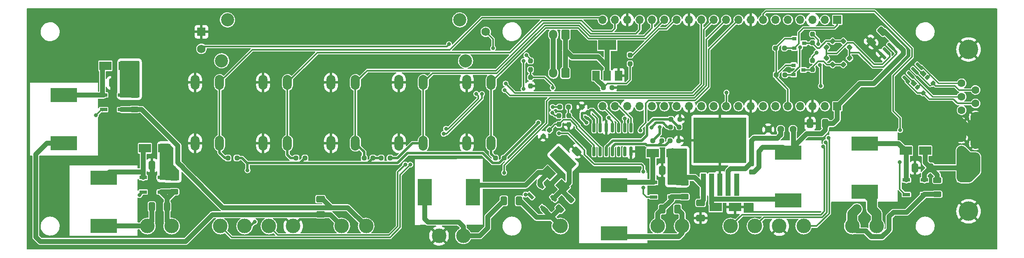
<source format=gbr>
%TF.GenerationSoftware,KiCad,Pcbnew,(5.99.0-7597-g9f5b12c7f7)*%
%TF.CreationDate,2021-12-15T12:43:45+01:00*%
%TF.ProjectId,controller,636f6e74-726f-46c6-9c65-722e6b696361,rev?*%
%TF.SameCoordinates,Original*%
%TF.FileFunction,Copper,L1,Top*%
%TF.FilePolarity,Positive*%
%FSLAX46Y46*%
G04 Gerber Fmt 4.6, Leading zero omitted, Abs format (unit mm)*
G04 Created by KiCad (PCBNEW (5.99.0-7597-g9f5b12c7f7)) date 2021-12-15 12:43:45*
%MOMM*%
%LPD*%
G01*
G04 APERTURE LIST*
G04 Aperture macros list*
%AMRoundRect*
0 Rectangle with rounded corners*
0 $1 Rounding radius*
0 $2 $3 $4 $5 $6 $7 $8 $9 X,Y pos of 4 corners*
0 Add a 4 corners polygon primitive as box body*
4,1,4,$2,$3,$4,$5,$6,$7,$8,$9,$2,$3,0*
0 Add four circle primitives for the rounded corners*
1,1,$1+$1,$2,$3,0*
1,1,$1+$1,$4,$5,0*
1,1,$1+$1,$6,$7,0*
1,1,$1+$1,$8,$9,0*
0 Add four rect primitives between the rounded corners*
20,1,$1+$1,$2,$3,$4,$5,0*
20,1,$1+$1,$4,$5,$6,$7,0*
20,1,$1+$1,$6,$7,$8,$9,0*
20,1,$1+$1,$8,$9,$2,$3,0*%
%AMRotRect*
0 Rectangle, with rotation*
0 The origin of the aperture is its center*
0 $1 length*
0 $2 width*
0 $3 Rotation angle, in degrees counterclockwise*
0 Add horizontal line*
21,1,$1,$2,0,0,$3*%
G04 Aperture macros list end*
%TA.AperFunction,SMDPad,CuDef*%
%ADD10RoundRect,0.237500X-0.344715X0.008839X0.008839X-0.344715X0.344715X-0.008839X-0.008839X0.344715X0*%
%TD*%
%TA.AperFunction,SMDPad,CuDef*%
%ADD11RoundRect,0.237500X-0.237500X0.250000X-0.237500X-0.250000X0.237500X-0.250000X0.237500X0.250000X0*%
%TD*%
%TA.AperFunction,SMDPad,CuDef*%
%ADD12RoundRect,0.237500X-0.250000X-0.237500X0.250000X-0.237500X0.250000X0.237500X-0.250000X0.237500X0*%
%TD*%
%TA.AperFunction,SMDPad,CuDef*%
%ADD13R,0.900000X0.800000*%
%TD*%
%TA.AperFunction,SMDPad,CuDef*%
%ADD14RoundRect,0.237500X0.237500X-0.250000X0.237500X0.250000X-0.237500X0.250000X-0.237500X-0.250000X0*%
%TD*%
%TA.AperFunction,SMDPad,CuDef*%
%ADD15R,5.400000X2.900000*%
%TD*%
%TA.AperFunction,SMDPad,CuDef*%
%ADD16RoundRect,0.250000X0.412500X0.650000X-0.412500X0.650000X-0.412500X-0.650000X0.412500X-0.650000X0*%
%TD*%
%TA.AperFunction,SMDPad,CuDef*%
%ADD17RoundRect,0.250000X-0.650000X0.412500X-0.650000X-0.412500X0.650000X-0.412500X0.650000X0.412500X0*%
%TD*%
%TA.AperFunction,SMDPad,CuDef*%
%ADD18R,1.500000X0.700000*%
%TD*%
%TA.AperFunction,SMDPad,CuDef*%
%ADD19RoundRect,0.237500X0.250000X0.237500X-0.250000X0.237500X-0.250000X-0.237500X0.250000X-0.237500X0*%
%TD*%
%TA.AperFunction,SMDPad,CuDef*%
%ADD20C,3.000000*%
%TD*%
%TA.AperFunction,SMDPad,CuDef*%
%ADD21RoundRect,0.150000X-0.671751X0.459619X0.459619X-0.671751X0.671751X-0.459619X-0.459619X0.671751X0*%
%TD*%
%TA.AperFunction,ComponentPad*%
%ADD22O,1.850000X3.048000*%
%TD*%
%TA.AperFunction,SMDPad,CuDef*%
%ADD23RoundRect,0.237500X0.344715X-0.008839X-0.008839X0.344715X-0.344715X0.008839X0.008839X-0.344715X0*%
%TD*%
%TA.AperFunction,SMDPad,CuDef*%
%ADD24R,2.500000X1.800000*%
%TD*%
%TA.AperFunction,ComponentPad*%
%ADD25C,4.000000*%
%TD*%
%TA.AperFunction,ComponentPad*%
%ADD26R,1.600000X1.600000*%
%TD*%
%TA.AperFunction,ComponentPad*%
%ADD27C,1.600000*%
%TD*%
%TA.AperFunction,SMDPad,CuDef*%
%ADD28R,1.100000X4.600000*%
%TD*%
%TA.AperFunction,SMDPad,CuDef*%
%ADD29R,10.800000X9.400000*%
%TD*%
%TA.AperFunction,SMDPad,CuDef*%
%ADD30RoundRect,0.250000X-0.625000X0.312500X-0.625000X-0.312500X0.625000X-0.312500X0.625000X0.312500X0*%
%TD*%
%TA.AperFunction,SMDPad,CuDef*%
%ADD31RoundRect,0.150000X0.150000X-0.825000X0.150000X0.825000X-0.150000X0.825000X-0.150000X-0.825000X0*%
%TD*%
%TA.AperFunction,SMDPad,CuDef*%
%ADD32RoundRect,0.200000X0.335876X0.053033X0.053033X0.335876X-0.335876X-0.053033X-0.053033X-0.335876X0*%
%TD*%
%TA.AperFunction,SMDPad,CuDef*%
%ADD33RotRect,2.500000X1.800000X135.000000*%
%TD*%
%TA.AperFunction,SMDPad,CuDef*%
%ADD34RoundRect,0.250000X-0.220971X0.662913X-0.662913X0.220971X0.220971X-0.662913X0.662913X-0.220971X0*%
%TD*%
%TA.AperFunction,SMDPad,CuDef*%
%ADD35RoundRect,0.237500X-0.008839X-0.344715X0.344715X0.008839X0.008839X0.344715X-0.344715X-0.008839X0*%
%TD*%
%TA.AperFunction,ComponentPad*%
%ADD36RoundRect,0.250000X0.600000X0.750000X-0.600000X0.750000X-0.600000X-0.750000X0.600000X-0.750000X0*%
%TD*%
%TA.AperFunction,ComponentPad*%
%ADD37O,1.700000X2.000000*%
%TD*%
%TA.AperFunction,ComponentPad*%
%ADD38C,1.440000*%
%TD*%
%TA.AperFunction,SMDPad,CuDef*%
%ADD39RotRect,1.500000X0.700000X315.000000*%
%TD*%
%TA.AperFunction,SMDPad,CuDef*%
%ADD40R,1.500000X2.000000*%
%TD*%
%TA.AperFunction,SMDPad,CuDef*%
%ADD41R,3.800000X2.000000*%
%TD*%
%TA.AperFunction,SMDPad,CuDef*%
%ADD42RoundRect,0.237500X-0.237500X0.300000X-0.237500X-0.300000X0.237500X-0.300000X0.237500X0.300000X0*%
%TD*%
%TA.AperFunction,SMDPad,CuDef*%
%ADD43RoundRect,0.250000X-0.412500X-0.650000X0.412500X-0.650000X0.412500X0.650000X-0.412500X0.650000X0*%
%TD*%
%TA.AperFunction,SMDPad,CuDef*%
%ADD44RoundRect,0.250000X0.167938X-0.751301X0.751301X-0.167938X-0.167938X0.751301X-0.751301X0.167938X0*%
%TD*%
%TA.AperFunction,SMDPad,CuDef*%
%ADD45RoundRect,0.237500X-0.380070X0.044194X0.044194X-0.380070X0.380070X-0.044194X-0.044194X0.380070X0*%
%TD*%
%TA.AperFunction,ComponentPad*%
%ADD46R,1.700000X1.700000*%
%TD*%
%TA.AperFunction,ComponentPad*%
%ADD47O,1.700000X1.700000*%
%TD*%
%TA.AperFunction,SMDPad,CuDef*%
%ADD48RoundRect,0.237500X0.008839X0.344715X-0.344715X-0.008839X-0.008839X-0.344715X0.344715X0.008839X0*%
%TD*%
%TA.AperFunction,SMDPad,CuDef*%
%ADD49R,2.900000X5.400000*%
%TD*%
%TA.AperFunction,ComponentPad*%
%ADD50R,1.750000X1.750000*%
%TD*%
%TA.AperFunction,ComponentPad*%
%ADD51C,1.750000*%
%TD*%
%TA.AperFunction,ComponentPad*%
%ADD52C,2.700000*%
%TD*%
%TA.AperFunction,SMDPad,CuDef*%
%ADD53RoundRect,0.250000X-0.167938X0.751301X-0.751301X0.167938X0.167938X-0.751301X0.751301X-0.167938X0*%
%TD*%
%TA.AperFunction,ViaPad*%
%ADD54C,0.800000*%
%TD*%
%TA.AperFunction,Conductor*%
%ADD55C,0.300000*%
%TD*%
%TA.AperFunction,Conductor*%
%ADD56C,0.250000*%
%TD*%
%TA.AperFunction,Conductor*%
%ADD57C,1.000000*%
%TD*%
%TA.AperFunction,Conductor*%
%ADD58C,2.000000*%
%TD*%
%TA.AperFunction,Conductor*%
%ADD59C,0.500000*%
%TD*%
G04 APERTURE END LIST*
D10*
%TO.P,R11,1*%
%TO.N,Net-(R10-Pad1)*%
X199654765Y-90454765D03*
%TO.P,R11,2*%
%TO.N,/HRSRx*%
X200945235Y-91745235D03*
%TD*%
D11*
%TO.P,R32,2*%
%TO.N,/HRSRx*%
X196800000Y-92762500D03*
%TO.P,R32,1*%
%TO.N,+5V*%
X196800000Y-90937500D03*
%TD*%
D12*
%TO.P,R31,2*%
%TO.N,/RSRx*%
X191162500Y-93850000D03*
%TO.P,R31,1*%
%TO.N,/3V3pico*%
X189337500Y-93850000D03*
%TD*%
D11*
%TO.P,R30,2*%
%TO.N,/HRSTx*%
X196850000Y-87312500D03*
%TO.P,R30,1*%
%TO.N,+5V*%
X196850000Y-85487500D03*
%TD*%
D12*
%TO.P,R29,2*%
%TO.N,/RSTx*%
X191062500Y-88350000D03*
%TO.P,R29,1*%
%TO.N,/3V3pico*%
X189237500Y-88350000D03*
%TD*%
D13*
%TO.P,Q3,3,D*%
%TO.N,/HRSRx*%
X194950000Y-92850000D03*
%TO.P,Q3,2,S*%
%TO.N,/RSRx*%
X192950000Y-93800000D03*
%TO.P,Q3,1,G*%
%TO.N,/3V3pico*%
X192950000Y-91900000D03*
%TD*%
%TO.P,Q2,3,D*%
%TO.N,/HRSTx*%
X195100000Y-87400000D03*
%TO.P,Q2,2,S*%
%TO.N,/RSTx*%
X193100000Y-88350000D03*
%TO.P,Q2,1,G*%
%TO.N,/3V3pico*%
X193100000Y-86450000D03*
%TD*%
D14*
%TO.P,R28,2*%
%TO.N,/POT*%
X138800000Y-94387500D03*
%TO.P,R28,1*%
%TO.N,GND*%
X138800000Y-96212500D03*
%TD*%
%TO.P,R27,2*%
%TO.N,Net-(RV1-Pad2)*%
X138800000Y-90987500D03*
%TO.P,R27,1*%
%TO.N,/POT*%
X138800000Y-92812500D03*
%TD*%
D15*
%TO.P,L3,1,1*%
%TO.N,Net-(D3-Pad2)*%
X51000000Y-115050000D03*
%TO.P,L3,2,2*%
%TO.N,/CH3_SINK*%
X51000000Y-124950000D03*
%TD*%
D16*
%TO.P,C10,1*%
%TO.N,/CH5_VSUP*%
X136462500Y-119800000D03*
%TO.P,C10,2*%
%TO.N,/CH5_SINK*%
X133337500Y-119800000D03*
%TD*%
%TO.P,C3,1*%
%TO.N,/LEDRAIL*%
X221062500Y-113000000D03*
%TO.P,C3,2*%
%TO.N,GND*%
X217937500Y-113000000D03*
%TD*%
D17*
%TO.P,C12,1*%
%TO.N,/LEDRAIL*%
X173812200Y-120205100D03*
%TO.P,C12,2*%
%TO.N,GND*%
X173812200Y-123330100D03*
%TD*%
D18*
%TO.P,U5,1,SW*%
%TO.N,Net-(D4-Pad2)*%
X51000000Y-98025000D03*
%TA.AperFunction,SMDPad,CuDef*%
%TO.P,U5,2,GND*%
%TO.N,GND*%
G36*
X53750000Y-99025000D02*
G01*
X55450000Y-99025000D01*
X55450000Y-100025000D01*
X53750000Y-100025000D01*
X53250000Y-100525000D01*
X52450000Y-100525000D01*
X51950000Y-100025000D01*
X50250000Y-100025000D01*
X50250000Y-99025000D01*
X51950000Y-99025000D01*
X52450000Y-98525000D01*
X53250000Y-98525000D01*
X53750000Y-99025000D01*
G37*
%TD.AperFunction*%
%TO.P,U5,3,DIM*%
%TO.N,/CH4_CONTROL*%
X51000000Y-101025000D03*
%TO.P,U5,4,Isense*%
%TO.N,/CH4_VSUP*%
X54700000Y-101025000D03*
%TO.P,U5,5,VIN*%
%TO.N,/LEDRAIL*%
X54700000Y-98025000D03*
%TD*%
D19*
%TO.P,R18,1*%
%TO.N,Net-(R18-Pad1)*%
X146650000Y-100525000D03*
%TO.P,R18,2*%
%TO.N,/TCHANNEL_2*%
X144825000Y-100525000D03*
%TD*%
D20*
%TO.P,J1,1,Pin_1*%
%TO.N,/CH1_VSUP*%
X165000000Y-125000000D03*
%TD*%
D21*
%TO.P,U1,1,VCC*%
%TO.N,+5V*%
X213872165Y-87178088D03*
%TO.P,U1,2,RO*%
%TO.N,Net-(R8-Pad1)*%
X212974139Y-88076113D03*
%TO.P,U1,3,DI*%
%TO.N,Net-(R10-Pad1)*%
X212076113Y-88974139D03*
%TO.P,U1,4,GND*%
%TO.N,GND*%
X211178088Y-89872165D03*
%TO.P,U1,5,Y*%
%TO.N,Net-(J20-Pad14)*%
X216127835Y-94821912D03*
%TO.P,U1,6,Z*%
%TO.N,Net-(J20-Pad7)*%
X217025861Y-93923887D03*
%TO.P,U1,7,B*%
%TO.N,Net-(J20-Pad15)*%
X217923887Y-93025861D03*
%TO.P,U1,8,A*%
%TO.N,Net-(J20-Pad8)*%
X218821912Y-92127835D03*
%TD*%
D22*
%TO.P,SW2,1,1*%
%TO.N,GND*%
X83820000Y-95450000D03*
X83820000Y-107950000D03*
%TO.P,SW2,2,2*%
%TO.N,/B2*%
X88820000Y-107950000D03*
X88820000Y-95450000D03*
%TD*%
%TO.P,SW1,1,1*%
%TO.N,GND*%
X69850000Y-95450000D03*
X69850000Y-107950000D03*
%TO.P,SW1,2,2*%
%TO.N,/B1*%
X74850000Y-95450000D03*
X74850000Y-107950000D03*
%TD*%
D20*
%TO.P,J7,1,Pin_1*%
%TO.N,/CH4_VSUP*%
X105000000Y-125000000D03*
%TD*%
D23*
%TO.P,R8,1*%
%TO.N,Net-(R8-Pad1)*%
X204445235Y-88245235D03*
%TO.P,R8,2*%
%TO.N,/HRSTx*%
X203154765Y-86954765D03*
%TD*%
D20*
%TO.P,J3,1,Pin_1*%
%TO.N,/CH2_VSUP*%
X205000000Y-125000000D03*
%TD*%
D19*
%TO.P,R26,1*%
%TO.N,GND*%
X155612500Y-96500000D03*
%TO.P,R26,2*%
%TO.N,Net-(Q1-Pad1)*%
X153787500Y-96500000D03*
%TD*%
D14*
%TO.P,R22,1*%
%TO.N,GND*%
X146675000Y-104137500D03*
%TO.P,R22,2*%
%TO.N,Net-(R18-Pad1)*%
X146675000Y-102312500D03*
%TD*%
D15*
%TO.P,L4,1,1*%
%TO.N,Net-(D4-Pad2)*%
X42850000Y-98075000D03*
%TO.P,L4,2,2*%
%TO.N,/CH4_SINK*%
X42850000Y-107975000D03*
%TD*%
D24*
%TO.P,D4,1,K*%
%TO.N,/LEDRAIL*%
X55350000Y-92025000D03*
%TO.P,D4,2,A*%
%TO.N,Net-(D4-Pad2)*%
X51350000Y-92025000D03*
%TD*%
D22*
%TO.P,SW3,1,1*%
%TO.N,GND*%
X97790000Y-107950000D03*
X97790000Y-95450000D03*
%TO.P,SW3,2,2*%
%TO.N,/B3*%
X102790000Y-107950000D03*
X102790000Y-95450000D03*
%TD*%
D25*
%TO.P,J20,0,PAD*%
%TO.N,GND*%
X228920000Y-121955000D03*
X228920000Y-88655000D03*
D26*
%TO.P,J20,1,1*%
%TO.N,/LEDRAIL*%
X227500000Y-115000000D03*
D27*
%TO.P,J20,2,2*%
X227500000Y-112230000D03*
%TO.P,J20,3,3*%
X227500000Y-109460000D03*
%TO.P,J20,4,4*%
%TO.N,GND*%
X227500000Y-106690000D03*
%TO.P,J20,5,5*%
X227500000Y-103920000D03*
%TO.P,J20,6,6*%
%TO.N,no_connect_69*%
X227500000Y-101150000D03*
%TO.P,J20,7,7*%
%TO.N,Net-(J20-Pad7)*%
X227500000Y-98380000D03*
%TO.P,J20,8,8*%
%TO.N,Net-(J20-Pad8)*%
X227500000Y-95610000D03*
%TO.P,J20,9,P9*%
%TO.N,/LEDRAIL*%
X230340000Y-113615000D03*
%TO.P,J20,10,P10*%
X230340000Y-110845000D03*
%TO.P,J20,11,P111*%
%TO.N,GND*%
X230340000Y-108075000D03*
%TO.P,J20,12,P12*%
X230340000Y-105305000D03*
%TO.P,J20,13,P13*%
X230340000Y-102535000D03*
%TO.P,J20,14,P14*%
%TO.N,Net-(J20-Pad14)*%
X230340000Y-99765000D03*
%TO.P,J20,15,P15*%
%TO.N,Net-(J20-Pad15)*%
X230340000Y-96995000D03*
%TD*%
D22*
%TO.P,SW5,1,1*%
%TO.N,GND*%
X125730000Y-107950000D03*
X125730000Y-95450000D03*
%TO.P,SW5,2,2*%
%TO.N,/B5*%
X130730000Y-107950000D03*
X130730000Y-95450000D03*
%TD*%
D16*
%TO.P,C13,1*%
%TO.N,+5V*%
X199462500Y-103900000D03*
%TO.P,C13,2*%
%TO.N,GND*%
X196337500Y-103900000D03*
%TD*%
D28*
%TO.P,U7,1,VIN*%
%TO.N,/LEDRAIL*%
X174400000Y-116475000D03*
%TO.P,U7,2,OUT*%
%TO.N,Net-(D6-Pad1)*%
X176100000Y-116475000D03*
%TO.P,U7,3,GND*%
%TO.N,GND*%
X177800000Y-116475000D03*
D29*
X177800000Y-107325000D03*
D28*
%TO.P,U7,4,FB*%
%TO.N,Net-(C14-Pad1)*%
X179500000Y-116475000D03*
%TO.P,U7,5,~ON~/OFF*%
%TO.N,Net-(U7-Pad5)*%
X181200000Y-116475000D03*
%TD*%
D19*
%TO.P,R19,1*%
%TO.N,Net-(R19-Pad1)*%
X169412500Y-104600000D03*
%TO.P,R19,2*%
%TO.N,/TCHANNEL_3*%
X167587500Y-104600000D03*
%TD*%
D30*
%TO.P,R2,1*%
%TO.N,/LEDRAIL*%
X222500000Y-115537500D03*
%TO.P,R2,2*%
%TO.N,/CH2_VSUP*%
X222500000Y-118462500D03*
%TD*%
D20*
%TO.P,J13,1,Pin_1*%
%TO.N,/TCHANNEL_2*%
X85000000Y-125000000D03*
%TD*%
D24*
%TO.P,D3,1,K*%
%TO.N,/LEDRAIL*%
X63500000Y-109000000D03*
%TO.P,D3,2,A*%
%TO.N,Net-(D3-Pad2)*%
X59500000Y-109000000D03*
%TD*%
D20*
%TO.P,J16,1,Pin_1*%
%TO.N,/TCHANNEL_3*%
X185000000Y-125000000D03*
%TD*%
D31*
%TO.P,U8,1,CH0*%
%TO.N,Net-(R17-Pad1)*%
X151890000Y-109675000D03*
%TO.P,U8,2,CH1*%
%TO.N,Net-(R18-Pad1)*%
X153160000Y-109675000D03*
%TO.P,U8,3,CH2*%
%TO.N,Net-(R19-Pad1)*%
X154430000Y-109675000D03*
%TO.P,U8,4,CH3*%
%TO.N,Net-(R20-Pad1)*%
X155700000Y-109675000D03*
%TO.P,U8,5,NC*%
%TO.N,no_connect_73*%
X156970000Y-109675000D03*
%TO.P,U8,6,NC*%
%TO.N,no_connect_74*%
X158240000Y-109675000D03*
%TO.P,U8,7,DGND*%
%TO.N,GND*%
X159510000Y-109675000D03*
%TO.P,U8,8,~CS~/SHDN*%
%TO.N,/nCS*%
X159510000Y-104725000D03*
%TO.P,U8,9,Din*%
%TO.N,/MOSI*%
X158240000Y-104725000D03*
%TO.P,U8,10,Dout*%
%TO.N,/MISO*%
X156970000Y-104725000D03*
%TO.P,U8,11,CLK*%
%TO.N,/CLK*%
X155700000Y-104725000D03*
%TO.P,U8,12,AGND*%
%TO.N,GND*%
X154430000Y-104725000D03*
%TO.P,U8,13,Vref*%
%TO.N,/3V3pico*%
X153160000Y-104725000D03*
%TO.P,U8,14,Vdd*%
X151890000Y-104725000D03*
%TD*%
D20*
%TO.P,J19,1,Pin_1*%
%TO.N,GND*%
X120000000Y-127000000D03*
%TD*%
%TO.P,J4,1,Pin_1*%
%TO.N,/CH2_SINK*%
X210000000Y-125000000D03*
%TD*%
D17*
%TO.P,C8,1*%
%TO.N,/CH4_VSUP*%
X95600000Y-119437500D03*
%TO.P,C8,2*%
%TO.N,/CH4_SINK*%
X95600000Y-122562500D03*
%TD*%
D20*
%TO.P,J6,1,Pin_1*%
%TO.N,/CH3_SINK*%
X60000000Y-125000000D03*
%TD*%
D16*
%TO.P,C5,1*%
%TO.N,/LEDRAIL*%
X64062500Y-112500000D03*
%TO.P,C5,2*%
%TO.N,GND*%
X60937500Y-112500000D03*
%TD*%
D32*
%TO.P,R6,1*%
%TO.N,Net-(J20-Pad15)*%
X221583363Y-95583363D03*
%TO.P,R6,2*%
%TO.N,Net-(J20-Pad8)*%
X220416637Y-94416637D03*
%TD*%
D20*
%TO.P,J18,1,Pin_1*%
%TO.N,GND*%
X190000000Y-125000000D03*
%TD*%
%TO.P,J5,1,Pin_1*%
%TO.N,/CH3_VSUP*%
X65000000Y-125000000D03*
%TD*%
D19*
%TO.P,R14,1*%
%TO.N,/3V3pico*%
X106412500Y-111000000D03*
%TO.P,R14,2*%
%TO.N,/B3*%
X104587500Y-111000000D03*
%TD*%
D33*
%TO.P,D5,1,K*%
%TO.N,/LEDRAIL*%
X145414214Y-116814214D03*
%TO.P,D5,2,A*%
%TO.N,Net-(D5-Pad2)*%
X142585786Y-113985786D03*
%TD*%
D20*
%TO.P,J12,1,Pin_1*%
%TO.N,/TCHANNEL_1*%
X75000000Y-125000000D03*
%TD*%
D34*
%TO.P,R5,1*%
%TO.N,/LEDRAIL*%
X146934144Y-119365856D03*
%TO.P,R5,2*%
%TO.N,/CH5_VSUP*%
X144865856Y-121434144D03*
%TD*%
D35*
%TO.P,R10,1*%
%TO.N,Net-(R10-Pad1)*%
X199654765Y-88245235D03*
%TO.P,R10,2*%
%TO.N,/HRSTx*%
X200945235Y-86954765D03*
%TD*%
D24*
%TO.P,D1,1,K*%
%TO.N,/LEDRAIL*%
X168000000Y-110000000D03*
%TO.P,D1,2,A*%
%TO.N,Net-(D1-Pad2)*%
X164000000Y-110000000D03*
%TD*%
D30*
%TO.P,R4,1*%
%TO.N,/LEDRAIL*%
X57350000Y-98062500D03*
%TO.P,R4,2*%
%TO.N,/CH4_VSUP*%
X57350000Y-100987500D03*
%TD*%
D20*
%TO.P,J8,1,Pin_1*%
%TO.N,/CH4_SINK*%
X100000000Y-125000000D03*
%TD*%
D36*
%TO.P,J23,1,Pin_1*%
%TO.N,Net-(J23-Pad1)*%
X146000000Y-93500000D03*
D37*
%TO.P,J23,2,Pin_2*%
%TO.N,+5V*%
X143500000Y-93500000D03*
%TD*%
D38*
%TO.P,RV2,1,1*%
%TO.N,+5V*%
X192800000Y-105100000D03*
%TO.P,RV2,2,2*%
%TO.N,Net-(C14-Pad1)*%
X190260000Y-105100000D03*
%TO.P,RV2,3,3*%
%TO.N,GND*%
X187720000Y-105100000D03*
%TD*%
D20*
%TO.P,J9,1,Pin_1*%
%TO.N,/CH5_VSUP*%
X145000000Y-125000000D03*
%TD*%
D39*
%TO.P,U6,1,SW*%
%TO.N,Net-(D5-Pad2)*%
X140962564Y-116655456D03*
%TA.AperFunction,SMDPad,CuDef*%
%TO.P,U6,2,GND*%
%TO.N,GND*%
G36*
X142200000Y-119307106D02*
G01*
X143402082Y-120509188D01*
X142694975Y-121216295D01*
X141492893Y-120014213D01*
X140785787Y-120014213D01*
X140220102Y-119448528D01*
X140220102Y-118741422D01*
X139018020Y-117539340D01*
X139725127Y-116832233D01*
X140927209Y-118034315D01*
X141634315Y-118034315D01*
X142200000Y-118600000D01*
X142200000Y-119307106D01*
G37*
%TD.AperFunction*%
%TO.P,U6,3,DIM*%
%TO.N,/CH5_CONTROL*%
X138841243Y-118776777D03*
%TO.P,U6,4,Isense*%
%TO.N,/CH5_VSUP*%
X141457538Y-121393072D03*
%TO.P,U6,5,VIN*%
%TO.N,/LEDRAIL*%
X143578859Y-119271751D03*
%TD*%
D16*
%TO.P,C2,1*%
%TO.N,/LEDRAIL*%
X169062500Y-113500000D03*
%TO.P,C2,2*%
%TO.N,GND*%
X165937500Y-113500000D03*
%TD*%
D40*
%TO.P,Q1,1,G*%
%TO.N,Net-(Q1-Pad1)*%
X152300000Y-94050000D03*
%TO.P,Q1,2,D*%
%TO.N,Net-(J23-Pad1)*%
X154600000Y-94050000D03*
D41*
X154600000Y-87750000D03*
D40*
%TO.P,Q1,3,S*%
%TO.N,GND*%
X156900000Y-94050000D03*
%TD*%
D20*
%TO.P,J11,1,Pin_1*%
%TO.N,/3V3pico*%
X80000000Y-125000000D03*
%TD*%
D32*
%TO.P,R7,1*%
%TO.N,Net-(J20-Pad14)*%
X219583363Y-97583363D03*
%TO.P,R7,2*%
%TO.N,Net-(J20-Pad7)*%
X218416637Y-96416637D03*
%TD*%
D15*
%TO.P,L6,1,1*%
%TO.N,Net-(D6-Pad1)*%
X191800000Y-119750000D03*
%TO.P,L6,2,2*%
%TO.N,+5V*%
X191800000Y-109850000D03*
%TD*%
D18*
%TO.P,U4,1,SW*%
%TO.N,Net-(D3-Pad2)*%
X59150000Y-115000000D03*
%TA.AperFunction,SMDPad,CuDef*%
%TO.P,U4,2,GND*%
%TO.N,GND*%
G36*
X61900000Y-116000000D02*
G01*
X63600000Y-116000000D01*
X63600000Y-117000000D01*
X61900000Y-117000000D01*
X61400000Y-117500000D01*
X60600000Y-117500000D01*
X60100000Y-117000000D01*
X58400000Y-117000000D01*
X58400000Y-116000000D01*
X60100000Y-116000000D01*
X60600000Y-115500000D01*
X61400000Y-115500000D01*
X61900000Y-116000000D01*
G37*
%TD.AperFunction*%
%TO.P,U4,3,DIM*%
%TO.N,/CH3_CONTROL*%
X59150000Y-118000000D03*
%TO.P,U4,4,Isense*%
%TO.N,/CH3_VSUP*%
X62850000Y-118000000D03*
%TO.P,U4,5,VIN*%
%TO.N,/LEDRAIL*%
X62850000Y-115000000D03*
%TD*%
D24*
%TO.P,D6,1,K*%
%TO.N,Net-(D6-Pad1)*%
X176900000Y-121100000D03*
%TO.P,D6,2,A*%
%TO.N,GND*%
X180900000Y-121100000D03*
%TD*%
D30*
%TO.P,R1,1*%
%TO.N,/LEDRAIL*%
X170500000Y-116037500D03*
%TO.P,R1,2*%
%TO.N,/CH1_VSUP*%
X170500000Y-118962500D03*
%TD*%
D20*
%TO.P,J15,1,Pin_1*%
%TO.N,/3V3pico*%
X180000000Y-125000000D03*
%TD*%
D42*
%TO.P,C14,1*%
%TO.N,Net-(C14-Pad1)*%
X184300000Y-112137500D03*
%TO.P,C14,2*%
%TO.N,+5V*%
X184300000Y-113862500D03*
%TD*%
D19*
%TO.P,R20,1*%
%TO.N,Net-(R20-Pad1)*%
X165812500Y-107400000D03*
%TO.P,R20,2*%
%TO.N,/TCHANNEL_4*%
X163987500Y-107400000D03*
%TD*%
%TO.P,R24,1*%
%TO.N,GND*%
X169312500Y-107400000D03*
%TO.P,R24,2*%
%TO.N,Net-(R20-Pad1)*%
X167487500Y-107400000D03*
%TD*%
D43*
%TO.P,C1,1*%
%TO.N,/CH1_VSUP*%
X165937500Y-121500000D03*
%TO.P,C1,2*%
%TO.N,/CH1_SINK*%
X169062500Y-121500000D03*
%TD*%
D15*
%TO.P,L1,1,1*%
%TO.N,Net-(D1-Pad2)*%
X156000000Y-116550000D03*
%TO.P,L1,2,2*%
%TO.N,/CH1_SINK*%
X156000000Y-126450000D03*
%TD*%
D44*
%TO.P,C9,1*%
%TO.N,/LEDRAIL*%
X146095146Y-111804854D03*
%TO.P,C9,2*%
%TO.N,GND*%
X148304854Y-109595146D03*
%TD*%
D19*
%TO.P,R12,1*%
%TO.N,/3V3pico*%
X78412500Y-111000000D03*
%TO.P,R12,2*%
%TO.N,/B1*%
X76587500Y-111000000D03*
%TD*%
D12*
%TO.P,R15,1*%
%TO.N,/3V3pico*%
X108087500Y-111000000D03*
%TO.P,R15,2*%
%TO.N,/B4*%
X109912500Y-111000000D03*
%TD*%
D18*
%TO.P,U3,1,SW*%
%TO.N,Net-(D2-Pad2)*%
X216150000Y-115500000D03*
%TA.AperFunction,SMDPad,CuDef*%
%TO.P,U3,2,GND*%
%TO.N,GND*%
G36*
X218900000Y-116500000D02*
G01*
X220600000Y-116500000D01*
X220600000Y-117500000D01*
X218900000Y-117500000D01*
X218400000Y-118000000D01*
X217600000Y-118000000D01*
X217100000Y-117500000D01*
X215400000Y-117500000D01*
X215400000Y-116500000D01*
X217100000Y-116500000D01*
X217600000Y-116000000D01*
X218400000Y-116000000D01*
X218900000Y-116500000D01*
G37*
%TD.AperFunction*%
%TO.P,U3,3,DIM*%
%TO.N,/CH2_CONTROL*%
X216150000Y-118500000D03*
%TO.P,U3,4,Isense*%
%TO.N,/CH2_VSUP*%
X219850000Y-118500000D03*
%TO.P,U3,5,VIN*%
%TO.N,/LEDRAIL*%
X219850000Y-115500000D03*
%TD*%
D20*
%TO.P,J2,1,Pin_1*%
%TO.N,/CH1_SINK*%
X170000000Y-125000000D03*
%TD*%
D45*
%TO.P,C15,1*%
%TO.N,GND*%
X149390120Y-100490120D03*
%TO.P,C15,2*%
%TO.N,/3V3pico*%
X150609880Y-101709880D03*
%TD*%
D46*
%TO.P,J22,1,Pin_1*%
%TO.N,+5V*%
X201930000Y-100330000D03*
D47*
%TO.P,J22,2,Pin_2*%
%TO.N,no_connect_70*%
X199390000Y-100330000D03*
%TO.P,J22,3,Pin_3*%
%TO.N,GND*%
X196850000Y-100330000D03*
%TO.P,J22,4,Pin_4*%
%TO.N,no_connect_71*%
X194310000Y-100330000D03*
%TO.P,J22,5,Pin_5*%
%TO.N,/3V3pico*%
X191770000Y-100330000D03*
%TO.P,J22,6,Pin_6*%
%TO.N,no_connect_72*%
X189230000Y-100330000D03*
%TO.P,J22,7,Pin_7*%
%TO.N,Net-(J22-Pad7)*%
X186690000Y-100330000D03*
%TO.P,J22,8,Pin_8*%
%TO.N,GND*%
X184150000Y-100330000D03*
%TO.P,J22,9,Pin_9*%
%TO.N,Net-(J22-Pad9)*%
X181610000Y-100330000D03*
%TO.P,J22,10,Pin_10*%
%TO.N,/POT*%
X179070000Y-100330000D03*
%TO.P,J22,11,Pin_11*%
%TO.N,Net-(J22-Pad11)*%
X176530000Y-100330000D03*
%TO.P,J22,12,Pin_12*%
%TO.N,Net-(J22-Pad12)*%
X173990000Y-100330000D03*
%TO.P,J22,13,Pin_13*%
%TO.N,GND*%
X171450000Y-100330000D03*
%TO.P,J22,14,Pin_14*%
%TO.N,Net-(J22-Pad14)*%
X168910000Y-100330000D03*
%TO.P,J22,15,Pin_15*%
%TO.N,Net-(J22-Pad15)*%
X166370000Y-100330000D03*
%TO.P,J22,16,Pin_16*%
%TO.N,/MOSI*%
X163830000Y-100330000D03*
%TO.P,J22,17,Pin_17*%
%TO.N,/CLK*%
X161290000Y-100330000D03*
%TO.P,J22,18,Pin_18*%
%TO.N,GND*%
X158750000Y-100330000D03*
%TO.P,J22,19,Pin_19*%
%TO.N,/nCS*%
X156210000Y-100330000D03*
%TO.P,J22,20,Pin_20*%
%TO.N,/MISO*%
X153670000Y-100330000D03*
%TD*%
D22*
%TO.P,SW4,1,1*%
%TO.N,GND*%
X111760000Y-107950000D03*
X111760000Y-95450000D03*
%TO.P,SW4,2,2*%
%TO.N,/B4*%
X116760000Y-107950000D03*
X116760000Y-95450000D03*
%TD*%
D48*
%TO.P,R9,1*%
%TO.N,Net-(R8-Pad1)*%
X204445235Y-90454765D03*
%TO.P,R9,2*%
%TO.N,/HRSRx*%
X203154765Y-91745235D03*
%TD*%
D46*
%TO.P,J21,1,Pin_1*%
%TO.N,/RSTx*%
X201930000Y-82550000D03*
D47*
%TO.P,J21,2,Pin_2*%
%TO.N,/RSRx*%
X199390000Y-82550000D03*
%TO.P,J21,3,Pin_3*%
%TO.N,GND*%
X196850000Y-82550000D03*
%TO.P,J21,4,Pin_4*%
%TO.N,Net-(J21-Pad4)*%
X194310000Y-82550000D03*
%TO.P,J21,5,Pin_5*%
%TO.N,Net-(J21-Pad5)*%
X191770000Y-82550000D03*
%TO.P,J21,6,Pin_6*%
%TO.N,Net-(J21-Pad6)*%
X189230000Y-82550000D03*
%TO.P,J21,7,Pin_7*%
%TO.N,/CH2_CONTROL*%
X186690000Y-82550000D03*
%TO.P,J21,8,Pin_8*%
%TO.N,GND*%
X184150000Y-82550000D03*
%TO.P,J21,9,Pin_9*%
%TO.N,/CH1_CONTROL*%
X181610000Y-82550000D03*
%TO.P,J21,10,Pin_10*%
%TO.N,/CH5_CONTROL*%
X179070000Y-82550000D03*
%TO.P,J21,11,Pin_11*%
%TO.N,/CH3_CONTROL*%
X176530000Y-82550000D03*
%TO.P,J21,12,Pin_12*%
%TO.N,/CH4_CONTROL*%
X173990000Y-82550000D03*
%TO.P,J21,13,Pin_13*%
%TO.N,GND*%
X171450000Y-82550000D03*
%TO.P,J21,14,Pin_14*%
%TO.N,/FANCONTROL*%
X168910000Y-82550000D03*
%TO.P,J21,15,Pin_15*%
%TO.N,/B5*%
X166370000Y-82550000D03*
%TO.P,J21,16,Pin_16*%
%TO.N,/B4*%
X163830000Y-82550000D03*
%TO.P,J21,17,Pin_17*%
%TO.N,/B3*%
X161290000Y-82550000D03*
%TO.P,J21,18,Pin_18*%
%TO.N,GND*%
X158750000Y-82550000D03*
%TO.P,J21,19,Pin_19*%
%TO.N,/B2*%
X156210000Y-82550000D03*
%TO.P,J21,20,Pin_20*%
%TO.N,/B1*%
X153670000Y-82550000D03*
%TD*%
D30*
%TO.P,R3,1*%
%TO.N,/LEDRAIL*%
X65500000Y-115037500D03*
%TO.P,R3,2*%
%TO.N,/CH3_VSUP*%
X65500000Y-117962500D03*
%TD*%
D19*
%TO.P,R23,1*%
%TO.N,GND*%
X169512500Y-103000000D03*
%TO.P,R23,2*%
%TO.N,Net-(R19-Pad1)*%
X167687500Y-103000000D03*
%TD*%
D18*
%TO.P,U2,1,SW*%
%TO.N,Net-(D1-Pad2)*%
X164150000Y-116000000D03*
%TA.AperFunction,SMDPad,CuDef*%
%TO.P,U2,2,GND*%
%TO.N,GND*%
G36*
X166900000Y-117000000D02*
G01*
X168600000Y-117000000D01*
X168600000Y-118000000D01*
X166900000Y-118000000D01*
X166400000Y-118500000D01*
X165600000Y-118500000D01*
X165100000Y-118000000D01*
X163400000Y-118000000D01*
X163400000Y-117000000D01*
X165100000Y-117000000D01*
X165600000Y-116500000D01*
X166400000Y-116500000D01*
X166900000Y-117000000D01*
G37*
%TD.AperFunction*%
%TO.P,U2,3,DIM*%
%TO.N,/CH1_CONTROL*%
X164150000Y-119000000D03*
%TO.P,U2,4,Isense*%
%TO.N,/CH1_VSUP*%
X167850000Y-119000000D03*
%TO.P,U2,5,VIN*%
%TO.N,/LEDRAIL*%
X167850000Y-116000000D03*
%TD*%
D16*
%TO.P,C7,1*%
%TO.N,/LEDRAIL*%
X55912500Y-95525000D03*
%TO.P,C7,2*%
%TO.N,GND*%
X52787500Y-95525000D03*
%TD*%
D43*
%TO.P,C4,1*%
%TO.N,/CH2_VSUP*%
X205937500Y-121500000D03*
%TO.P,C4,2*%
%TO.N,/CH2_SINK*%
X209062500Y-121500000D03*
%TD*%
D49*
%TO.P,L5,1,1*%
%TO.N,Net-(D5-Pad2)*%
X126950000Y-118000000D03*
%TO.P,L5,2,2*%
%TO.N,/CH5_SINK*%
X117050000Y-118000000D03*
%TD*%
D19*
%TO.P,R16,1*%
%TO.N,/3V3pico*%
X133412500Y-111000000D03*
%TO.P,R16,2*%
%TO.N,/B5*%
X131587500Y-111000000D03*
%TD*%
D36*
%TO.P,J24,1,Pin_1*%
%TO.N,Net-(J23-Pad1)*%
X146000000Y-85600000D03*
D37*
%TO.P,J24,2,Pin_2*%
%TO.N,+5V*%
X143500000Y-85600000D03*
%TD*%
D50*
%TO.P,RV1,1,1*%
%TO.N,GND*%
X71120000Y-85025000D03*
D51*
%TO.P,RV1,2,2*%
%TO.N,Net-(RV1-Pad2)*%
X71120000Y-88525000D03*
%TO.P,RV1,3,3*%
%TO.N,/3V3pico*%
X129620000Y-85025000D03*
D52*
%TO.P,RV1,MP*%
%TO.N,N/C*%
X125470000Y-90975000D03*
X124270000Y-82575000D03*
X75270000Y-90975000D03*
X76470000Y-82575000D03*
%TD*%
D14*
%TO.P,R17,1*%
%TO.N,Net-(R17-Pad1)*%
X144650000Y-104087500D03*
%TO.P,R17,2*%
%TO.N,/TCHANNEL_1*%
X144650000Y-102262500D03*
%TD*%
D24*
%TO.P,D2,1,K*%
%TO.N,/LEDRAIL*%
X220000000Y-109500000D03*
%TO.P,D2,2,A*%
%TO.N,Net-(D2-Pad2)*%
X216000000Y-109500000D03*
%TD*%
D14*
%TO.P,R25,1*%
%TO.N,Net-(Q1-Pad1)*%
X159300000Y-91612500D03*
%TO.P,R25,2*%
%TO.N,/FANCONTROL*%
X159300000Y-89787500D03*
%TD*%
D15*
%TO.P,L2,1,1*%
%TO.N,Net-(D2-Pad2)*%
X207562500Y-108050000D03*
%TO.P,L2,2,2*%
%TO.N,/CH2_SINK*%
X207562500Y-117950000D03*
%TD*%
D20*
%TO.P,J14,1,Pin_1*%
%TO.N,GND*%
X90000000Y-125000000D03*
%TD*%
%TO.P,J10,1,Pin_1*%
%TO.N,/CH5_SINK*%
X125000000Y-127000000D03*
%TD*%
%TO.P,J17,1,Pin_1*%
%TO.N,/TCHANNEL_4*%
X195000000Y-125000000D03*
%TD*%
D16*
%TO.P,C6,1*%
%TO.N,/CH3_VSUP*%
X64062500Y-121000000D03*
%TO.P,C6,2*%
%TO.N,/CH3_SINK*%
X60937500Y-121000000D03*
%TD*%
D53*
%TO.P,C11,1*%
%TO.N,+5V*%
X211104854Y-84895146D03*
%TO.P,C11,2*%
%TO.N,GND*%
X208895146Y-87104854D03*
%TD*%
D35*
%TO.P,R21,1*%
%TO.N,GND*%
X141404765Y-106495235D03*
%TO.P,R21,2*%
%TO.N,Net-(R17-Pad1)*%
X142695235Y-105204765D03*
%TD*%
D19*
%TO.P,R13,1*%
%TO.N,/3V3pico*%
X92412500Y-111000000D03*
%TO.P,R13,2*%
%TO.N,/B2*%
X90587500Y-111000000D03*
%TD*%
D54*
%TO.N,/CH4_CONTROL*%
X49400000Y-102200000D03*
%TO.N,GND*%
X191800000Y-92650000D03*
X201500000Y-88250000D03*
X195300000Y-90250000D03*
X193000000Y-90100000D03*
X190250000Y-91550000D03*
X190350000Y-89800000D03*
%TO.N,+5V*%
X198355331Y-91850000D03*
%TO.N,/RSRx*%
X194255331Y-88255331D03*
%TO.N,+5V*%
X198025000Y-87514338D03*
X198550000Y-96150000D03*
X197650000Y-89300000D03*
%TO.N,GND*%
X225750000Y-128800000D03*
X216650000Y-128900000D03*
X201700000Y-122550000D03*
X197250000Y-129150000D03*
X178300000Y-129000000D03*
X164450000Y-128950000D03*
X147550000Y-129000000D03*
X147650000Y-122900000D03*
X137000000Y-114350000D03*
X130650000Y-114100000D03*
X130800000Y-118850000D03*
X138750000Y-128600000D03*
X130750000Y-128650000D03*
X113800000Y-117500000D03*
X114150000Y-123350000D03*
X112700000Y-128900000D03*
X72800000Y-125900000D03*
X70650000Y-128200000D03*
X68000000Y-125650000D03*
X70800000Y-122550000D03*
X71700000Y-119600000D03*
X68550000Y-116800000D03*
X75700000Y-118550000D03*
X72500000Y-114800000D03*
X69400000Y-112100000D03*
X73900000Y-98200000D03*
X76050000Y-98250000D03*
X87850000Y-98150000D03*
X90000000Y-98100000D03*
X101800000Y-97950000D03*
X103700000Y-98100000D03*
X115650000Y-97700000D03*
X117900000Y-97850000D03*
X181250000Y-107000000D03*
X179050000Y-109600000D03*
X176000000Y-107350000D03*
X174250000Y-109750000D03*
X199250000Y-97800000D03*
X203550000Y-96150000D03*
X204850000Y-94650000D03*
X208150000Y-93800000D03*
X209500000Y-97250000D03*
X206900000Y-97650000D03*
X205350000Y-99300000D03*
X216400000Y-104250000D03*
X216000000Y-102250000D03*
X215350000Y-100250000D03*
X214900000Y-97350000D03*
X212300000Y-96900000D03*
X212450000Y-100150000D03*
X212700000Y-102600000D03*
X213500000Y-104600000D03*
X99350000Y-122350000D03*
X102500000Y-125900000D03*
%TO.N,/CLK*%
X154900000Y-102700000D03*
%TO.N,/MOSI*%
X158200000Y-102850000D03*
%TO.N,GND*%
X136000000Y-92450000D03*
X135650000Y-95600000D03*
X140200000Y-95450000D03*
X141850000Y-96450000D03*
%TO.N,/POT*%
X143397182Y-96552818D03*
X179150000Y-97550000D03*
%TO.N,Net-(RV1-Pad2)*%
X122075000Y-87575000D03*
%TO.N,/3V3pico*%
X131100000Y-88400000D03*
X137400000Y-96750000D03*
X137400000Y-91050000D03*
%TO.N,Net-(RV1-Pad2)*%
X137950000Y-89850000D03*
%TO.N,/TCHANNEL_1*%
X114075000Y-112350000D03*
X128850000Y-97825000D03*
X143275000Y-101700000D03*
X120975000Y-106025000D03*
%TO.N,/TCHANNEL_2*%
X121425000Y-104975000D03*
X113044668Y-112319671D03*
X127675000Y-97800000D03*
X143350000Y-100525000D03*
%TO.N,GND*%
X150000000Y-94000000D03*
X77450000Y-123750000D03*
X157700000Y-88400000D03*
X54800000Y-99525000D03*
X149500000Y-88000000D03*
X166000000Y-116000000D03*
X156400000Y-91800000D03*
X139150000Y-117250000D03*
X53875000Y-99500000D03*
X163300000Y-117500000D03*
X163550000Y-120200000D03*
X159400000Y-88400000D03*
X212800000Y-120600000D03*
X52850000Y-97375000D03*
X136500000Y-94000000D03*
X163450000Y-121350000D03*
X61000000Y-116500000D03*
X132000000Y-105500000D03*
X143050000Y-120900000D03*
X61000000Y-115475000D03*
X145400000Y-120000000D03*
X139900000Y-120200000D03*
X82550000Y-126350000D03*
X130000000Y-91000000D03*
X62000000Y-116500000D03*
X156400000Y-90200000D03*
X138500000Y-104000000D03*
X52850000Y-99525000D03*
X157700000Y-90200000D03*
X166000000Y-117500000D03*
X61000000Y-114475000D03*
X164500000Y-117500000D03*
X63000000Y-116600000D03*
X93075000Y-125025000D03*
X130000000Y-88000000D03*
X146400000Y-120750000D03*
X52850000Y-98400000D03*
X211400000Y-120600000D03*
X157700000Y-91800000D03*
X52850000Y-100550000D03*
X61000000Y-118525000D03*
X142100000Y-118200000D03*
X61000000Y-117525000D03*
X141300000Y-119000000D03*
X164600000Y-120250000D03*
%TO.N,/TCHANNEL_3*%
X199547000Y-107746000D03*
X163700000Y-104700000D03*
%TO.N,/TCHANNEL_4*%
X165400000Y-104600000D03*
X200116000Y-106808000D03*
%TO.N,/LEDRAIL*%
X57350000Y-93025000D03*
X145214213Y-111614213D03*
X56350000Y-94025000D03*
X147335534Y-112347837D03*
X168500000Y-114000000D03*
X57350000Y-97025000D03*
X65500000Y-114000000D03*
X145214213Y-110200000D03*
X168500000Y-115000000D03*
X56350000Y-96025000D03*
X64500000Y-114000000D03*
X64500000Y-113000000D03*
X57350000Y-95025000D03*
X56350000Y-93025000D03*
X64500000Y-111000000D03*
X64500000Y-109000000D03*
X57350000Y-94025000D03*
X170000000Y-115000000D03*
X57350000Y-92025000D03*
X168500000Y-112000000D03*
X145921320Y-110907107D03*
X56350000Y-92025000D03*
X146628427Y-111614213D03*
X146628427Y-113028427D03*
X170000000Y-111000000D03*
X57350000Y-98025000D03*
X144507107Y-110907107D03*
X170000000Y-113000000D03*
X65481250Y-115018750D03*
X65500000Y-113000000D03*
X144507107Y-109492893D03*
X143800000Y-110200000D03*
X168500000Y-116000000D03*
X168500000Y-113000000D03*
X168500000Y-111000000D03*
X64500000Y-112000000D03*
X56350000Y-98025000D03*
X168500000Y-110000000D03*
X170000000Y-110000000D03*
X170000000Y-112000000D03*
X64500000Y-115000000D03*
X56350000Y-97025000D03*
X64500000Y-110000000D03*
X170000000Y-114000000D03*
X170000000Y-116000000D03*
X56350000Y-95025000D03*
X145921320Y-112321320D03*
X57350000Y-96025000D03*
%TO.N,/3V3pico*%
X150300000Y-103700000D03*
X140400000Y-103700000D03*
X199028000Y-108657000D03*
X82100000Y-124100000D03*
X80600000Y-113500000D03*
%TO.N,/CH1_CONTROL*%
X162050000Y-113750000D03*
X144700000Y-105900000D03*
X161450000Y-105350000D03*
X162050000Y-117100000D03*
%TO.N,/CH2_CONTROL*%
X214850000Y-105250000D03*
X214799000Y-111876000D03*
%TO.N,/CH3_CONTROL*%
X133500000Y-97000000D03*
X58400000Y-118600000D03*
%TO.N,/CH4_CONTROL*%
X133700000Y-95700000D03*
%TO.N,/CH5_CONTROL*%
X133400000Y-114000000D03*
X137800000Y-118500000D03*
%TD*%
D55*
%TO.N,/CH4_CONTROL*%
X51000000Y-101025000D02*
X50575000Y-101025000D01*
X50575000Y-101025000D02*
X49400000Y-102200000D01*
%TO.N,Net-(J20-Pad14)*%
X219583363Y-97583363D02*
X218416621Y-97583363D01*
X218416621Y-97583363D02*
X216127835Y-95294577D01*
X216127835Y-95294577D02*
X216127835Y-94821912D01*
D56*
X216127835Y-94821912D02*
X216127835Y-95277835D01*
D55*
%TO.N,Net-(J20-Pad15)*%
X226995000Y-96995000D02*
X226150000Y-96150000D01*
X230340000Y-96995000D02*
X226995000Y-96995000D01*
X226150000Y-96150000D02*
X222150000Y-96150000D01*
X222150000Y-96150000D02*
X221583363Y-95583363D01*
%TO.N,Net-(J20-Pad14)*%
X226665000Y-99765000D02*
X225755010Y-98855010D01*
X230340000Y-99765000D02*
X226665000Y-99765000D01*
X225755010Y-98855010D02*
X220855010Y-98855010D01*
X220855010Y-98855010D02*
X219583363Y-97583363D01*
D57*
%TO.N,/CH2_VSUP*%
X211149999Y-127200001D02*
X212325000Y-126025000D01*
X213475000Y-122175000D02*
X216175000Y-122175000D01*
X212600000Y-125750000D02*
X212600000Y-123050000D01*
X212325000Y-126025000D02*
X212600000Y-125750000D01*
X216175000Y-122175000D02*
X219850000Y-118500000D01*
X212600000Y-123050000D02*
X213475000Y-122175000D01*
D55*
%TO.N,/CH2_CONTROL*%
X203650000Y-80800000D02*
X187250000Y-80800000D01*
X217300000Y-90200000D02*
X217300000Y-88500000D01*
X203650000Y-80800000D02*
X209600000Y-80800000D01*
X209600000Y-80800000D02*
X217300000Y-88500000D01*
%TO.N,+5V*%
X198550000Y-96150000D02*
X198550000Y-92044669D01*
X198550000Y-92044669D02*
X198355331Y-91850000D01*
%TO.N,/HRSRx*%
X198000000Y-91100000D02*
X199100000Y-91100000D01*
X199100000Y-91100000D02*
X199745235Y-91745235D01*
X196800000Y-92762500D02*
X196800000Y-92300000D01*
X199745235Y-91745235D02*
X200945235Y-91745235D01*
X196800000Y-92300000D02*
X198000000Y-91100000D01*
%TO.N,/RSRx*%
X194150000Y-88360662D02*
X194255331Y-88255331D01*
X194150000Y-89800000D02*
X194150000Y-88360662D01*
%TO.N,+5V*%
X198025000Y-86662500D02*
X198025000Y-87514338D01*
X196850000Y-85487500D02*
X198025000Y-86662500D01*
%TO.N,/HRSTx*%
X197800000Y-88350000D02*
X198250000Y-88350000D01*
X196850000Y-87312500D02*
X196850000Y-87400000D01*
X196850000Y-87400000D02*
X197800000Y-88350000D01*
X199645235Y-86954765D02*
X200945235Y-86954765D01*
X198250000Y-88350000D02*
X199645235Y-86954765D01*
%TO.N,/3V3pico*%
X189337500Y-93850000D02*
X189337500Y-94437500D01*
X189337500Y-94437500D02*
X191770000Y-96870000D01*
X191770000Y-96870000D02*
X191770000Y-100330000D01*
X189337500Y-93850000D02*
X189337500Y-88450000D01*
X189337500Y-88450000D02*
X189237500Y-88350000D01*
%TO.N,+5V*%
X196800000Y-90937500D02*
X196800000Y-90150000D01*
X196800000Y-90150000D02*
X197650000Y-89300000D01*
X196862500Y-85500000D02*
X196850000Y-85487500D01*
%TO.N,/RSRx*%
X192950000Y-93800000D02*
X192950000Y-93399999D01*
X192950000Y-93399999D02*
X194150000Y-92199999D01*
X194150000Y-92199999D02*
X194150000Y-89800000D01*
%TO.N,/RSTx*%
X194950000Y-84250000D02*
X201300000Y-84250000D01*
X194000000Y-87450000D02*
X194000000Y-85200000D01*
X201300000Y-84250000D02*
X201930000Y-83620000D01*
X193100000Y-88350000D02*
X194000000Y-87450000D01*
X194000000Y-85200000D02*
X194950000Y-84250000D01*
X201930000Y-83620000D02*
X201930000Y-82550000D01*
%TO.N,/3V3pico*%
X189337500Y-93850000D02*
X191287500Y-91900000D01*
X191287500Y-91900000D02*
X192950000Y-91900000D01*
X193100000Y-86450000D02*
X191137500Y-86450000D01*
X191137500Y-86450000D02*
X189237500Y-88350000D01*
%TO.N,/RSTx*%
X191062500Y-88350000D02*
X193100000Y-88350000D01*
%TO.N,/HRSTx*%
X201995235Y-86954765D02*
X200945235Y-86954765D01*
X203154765Y-86954765D02*
X201995235Y-86954765D01*
X195100000Y-87400000D02*
X196762500Y-87400000D01*
X196762500Y-87400000D02*
X196850000Y-87312500D01*
%TO.N,/HRSRx*%
X200945235Y-91745235D02*
X202154765Y-91745235D01*
X202154765Y-91745235D02*
X203445235Y-91745235D01*
X194950000Y-92850000D02*
X196712500Y-92850000D01*
X196712500Y-92850000D02*
X196800000Y-92762500D01*
%TO.N,/RSRx*%
X191162500Y-93850000D02*
X192900000Y-93850000D01*
X192900000Y-93850000D02*
X192950000Y-93800000D01*
%TO.N,/TCHANNEL_2*%
X121425000Y-104975000D02*
X121883565Y-104975000D01*
X121883565Y-104975000D02*
X128050000Y-98808565D01*
X128050000Y-98808565D02*
X128050000Y-98175000D01*
X128050000Y-98175000D02*
X127675000Y-97800000D01*
%TO.N,/CLK*%
X155700000Y-104725000D02*
X155700000Y-103500000D01*
X155700000Y-103500000D02*
X154900000Y-102700000D01*
%TO.N,/MOSI*%
X158240000Y-104725000D02*
X158240000Y-102890000D01*
X158240000Y-102890000D02*
X158200000Y-102850000D01*
%TO.N,/MISO*%
X156970000Y-104725000D02*
X156970000Y-103630000D01*
X156970000Y-103630000D02*
X153670000Y-100330000D01*
%TO.N,/nCS*%
X156210000Y-100330000D02*
X157030000Y-100330000D01*
X157030000Y-100330000D02*
X159510000Y-102810000D01*
X159510000Y-102810000D02*
X159510000Y-104725000D01*
%TO.N,/POT*%
X143397182Y-96047182D02*
X143397182Y-96552818D01*
X141737500Y-94387500D02*
X143397182Y-96047182D01*
X138800000Y-94387500D02*
X141737500Y-94387500D01*
X179150000Y-97550000D02*
X179150000Y-100250000D01*
X179150000Y-100250000D02*
X179070000Y-100330000D01*
%TO.N,Net-(RV1-Pad2)*%
X121600000Y-88050000D02*
X122075000Y-87575000D01*
X121600000Y-88050000D02*
X71595000Y-88050000D01*
X71595000Y-88050000D02*
X71120000Y-88525000D01*
%TO.N,/3V3pico*%
X137400000Y-91050000D02*
X137400000Y-96750000D01*
X129620000Y-85025000D02*
X131100000Y-86505000D01*
X131100000Y-86505000D02*
X131100000Y-88400000D01*
%TO.N,Net-(RV1-Pad2)*%
X138800000Y-90700000D02*
X137950000Y-89850000D01*
X138800000Y-90987500D02*
X138800000Y-90700000D01*
%TO.N,/POT*%
X138800000Y-94387500D02*
X138800000Y-92812500D01*
D57*
%TO.N,/CH1_VSUP*%
X167850000Y-119587500D02*
X165937500Y-121500000D01*
X165000000Y-125000000D02*
X165000000Y-122437500D01*
X170500000Y-118962500D02*
X167887500Y-118962500D01*
X167887500Y-118962500D02*
X167850000Y-119000000D01*
X165937500Y-121500000D02*
X165951218Y-121500000D01*
X165000000Y-122437500D02*
X165937500Y-121500000D01*
X167850000Y-119000000D02*
X167850000Y-119587500D01*
%TO.N,/CH2_VSUP*%
X205000000Y-125000000D02*
X205996002Y-125996002D01*
X207799999Y-125996002D02*
X207799999Y-126056001D01*
X205996002Y-125996002D02*
X207799999Y-125996002D01*
X219887500Y-118462500D02*
X219850000Y-118500000D01*
X222500000Y-118462500D02*
X219887500Y-118462500D01*
X208943999Y-127200001D02*
X211149999Y-127200001D01*
D58*
X205000000Y-125000000D02*
X205000000Y-122437500D01*
X205000000Y-122437500D02*
X205937500Y-121500000D01*
D57*
X207799999Y-126056001D02*
X208943999Y-127200001D01*
D55*
%TO.N,Net-(R10-Pad1)*%
X199654765Y-88245235D02*
X199654765Y-90454765D01*
X212700000Y-90188747D02*
X212700000Y-89598026D01*
X199654765Y-89445235D02*
X201848713Y-89445235D01*
X211188747Y-91700000D02*
X212700000Y-90188747D01*
X211100000Y-91700000D02*
X209548542Y-91700000D01*
X203980937Y-87313011D02*
X205161553Y-87313011D01*
X205161553Y-87313011D02*
X209548542Y-91700000D01*
X211100000Y-91700000D02*
X211188747Y-91700000D01*
X201848713Y-89445235D02*
X203980937Y-87313011D01*
X212700000Y-89598026D02*
X212076113Y-88974139D01*
D57*
%TO.N,/CH3_VSUP*%
X64062500Y-121000000D02*
X64062500Y-119212500D01*
X64062500Y-119212500D02*
X64250000Y-119212500D01*
X65000000Y-125000000D02*
X64062500Y-124062500D01*
X62887500Y-117962500D02*
X62850000Y-118000000D01*
X64250000Y-119212500D02*
X65500000Y-117962500D01*
X64062500Y-121000000D02*
X64062500Y-124062500D01*
X64062500Y-119212500D02*
X62850000Y-118000000D01*
X64062500Y-123062500D02*
X64062500Y-119212500D01*
X64062500Y-124062500D02*
X64062500Y-123062500D01*
X65500000Y-117962500D02*
X62887500Y-117962500D01*
D55*
%TO.N,Net-(R8-Pad1)*%
X209200000Y-92200000D02*
X209300000Y-92300000D01*
D59*
X214100000Y-89201974D02*
X212974139Y-88076113D01*
D55*
X204445235Y-89345235D02*
X206345235Y-89345235D01*
X204445235Y-90454765D02*
X204445235Y-88245235D01*
X209300000Y-92300000D02*
X211400000Y-92300000D01*
X214100000Y-89600000D02*
X214100000Y-89201974D01*
X206345235Y-89345235D02*
X209200000Y-92200000D01*
X211400000Y-92300000D02*
X214100000Y-89600000D01*
D57*
%TO.N,/CH4_VSUP*%
X67325000Y-112950000D02*
X67325000Y-113000000D01*
X57312500Y-101025000D02*
X57350000Y-100987500D01*
X75524990Y-121199990D02*
X76475010Y-121199990D01*
X66300000Y-108450000D02*
X66300000Y-111925000D01*
X67325000Y-113000000D02*
X75524990Y-121199990D01*
X54700000Y-101025000D02*
X57312500Y-101025000D01*
X76475010Y-121199990D02*
X97824990Y-121199990D01*
X66300000Y-111925000D02*
X67325000Y-112950000D01*
X97824990Y-121199990D02*
X101199990Y-121199990D01*
D58*
X104900000Y-124900000D02*
X105000000Y-125000000D01*
D57*
X96062500Y-119437500D02*
X97824990Y-121199990D01*
X58837500Y-100987500D02*
X66300000Y-108450000D01*
X101199990Y-121199990D02*
X105000000Y-125000000D01*
X95600000Y-119437500D02*
X96062500Y-119437500D01*
X57350000Y-100987500D02*
X58837500Y-100987500D01*
%TO.N,/CH5_VSUP*%
X136462500Y-119800000D02*
X136675000Y-119800000D01*
X143075000Y-123225000D02*
X144865856Y-121434144D01*
X140100000Y-123225000D02*
X143075000Y-123225000D01*
X141457538Y-121457538D02*
X145000000Y-125000000D01*
X142000000Y-121935534D02*
X141457538Y-121393072D01*
X141457538Y-121393072D02*
X141457538Y-121457538D01*
X136675000Y-119800000D02*
X140100000Y-123225000D01*
D58*
X145000000Y-125000000D02*
X144300000Y-125000000D01*
D55*
%TO.N,/TCHANNEL_1*%
X121540685Y-106025000D02*
X128850000Y-98715685D01*
X75000000Y-125000000D02*
X77350011Y-127350011D01*
X77350011Y-127350011D02*
X109907109Y-127350011D01*
X120975000Y-106025000D02*
X121540685Y-106025000D01*
X112000010Y-125257110D02*
X112000010Y-114424990D01*
X144650000Y-102262500D02*
X143837500Y-102262500D01*
X143837500Y-102262500D02*
X143275000Y-101700000D01*
X109907109Y-127350011D02*
X112000010Y-125257110D01*
X112000010Y-114424990D02*
X114075000Y-112350000D01*
X128850000Y-98715685D02*
X128850000Y-97825000D01*
%TO.N,/TCHANNEL_2*%
X111500000Y-114575000D02*
X111500000Y-113864339D01*
X109699999Y-126850001D02*
X111500000Y-125050000D01*
X111500000Y-113864339D02*
X113044668Y-112319671D01*
X85000000Y-125000000D02*
X86850001Y-126850001D01*
X144825000Y-100525000D02*
X143350000Y-100525000D01*
X86850001Y-126850001D02*
X106824999Y-126850001D01*
X111500000Y-125050000D02*
X111500000Y-114575000D01*
X106824999Y-126850001D02*
X109699999Y-126850001D01*
D57*
%TO.N,GND*%
X61000000Y-112562500D02*
X60937500Y-112500000D01*
X52850000Y-99525000D02*
X52850000Y-98400000D01*
D58*
X230375000Y-102500000D02*
X233000000Y-102500000D01*
D57*
X52850000Y-97375000D02*
X52850000Y-95587500D01*
D58*
X227500000Y-103920000D02*
X226580000Y-103000000D01*
D57*
X52850000Y-95587500D02*
X52787500Y-95525000D01*
X61000000Y-116500000D02*
X61000000Y-115475000D01*
D58*
X230340000Y-102535000D02*
X230340000Y-108075000D01*
X227500000Y-103920000D02*
X226080000Y-103920000D01*
X227500000Y-106690000D02*
X221190000Y-106690000D01*
X230340000Y-108075000D02*
X230415000Y-108000000D01*
D57*
X52850000Y-97375000D02*
X53300010Y-96924990D01*
X52850000Y-98400000D02*
X52850000Y-97375000D01*
D59*
X208895146Y-87104854D02*
X208895146Y-87589223D01*
X208895146Y-87589223D02*
X211178088Y-89872165D01*
D57*
X53300010Y-93214956D02*
X53300010Y-90950000D01*
D58*
X230535000Y-105500000D02*
X233500000Y-105500000D01*
D57*
X61000000Y-114475000D02*
X61000000Y-112562500D01*
D58*
X230340000Y-102535000D02*
X230375000Y-102500000D01*
X227500000Y-106690000D02*
X227500000Y-103920000D01*
D57*
X53300010Y-96924990D02*
X53300010Y-93214956D01*
D58*
X226580000Y-103000000D02*
X221000000Y-103000000D01*
D57*
X61000000Y-115475000D02*
X61000000Y-114475000D01*
D58*
X230415000Y-108000000D02*
X233000000Y-108000000D01*
X230340000Y-108075000D02*
X230340000Y-106760000D01*
X226080000Y-103920000D02*
X225000000Y-105000000D01*
X230340000Y-105305000D02*
X230535000Y-105500000D01*
X230340000Y-106760000D02*
X227500000Y-103920000D01*
D59*
%TO.N,/TCHANNEL_3*%
X184200000Y-124200000D02*
X185000000Y-125000000D01*
X166900000Y-104600000D02*
X167587500Y-104600000D01*
D55*
X198837001Y-123149999D02*
X199778000Y-122209000D01*
D59*
X166049999Y-103749999D02*
X166900000Y-104600000D01*
D55*
X199778000Y-107977000D02*
X199547000Y-107746000D01*
X185000000Y-125000000D02*
X186850001Y-123149999D01*
X199778000Y-122209000D02*
X199778000Y-107977000D01*
D59*
X164650001Y-103749999D02*
X166049999Y-103749999D01*
D55*
X186850001Y-123149999D02*
X198837001Y-123149999D01*
D59*
X163700000Y-104700000D02*
X164650001Y-103749999D01*
D55*
%TO.N,/TCHANNEL_4*%
X200314000Y-122384000D02*
X200314000Y-107006000D01*
D59*
X165387500Y-106000000D02*
X165387500Y-104612500D01*
X165387500Y-104612500D02*
X165400000Y-104600000D01*
D55*
X197698000Y-125000000D02*
X200314000Y-122384000D01*
X200314000Y-107006000D02*
X200116000Y-106808000D01*
D59*
X163987500Y-107400000D02*
X165387500Y-106000000D01*
D55*
X195000000Y-125000000D02*
X197698000Y-125000000D01*
D57*
%TO.N,/CH1_SINK*%
X169274999Y-127200001D02*
X170000000Y-126475000D01*
X170000000Y-125000000D02*
X170000000Y-122437500D01*
X170000000Y-122437500D02*
X169062500Y-121500000D01*
X170000000Y-126475000D02*
X170000000Y-125000000D01*
X156750001Y-127200001D02*
X169274999Y-127200001D01*
X156000000Y-126450000D02*
X156750001Y-127200001D01*
D58*
%TO.N,/CH2_SINK*%
X209062500Y-121500000D02*
X209062500Y-119450000D01*
X210000000Y-122437500D02*
X209062500Y-121500000D01*
X210000000Y-125000000D02*
X210000000Y-122437500D01*
X209062500Y-119450000D02*
X207562500Y-117950000D01*
D57*
%TO.N,/CH3_SINK*%
X60937500Y-122762500D02*
X60937500Y-121000000D01*
X59950000Y-124950000D02*
X60000000Y-125000000D01*
X60000000Y-125000000D02*
X60937500Y-124062500D01*
X51000000Y-124950000D02*
X59950000Y-124950000D01*
X60937500Y-124062500D02*
X60937500Y-122762500D01*
%TO.N,/CH4_SINK*%
X37950000Y-128150000D02*
X37049999Y-127249999D01*
X37049999Y-110250001D02*
X39325000Y-107975000D01*
X39325000Y-107975000D02*
X42850000Y-107975000D01*
X73353999Y-122649999D02*
X67853998Y-128150000D01*
X37049999Y-127249999D02*
X37049999Y-110250001D01*
X67853998Y-128150000D02*
X37950000Y-128150000D01*
X97649999Y-122649999D02*
X73353999Y-122649999D01*
X100000000Y-125000000D02*
X97649999Y-122649999D01*
%TO.N,/CH5_SINK*%
X117050000Y-118000000D02*
X117050000Y-123525000D01*
X124075000Y-124200000D02*
X125000000Y-125125000D01*
X117725000Y-124200000D02*
X124075000Y-124200000D01*
X130000000Y-125400000D02*
X130000000Y-123137500D01*
X125000000Y-127000000D02*
X128400000Y-127000000D01*
X130000000Y-123137500D02*
X133337500Y-119800000D01*
X125000000Y-125125000D02*
X125000000Y-127000000D01*
X117050000Y-123525000D02*
X117725000Y-124200000D01*
X128400000Y-127000000D02*
X130000000Y-125400000D01*
D55*
%TO.N,/B2*%
X88820000Y-107950000D02*
X88820000Y-95450000D01*
X156210000Y-84290000D02*
X156210000Y-82550000D01*
D59*
X88820000Y-110320000D02*
X89500000Y-111000000D01*
D55*
X141200020Y-82699980D02*
X149299980Y-82699980D01*
X155600000Y-84900000D02*
X156210000Y-84290000D01*
X149299980Y-82699980D02*
X151500000Y-84900000D01*
D59*
X89500000Y-111000000D02*
X90587500Y-111000000D01*
X88820000Y-107950000D02*
X88820000Y-110320000D01*
D55*
X91970000Y-92300000D02*
X94995001Y-89274999D01*
X94995001Y-89274999D02*
X134625001Y-89274999D01*
X134625001Y-89274999D02*
X141200020Y-82699980D01*
X88820000Y-95450000D02*
X91970000Y-92300000D01*
X151500000Y-84900000D02*
X155600000Y-84900000D01*
D56*
%TO.N,Net-(J20-Pad15)*%
X221150000Y-96016726D02*
X221086881Y-96079845D01*
X217923887Y-93025861D02*
X217923887Y-93062006D01*
X220941726Y-96079845D02*
X221086881Y-96079845D01*
X221583363Y-95583363D02*
X221150000Y-96016726D01*
X217923887Y-93062006D02*
X220941726Y-96079845D01*
%TO.N,Net-(J20-Pad14)*%
X230080001Y-99505001D02*
X230340000Y-99765000D01*
D55*
%TO.N,Net-(R17-Pad1)*%
X145587490Y-103150010D02*
X147005876Y-103150010D01*
X148331240Y-104656240D02*
X148331240Y-104781240D01*
X148331240Y-104475374D02*
X148331240Y-104656240D01*
X148331240Y-104781240D02*
X151890000Y-108340000D01*
X144650000Y-104087500D02*
X143812500Y-104087500D01*
X143812500Y-104087500D02*
X142695235Y-105204765D01*
X144650000Y-104087500D02*
X145587490Y-103150010D01*
X147005876Y-103150010D02*
X148331240Y-104475374D01*
X151890000Y-108340000D02*
X151890000Y-109675000D01*
%TO.N,/B1*%
X122200000Y-88700000D02*
X128800000Y-82100000D01*
X74850000Y-107950000D02*
X74850000Y-95450000D01*
D59*
X74850000Y-107950000D02*
X74850000Y-109850000D01*
D55*
X128800000Y-82100000D02*
X153220000Y-82100000D01*
D59*
X76000000Y-111000000D02*
X76587500Y-111000000D01*
D55*
X153220000Y-82100000D02*
X153670000Y-82550000D01*
X81600000Y-88700000D02*
X122200000Y-88700000D01*
X74850000Y-95450000D02*
X81600000Y-88700000D01*
D59*
X74850000Y-109850000D02*
X76000000Y-111000000D01*
%TO.N,/RSTx*%
X202100000Y-82720000D02*
X201930000Y-82550000D01*
D57*
%TO.N,+5V*%
X191800000Y-109850000D02*
X195650000Y-106000000D01*
X198700000Y-106000000D02*
X199462500Y-105237500D01*
X199462500Y-105237500D02*
X199462500Y-103900000D01*
X186600000Y-108800000D02*
X190750000Y-108800000D01*
X201930000Y-103047800D02*
X201930000Y-100330000D01*
X192900000Y-105200000D02*
X192800000Y-105100000D01*
X201930000Y-100330000D02*
X206560000Y-95700000D01*
X215500000Y-89600000D02*
X215500000Y-88805923D01*
X192900000Y-108750000D02*
X192900000Y-105200000D01*
X211589223Y-84895146D02*
X213872165Y-87178088D01*
X185800000Y-112837499D02*
X185800000Y-109600000D01*
X209400000Y-95700000D02*
X214550000Y-90550000D01*
X214550000Y-90550000D02*
X215500000Y-89600000D01*
X211104854Y-84895146D02*
X211589223Y-84895146D01*
X190750000Y-108800000D02*
X191800000Y-109850000D01*
X206560000Y-95700000D02*
X209400000Y-95700000D01*
X191512500Y-109562500D02*
X191800000Y-109850000D01*
X201077800Y-103900000D02*
X201498200Y-103479600D01*
X184774999Y-113862500D02*
X185800000Y-112837499D01*
X215500000Y-88805923D02*
X213872165Y-87178088D01*
X199462500Y-103900000D02*
X201077800Y-103900000D01*
X195650000Y-106000000D02*
X198700000Y-106000000D01*
X184300000Y-113862500D02*
X184774999Y-113862500D01*
X185800000Y-109600000D02*
X186600000Y-108800000D01*
X201498200Y-103479600D02*
X201930000Y-103047800D01*
X191800000Y-109850000D02*
X192900000Y-108750000D01*
X143500000Y-93500000D02*
X143500000Y-85600000D01*
D56*
%TO.N,Net-(J20-Pad8)*%
X222760000Y-95610000D02*
X227500000Y-95610000D01*
X221100000Y-93950000D02*
X222760000Y-95610000D01*
X219277835Y-92127835D02*
X221100000Y-93950000D01*
X220883274Y-93950000D02*
X221100000Y-93950000D01*
X220416637Y-94416637D02*
X220883274Y-93950000D01*
X218821912Y-92127835D02*
X219277835Y-92127835D01*
%TO.N,Net-(J20-Pad7)*%
X217025861Y-93923887D02*
X217098887Y-93923887D01*
X221555000Y-98380000D02*
X227500000Y-98380000D01*
X218416637Y-96416637D02*
X218925000Y-95908274D01*
X217098887Y-93923887D02*
X218925000Y-95750000D01*
X218925000Y-95750000D02*
X221555000Y-98380000D01*
D55*
%TO.N,/HRSRx*%
X203445235Y-91745235D02*
X203154765Y-91745235D01*
%TO.N,/B3*%
X141500010Y-83199990D02*
X149014230Y-83199990D01*
X121800000Y-93000000D02*
X131700000Y-93000000D01*
X149014230Y-83199990D02*
X151214240Y-85400000D01*
D59*
X104587500Y-109747500D02*
X102790000Y-107950000D01*
D55*
X161290000Y-84610000D02*
X161290000Y-82550000D01*
X102790000Y-95450000D02*
X105240000Y-93000000D01*
D59*
X104587500Y-111000000D02*
X104587500Y-109747500D01*
D55*
X160500000Y-85400000D02*
X161290000Y-84610000D01*
X131700000Y-93000000D02*
X141500010Y-83199990D01*
X151214240Y-85400000D02*
X160500000Y-85400000D01*
X102790000Y-107950000D02*
X102790000Y-95450000D01*
X105240000Y-93000000D02*
X121800000Y-93000000D01*
D59*
%TO.N,/B4*%
X109912500Y-111000000D02*
X111500000Y-111000000D01*
D55*
X151007120Y-85900000D02*
X162200000Y-85900000D01*
X116760000Y-95450000D02*
X118634010Y-93575990D01*
X141772880Y-83700000D02*
X148600000Y-83700000D01*
X163830000Y-84270000D02*
X163830000Y-82550000D01*
D59*
X111500000Y-111000000D02*
X114550000Y-107950000D01*
D55*
X131896890Y-93575990D02*
X141772880Y-83700000D01*
X118634010Y-93575990D02*
X131896890Y-93575990D01*
D59*
X114550000Y-107950000D02*
X116760000Y-107950000D01*
D55*
X116760000Y-107950000D02*
X116760000Y-95450000D01*
X162200000Y-85900000D02*
X163830000Y-84270000D01*
X148807120Y-83700000D02*
X151007120Y-85900000D01*
X148600000Y-83700000D02*
X148807120Y-83700000D01*
D58*
%TO.N,/LEDRAIL*%
X170000000Y-114000000D02*
X169462500Y-115000000D01*
X170000000Y-115000000D02*
X170000000Y-114000000D01*
X227500000Y-115000000D02*
X227500000Y-113685000D01*
D57*
X221062500Y-113000000D02*
X226730000Y-113000000D01*
X64500000Y-112000000D02*
X64500000Y-111000000D01*
D58*
X227500000Y-112230000D02*
X228955000Y-112230000D01*
D57*
X168000000Y-110000000D02*
X168500000Y-110000000D01*
X174400000Y-119617300D02*
X174400000Y-116800000D01*
D58*
X227500000Y-109460000D02*
X227500000Y-112230000D01*
D57*
X64062500Y-109562500D02*
X64500000Y-109000000D01*
X56350000Y-92025000D02*
X55350000Y-92025000D01*
X56350000Y-97025000D02*
X55912500Y-97587500D01*
D58*
X228885000Y-110845000D02*
X230340000Y-110845000D01*
D57*
X62850000Y-115000000D02*
X64500000Y-115000000D01*
X55912500Y-95525000D02*
X56350000Y-95025000D01*
X64500000Y-115000000D02*
X65462500Y-115000000D01*
X170000000Y-116000000D02*
X170462500Y-116000000D01*
X168500000Y-110000000D02*
X168500000Y-111000000D01*
X65462500Y-115000000D02*
X65481250Y-115018750D01*
X170500000Y-116037500D02*
X170500000Y-110500000D01*
X219850000Y-114212500D02*
X221062500Y-113000000D01*
X145414214Y-116814214D02*
X145414214Y-117845926D01*
X143578859Y-119271751D02*
X146742641Y-116107969D01*
X56350000Y-93025000D02*
X55912500Y-92587500D01*
X146742641Y-116107969D02*
X146742641Y-115485787D01*
X170500000Y-110500000D02*
X170000000Y-110000000D01*
X57350000Y-98025000D02*
X57350000Y-98062500D01*
D58*
X227500000Y-112230000D02*
X227500000Y-115000000D01*
D57*
X219850000Y-115500000D02*
X219850000Y-114212500D01*
X168500000Y-116000000D02*
X170000000Y-116000000D01*
X167850000Y-116000000D02*
X168000000Y-115850000D01*
X55912500Y-92587500D02*
X56350000Y-92025000D01*
X65481250Y-115018750D02*
X65500000Y-115037500D01*
X145414214Y-116814214D02*
X145414214Y-117604506D01*
X146742641Y-113142641D02*
X145921320Y-112321320D01*
X226730000Y-113000000D02*
X227500000Y-112230000D01*
X64062500Y-112500000D02*
X64500000Y-112000000D01*
X56350000Y-98025000D02*
X57312500Y-98025000D01*
X55912500Y-95525000D02*
X56350000Y-96025000D01*
X174400000Y-119617300D02*
X174400000Y-116475000D01*
X174400000Y-116800000D02*
X172600000Y-115000000D01*
X220000000Y-109500000D02*
X220000000Y-111937500D01*
X168000000Y-112437500D02*
X168500000Y-113000000D01*
X168500000Y-114000000D02*
X168000000Y-112437500D01*
X64062500Y-112500000D02*
X64500000Y-113000000D01*
X54700000Y-98025000D02*
X56350000Y-98025000D01*
X56350000Y-96025000D02*
X56350000Y-97025000D01*
D58*
X228955000Y-112230000D02*
X230340000Y-113615000D01*
D57*
X168000000Y-115850000D02*
X168500000Y-114000000D01*
D58*
X228955000Y-115000000D02*
X230340000Y-113615000D01*
D57*
X64500000Y-114000000D02*
X64062500Y-114562500D01*
D58*
X227500000Y-109460000D02*
X228885000Y-110845000D01*
D57*
X64500000Y-109000000D02*
X63500000Y-109000000D01*
X145414214Y-117845926D02*
X146934144Y-119365856D01*
X64500000Y-113000000D02*
X64500000Y-114000000D01*
D58*
X227500000Y-113685000D02*
X230340000Y-110845000D01*
D57*
X173812200Y-120205100D02*
X174400000Y-119617300D01*
X56350000Y-94025000D02*
X56350000Y-93025000D01*
X168500000Y-112000000D02*
X168000000Y-112437500D01*
X146742641Y-115485787D02*
X146742641Y-113142641D01*
D58*
X230340000Y-110845000D02*
X228955000Y-112230000D01*
D57*
X64500000Y-110000000D02*
X64062500Y-109562500D01*
X170462500Y-116000000D02*
X170500000Y-116037500D01*
X57312500Y-98025000D02*
X57350000Y-98025000D01*
X64500000Y-111000000D02*
X64500000Y-110000000D01*
X55912500Y-97587500D02*
X56350000Y-98025000D01*
X56350000Y-95025000D02*
X56350000Y-94025000D01*
X167850000Y-116000000D02*
X168500000Y-116000000D01*
X172600000Y-115000000D02*
X170000000Y-115000000D01*
X222500000Y-114437500D02*
X221062500Y-113000000D01*
D58*
X169462500Y-115000000D02*
X168500000Y-115000000D01*
X227500000Y-115000000D02*
X228955000Y-115000000D01*
D57*
X168500000Y-111000000D02*
X168500000Y-112000000D01*
X64062500Y-114562500D02*
X64500000Y-115000000D01*
X222500000Y-115537500D02*
X222500000Y-114437500D01*
X168500000Y-113000000D02*
X169062500Y-113500000D01*
D58*
X230340000Y-113615000D02*
X230340000Y-110845000D01*
X168500000Y-115000000D02*
X168000000Y-115000000D01*
D57*
X220000000Y-111937500D02*
X221062500Y-113000000D01*
D58*
X168000000Y-110000000D02*
X168000000Y-115000000D01*
D57*
%TO.N,Net-(D2-Pad2)*%
X216150000Y-115500000D02*
X216150000Y-109650000D01*
X216150000Y-109650000D02*
X216000000Y-109500000D01*
X210964000Y-108050000D02*
X207562500Y-108050000D01*
X214550000Y-108050000D02*
X210964000Y-108050000D01*
X216000000Y-109500000D02*
X214550000Y-108050000D01*
%TO.N,Net-(D3-Pad2)*%
X59500000Y-109000000D02*
X59150000Y-109350000D01*
X59150000Y-109350000D02*
X59150000Y-113850000D01*
X51000000Y-115050000D02*
X52200000Y-113850000D01*
X59150000Y-113850000D02*
X59150000Y-115000000D01*
X52200000Y-113850000D02*
X59150000Y-113850000D01*
%TO.N,Net-(D4-Pad2)*%
X50950000Y-98075000D02*
X51000000Y-98025000D01*
X51000000Y-92375000D02*
X51350000Y-92025000D01*
X50750000Y-97775000D02*
X51000000Y-98025000D01*
X42850000Y-98075000D02*
X50950000Y-98075000D01*
X51350000Y-92025000D02*
X50750000Y-92625000D01*
X50750000Y-92625000D02*
X50750000Y-97775000D01*
%TO.N,Net-(D5-Pad2)*%
X126950000Y-118000000D02*
X128350000Y-116600000D01*
X142585786Y-113985786D02*
X140800000Y-115771572D01*
X140800000Y-115771572D02*
X140800000Y-116492892D01*
X140800000Y-116492892D02*
X140962564Y-116655456D01*
X137800000Y-116600000D02*
X140414214Y-113985786D01*
X140414214Y-113985786D02*
X142585786Y-113985786D01*
X128350000Y-116600000D02*
X137800000Y-116600000D01*
%TO.N,Net-(J23-Pad1)*%
X146000000Y-88800000D02*
X146000000Y-85600000D01*
X147400000Y-90200000D02*
X146000000Y-88800000D01*
X146000000Y-88800000D02*
X146000000Y-93500000D01*
X154600000Y-94050000D02*
X154600000Y-87750000D01*
X154600000Y-94050000D02*
X154600000Y-92100000D01*
X154600000Y-92100000D02*
X152700000Y-90200000D01*
X152700000Y-90200000D02*
X147400000Y-90200000D01*
D55*
%TO.N,Net-(Q1-Pad1)*%
X153787500Y-96500000D02*
X154612510Y-95674990D01*
X158525010Y-95674990D02*
X159300000Y-94900000D01*
X154612510Y-95674990D02*
X158525010Y-95674990D01*
D57*
X152300000Y-94712500D02*
X153787500Y-96200000D01*
X152300000Y-94050000D02*
X152300000Y-94712500D01*
D55*
X159300000Y-94900000D02*
X159300000Y-91612500D01*
%TO.N,Net-(R18-Pad1)*%
X148831250Y-104468750D02*
X153160000Y-108797500D01*
X146650000Y-100525000D02*
X146650000Y-102287500D01*
X146737500Y-102312500D02*
X147075000Y-102650000D01*
X147212986Y-102650000D02*
X148831248Y-104268262D01*
X148831250Y-104406250D02*
X148831250Y-104468750D01*
X153160000Y-108797500D02*
X153160000Y-109675000D01*
X148831248Y-104406248D02*
X148831250Y-104406250D01*
X147075000Y-102650000D02*
X147212986Y-102650000D01*
X146675000Y-102312500D02*
X146737500Y-102312500D01*
X146650000Y-102287500D02*
X146675000Y-102312500D01*
X148831248Y-104268262D02*
X148831248Y-104406248D01*
%TO.N,/B5*%
X162520000Y-86400000D02*
X164860000Y-84060000D01*
X150800000Y-86400000D02*
X162520000Y-86400000D01*
X164860000Y-84060000D02*
X166370000Y-82550000D01*
X130730000Y-95450000D02*
X141930010Y-84249990D01*
D59*
X130730000Y-110142500D02*
X131587500Y-111000000D01*
D55*
X130730000Y-107950000D02*
X130730000Y-95450000D01*
D59*
X130730000Y-107950000D02*
X130730000Y-110142500D01*
D55*
X141930010Y-84249990D02*
X148649990Y-84249990D01*
X148649990Y-84249990D02*
X150800000Y-86400000D01*
D57*
%TO.N,Net-(D1-Pad2)*%
X164000000Y-110000000D02*
X164000000Y-115850000D01*
X156550000Y-116000000D02*
X164150000Y-116000000D01*
X164000000Y-115850000D02*
X164150000Y-116000000D01*
X156000000Y-116550000D02*
X156550000Y-116000000D01*
D59*
%TO.N,Net-(R19-Pad1)*%
X162800000Y-104300000D02*
X162800000Y-106300000D01*
X161700000Y-107400000D02*
X155730000Y-107400000D01*
X164100000Y-103000000D02*
X162800000Y-104300000D01*
X155730000Y-107400000D02*
X154430000Y-108700000D01*
X167687500Y-103000000D02*
X164100000Y-103000000D01*
X154430000Y-108700000D02*
X154430000Y-109675000D01*
X169412500Y-104600000D02*
X169287500Y-104600000D01*
X162800000Y-106300000D02*
X161700000Y-107400000D01*
X169287500Y-104600000D02*
X167687500Y-103000000D01*
%TO.N,/3V3pico*%
X129000000Y-110000000D02*
X131000000Y-112000000D01*
X153160000Y-104725000D02*
X153160000Y-102660000D01*
X151890000Y-103090000D02*
X150600000Y-101800000D01*
X150600000Y-101800000D02*
X150600000Y-101700000D01*
X149362500Y-102762500D02*
X150300000Y-103700000D01*
X149362500Y-101800000D02*
X150500000Y-101800000D01*
D55*
X198569000Y-122635000D02*
X199225000Y-121979000D01*
D59*
X140400000Y-103800000D02*
X133412500Y-110787500D01*
X132412500Y-112000000D02*
X133412500Y-111000000D01*
X80000000Y-125000000D02*
X81200000Y-125000000D01*
X133412500Y-110787500D02*
X133412500Y-111000000D01*
X150500000Y-101800000D02*
X150600000Y-101700000D01*
X153160000Y-102660000D02*
X151600000Y-101100000D01*
D55*
X199261000Y-108890000D02*
X199028000Y-108657000D01*
D59*
X150600000Y-101700000D02*
X151200000Y-101100000D01*
X113500000Y-110000000D02*
X129000000Y-110000000D01*
D55*
X180000000Y-125000000D02*
X182365000Y-122635000D01*
D59*
X91412500Y-112000000D02*
X105412500Y-112000000D01*
D55*
X182365000Y-122635000D02*
X198569000Y-122635000D01*
D59*
X131000000Y-112000000D02*
X132412500Y-112000000D01*
X105412500Y-112000000D02*
X111500000Y-112000000D01*
X81200000Y-125000000D02*
X82100000Y-124100000D01*
D55*
X199261000Y-121943000D02*
X199261000Y-108890000D01*
D59*
X149362500Y-101800000D02*
X149362500Y-102762500D01*
X80500000Y-112000000D02*
X91412500Y-112000000D01*
X80600000Y-112100000D02*
X80500000Y-112000000D01*
X106412500Y-111000000D02*
X108087500Y-111000000D01*
X79500000Y-111000000D02*
X80500000Y-112000000D01*
X80600000Y-113500000D02*
X80600000Y-112100000D01*
X105412500Y-112000000D02*
X106412500Y-111000000D01*
X111500000Y-112000000D02*
X113500000Y-110000000D01*
X78412500Y-111000000D02*
X79500000Y-111000000D01*
D55*
X199225000Y-121979000D02*
X199261000Y-121943000D01*
D59*
X91412500Y-112000000D02*
X92412500Y-111000000D01*
X151200000Y-101100000D02*
X151600000Y-101100000D01*
X140400000Y-103700000D02*
X140400000Y-103800000D01*
X151890000Y-104725000D02*
X151890000Y-103090000D01*
%TO.N,Net-(U8-Pad4)*%
X156300000Y-108100000D02*
X162500000Y-108100000D01*
X165812500Y-107687500D02*
X165174990Y-108325010D01*
X165812500Y-107400000D02*
X165812500Y-107687500D01*
X165474990Y-108325010D02*
X166562490Y-108325010D01*
X162725010Y-108325010D02*
X165174990Y-108325010D01*
X166562490Y-108325010D02*
X167487500Y-107400000D01*
X155700000Y-108700000D02*
X156300000Y-108100000D01*
X165174990Y-108325010D02*
X165474990Y-108325010D01*
X162500000Y-108100000D02*
X162725010Y-108325010D01*
X155700000Y-109675000D02*
X155700000Y-108700000D01*
D55*
%TO.N,/FANCONTROL*%
X166800000Y-84400000D02*
X165227120Y-84400000D01*
X168650000Y-82550000D02*
X168910000Y-82550000D01*
X159839620Y-89787500D02*
X159300000Y-89787500D01*
X165227120Y-84400000D02*
X159839620Y-89787500D01*
X166800000Y-84400000D02*
X168650000Y-82550000D01*
%TO.N,/CH1_CONTROL*%
X147600000Y-107000000D02*
X146500000Y-105900000D01*
X164150000Y-119000000D02*
X162700000Y-119000000D01*
X161450000Y-105350000D02*
X161450000Y-104784315D01*
X151950000Y-112300000D02*
X149950000Y-110300000D01*
X172721340Y-99100020D02*
X172860680Y-98960680D01*
X161700000Y-112300000D02*
X151950000Y-112300000D01*
X162050000Y-118350000D02*
X162050000Y-117100000D01*
X162050000Y-113750000D02*
X162050000Y-112650000D01*
X162050000Y-112650000D02*
X161700000Y-112300000D01*
X162490001Y-103744314D02*
X162490001Y-99753999D01*
X149950000Y-109350000D02*
X147600000Y-107000000D01*
X162700000Y-119000000D02*
X162050000Y-118350000D01*
X175500010Y-96321350D02*
X172860680Y-98960680D01*
X149950000Y-110300000D02*
X149950000Y-109350000D01*
X163143980Y-99100020D02*
X172721340Y-99100020D01*
X175500010Y-88659990D02*
X175500010Y-96321350D01*
X163094000Y-99150000D02*
X163143980Y-99100020D01*
X162490001Y-99753999D02*
X163094000Y-99150000D01*
X146500000Y-105900000D02*
X144700000Y-105900000D01*
X181610000Y-82550000D02*
X175500010Y-88659990D01*
X161450000Y-104784315D02*
X162490001Y-103744314D01*
%TO.N,/CH2_CONTROL*%
X187250000Y-80800000D02*
X186690000Y-81360000D01*
X186690000Y-81360000D02*
X186690000Y-82550000D01*
X214850000Y-105250000D02*
X214850000Y-102750000D01*
X213400000Y-101300000D02*
X213400000Y-94100000D01*
X215905010Y-118500000D02*
X214799000Y-117393990D01*
X214799000Y-117393990D02*
X214799000Y-111876000D01*
X216150000Y-118500000D02*
X215905010Y-118500000D01*
X213400000Y-94100000D02*
X217300000Y-90200000D01*
X214850000Y-102750000D02*
X213400000Y-101300000D01*
%TO.N,/CH3_CONTROL*%
X176530000Y-82550000D02*
X174490010Y-84589990D01*
X58400000Y-118600000D02*
X58550000Y-118600000D01*
X136707120Y-98100000D02*
X134600000Y-98100000D01*
X174490010Y-95917110D02*
X172307120Y-98100000D01*
X134600000Y-98100000D02*
X133500000Y-97000000D01*
X172307120Y-98100000D02*
X136707120Y-98100000D01*
X174490010Y-84589990D02*
X174490010Y-95917110D01*
X58550000Y-118600000D02*
X59150000Y-118000000D01*
%TO.N,/CH4_CONTROL*%
X173990000Y-82550000D02*
X173990000Y-95710000D01*
X50800000Y-101225000D02*
X51000000Y-101025000D01*
X172100000Y-97600000D02*
X138400000Y-97600000D01*
X138400000Y-97600000D02*
X136500000Y-97600000D01*
X138400000Y-97600000D02*
X135600000Y-97600000D01*
X135600000Y-97600000D02*
X133700000Y-95700000D01*
X173990000Y-95710000D02*
X172100000Y-97600000D01*
%TO.N,/CH5_CONTROL*%
X142100000Y-99300000D02*
X142100000Y-103800000D01*
X172514230Y-98600010D02*
X150469124Y-98600010D01*
X150469124Y-98600010D02*
X150469114Y-98600000D01*
X133400000Y-112500000D02*
X133400000Y-114000000D01*
X137800000Y-118500000D02*
X138564466Y-118500000D01*
X142100000Y-103800000D02*
X133400000Y-112500000D01*
X175000000Y-86620000D02*
X175000000Y-96114240D01*
X179070000Y-82550000D02*
X175000000Y-86620000D01*
X138564466Y-118500000D02*
X138841243Y-118776777D01*
X150469114Y-98600000D02*
X142800000Y-98600000D01*
X142800000Y-98600000D02*
X142100000Y-99300000D01*
X175000000Y-96114240D02*
X172514230Y-98600010D01*
D57*
%TO.N,Net-(C14-Pad1)*%
X184800000Y-106900000D02*
X189610034Y-106900000D01*
X183014966Y-113200000D02*
X184200000Y-112014966D01*
X189610034Y-106900000D02*
X190070034Y-106440000D01*
X184300000Y-107400000D02*
X184800000Y-106900000D01*
X179500000Y-113700000D02*
X180000000Y-113200000D01*
X184300000Y-112137500D02*
X184300000Y-107400000D01*
X179500000Y-116475000D02*
X179500000Y-113700000D01*
X190260000Y-106250034D02*
X190070034Y-106440000D01*
X180000000Y-113200000D02*
X183014966Y-113200000D01*
X190260000Y-105100000D02*
X190260000Y-106250034D01*
%TO.N,Net-(D6-Pad1)*%
X191549999Y-119499999D02*
X176300001Y-119499999D01*
X176100000Y-119700000D02*
X176100000Y-116475000D01*
X177039800Y-120756400D02*
X176739800Y-121056400D01*
X190579399Y-119456399D02*
X191795400Y-120672400D01*
X191800000Y-119750000D02*
X191549999Y-119499999D01*
X176300001Y-119499999D02*
X176100000Y-119700000D01*
X176100000Y-120416600D02*
X176100000Y-119700000D01*
X176739800Y-121056400D02*
X176100000Y-120416600D01*
%TD*%
%TA.AperFunction,Conductor*%
%TO.N,/LEDRAIL*%
G36*
X58292121Y-91045002D02*
G01*
X58338614Y-91098658D01*
X58350000Y-91151000D01*
X58350000Y-98399000D01*
X58329998Y-98467121D01*
X58276342Y-98513614D01*
X58224000Y-98525000D01*
X55552910Y-98525000D01*
X55534980Y-98523718D01*
X55517465Y-98521200D01*
X55454447Y-98512139D01*
X55454442Y-98512139D01*
X55450000Y-98511500D01*
X54476000Y-98511500D01*
X54407879Y-98491498D01*
X54361386Y-98437842D01*
X54350000Y-98385500D01*
X54350000Y-91151000D01*
X54370002Y-91082879D01*
X54423658Y-91036386D01*
X54476000Y-91025000D01*
X58224000Y-91025000D01*
X58292121Y-91045002D01*
G37*
%TD.AperFunction*%
%TD*%
%TA.AperFunction,Conductor*%
%TO.N,/LEDRAIL*%
G36*
X144620035Y-108536137D02*
G01*
X144665098Y-108565098D01*
X148214205Y-112114205D01*
X148248231Y-112176517D01*
X148243166Y-112247332D01*
X148214205Y-112292395D01*
X146543364Y-113963236D01*
X146481052Y-113997262D01*
X146410237Y-113992197D01*
X146365174Y-113963236D01*
X142816067Y-110414129D01*
X142782041Y-110351817D01*
X142787106Y-110281002D01*
X142816067Y-110235939D01*
X144486908Y-108565098D01*
X144549220Y-108531072D01*
X144620035Y-108536137D01*
G37*
%TD.AperFunction*%
%TD*%
%TA.AperFunction,Conductor*%
%TO.N,/LEDRAIL*%
G36*
X170942121Y-109058515D02*
G01*
X170988614Y-109112171D01*
X171000000Y-109164513D01*
X171000000Y-116412513D01*
X170979998Y-116480634D01*
X170926342Y-116527127D01*
X170874000Y-116538513D01*
X168840427Y-116538513D01*
X168788085Y-116527127D01*
X168752864Y-116511042D01*
X168752863Y-116511042D01*
X168744670Y-116507300D01*
X168735755Y-116506018D01*
X168735754Y-116506018D01*
X168604448Y-116487139D01*
X168604441Y-116487138D01*
X168600000Y-116486500D01*
X167164888Y-116486500D01*
X167096767Y-116466498D01*
X167075793Y-116449595D01*
X167036905Y-116410707D01*
X167002879Y-116348395D01*
X167000000Y-116321612D01*
X167000000Y-114574764D01*
X167017046Y-114511479D01*
X167046496Y-114460777D01*
X167050174Y-114454445D01*
X167101433Y-114285204D01*
X167108500Y-114206022D01*
X167108500Y-112807115D01*
X167093022Y-112674358D01*
X167032687Y-112508137D01*
X167020628Y-112489744D01*
X167000000Y-112420659D01*
X167000000Y-109164513D01*
X167020002Y-109096392D01*
X167073658Y-109049899D01*
X167126000Y-109038513D01*
X170874000Y-109038513D01*
X170942121Y-109058515D01*
G37*
%TD.AperFunction*%
%TD*%
%TA.AperFunction,Conductor*%
%TO.N,GND*%
G36*
X234759191Y-80218907D02*
G01*
X234795155Y-80268407D01*
X234800000Y-80299000D01*
X234800000Y-129701000D01*
X234781093Y-129759191D01*
X234731593Y-129795155D01*
X234701000Y-129800000D01*
X35299000Y-129800000D01*
X35240809Y-129781093D01*
X35204845Y-129731593D01*
X35200000Y-129701000D01*
X35200000Y-95525000D01*
X35850000Y-95525000D01*
X35850000Y-110525000D01*
X36250500Y-110525000D01*
X36308691Y-110543907D01*
X36344655Y-110593407D01*
X36349500Y-110624000D01*
X36349499Y-118928153D01*
X36349499Y-127224391D01*
X36349270Y-127231125D01*
X36345466Y-127286921D01*
X36352982Y-127329984D01*
X36356439Y-127349797D01*
X36357196Y-127354923D01*
X36364864Y-127418283D01*
X36366974Y-127423866D01*
X36366974Y-127423868D01*
X36368110Y-127426874D01*
X36373029Y-127444850D01*
X36374610Y-127453910D01*
X36400271Y-127512368D01*
X36402219Y-127517143D01*
X36424782Y-127576853D01*
X36429993Y-127584436D01*
X36439049Y-127600707D01*
X36440303Y-127603563D01*
X36442746Y-127609127D01*
X36481600Y-127659762D01*
X36484632Y-127663935D01*
X36517416Y-127711637D01*
X36517419Y-127711640D01*
X36520796Y-127716554D01*
X36525252Y-127720524D01*
X36565472Y-127756359D01*
X36569618Y-127760273D01*
X37436562Y-128627219D01*
X37441161Y-128632142D01*
X37477928Y-128674289D01*
X37482810Y-128677720D01*
X37482812Y-128677722D01*
X37530150Y-128710992D01*
X37534310Y-128714081D01*
X37539839Y-128718416D01*
X37584532Y-128753459D01*
X37592907Y-128757241D01*
X37609089Y-128766471D01*
X37616615Y-128771760D01*
X37622169Y-128773925D01*
X37622172Y-128773927D01*
X37676090Y-128794948D01*
X37680869Y-128796957D01*
X37687026Y-128799737D01*
X37739026Y-128823216D01*
X37748069Y-128824892D01*
X37765980Y-128829995D01*
X37768987Y-128831167D01*
X37768989Y-128831168D01*
X37774549Y-128833335D01*
X37780462Y-128834114D01*
X37780464Y-128834114D01*
X37837831Y-128841667D01*
X37842948Y-128842478D01*
X37885346Y-128850335D01*
X37905702Y-128854108D01*
X37962499Y-128850833D01*
X37965431Y-128850664D01*
X37971130Y-128850500D01*
X67828390Y-128850500D01*
X67835124Y-128850729D01*
X67890920Y-128854533D01*
X67953816Y-128843556D01*
X67958914Y-128842804D01*
X67976712Y-128840650D01*
X68016363Y-128835852D01*
X68016368Y-128835851D01*
X68022283Y-128835135D01*
X68030881Y-128831886D01*
X68048854Y-128826969D01*
X68057909Y-128825389D01*
X68068452Y-128820761D01*
X68116346Y-128799737D01*
X68121146Y-128797778D01*
X68175266Y-128777328D01*
X68175265Y-128777328D01*
X68180853Y-128775217D01*
X68188432Y-128770008D01*
X68204716Y-128760945D01*
X68207661Y-128759652D01*
X68207662Y-128759652D01*
X68213126Y-128757253D01*
X68263740Y-128718416D01*
X68267932Y-128715370D01*
X68315635Y-128682584D01*
X68315636Y-128682583D01*
X68320554Y-128679203D01*
X68360357Y-128634529D01*
X68364270Y-128630383D01*
X68402647Y-128592006D01*
X118773033Y-128592006D01*
X118773058Y-128592166D01*
X118778441Y-128598251D01*
X118990630Y-128741373D01*
X118996609Y-128744826D01*
X119242818Y-128864910D01*
X119249196Y-128867486D01*
X119509729Y-128952139D01*
X119516413Y-128953805D01*
X119786188Y-129001374D01*
X119793029Y-129002093D01*
X120066798Y-129011653D01*
X120073691Y-129011413D01*
X120346122Y-128982779D01*
X120352907Y-128981582D01*
X120618690Y-128915315D01*
X120625262Y-128913180D01*
X120879228Y-128810570D01*
X120885438Y-128807542D01*
X121122665Y-128670579D01*
X121128380Y-128666724D01*
X121216589Y-128597809D01*
X121224048Y-128586751D01*
X121223977Y-128584724D01*
X121221279Y-128580489D01*
X120011086Y-127370296D01*
X119999203Y-127364242D01*
X119994172Y-127365038D01*
X118779087Y-128580123D01*
X118773033Y-128592006D01*
X68402647Y-128592006D01*
X73615159Y-123379495D01*
X73669676Y-123351718D01*
X73685163Y-123350499D01*
X74080964Y-123350499D01*
X74139155Y-123369406D01*
X74175119Y-123418906D01*
X74175119Y-123480092D01*
X74139155Y-123529592D01*
X74126601Y-123537353D01*
X74101277Y-123550508D01*
X73892366Y-123703128D01*
X73708945Y-123885591D01*
X73706715Y-123888610D01*
X73706710Y-123888616D01*
X73594701Y-124040266D01*
X73555234Y-124093700D01*
X73510784Y-124178185D01*
X73438892Y-124314828D01*
X73434769Y-124322664D01*
X73350325Y-124567216D01*
X73349650Y-124570913D01*
X73349648Y-124570920D01*
X73329176Y-124683017D01*
X73303843Y-124821727D01*
X73302653Y-124863035D01*
X73297406Y-125045184D01*
X73296393Y-125080340D01*
X73296855Y-125084075D01*
X73296855Y-125084077D01*
X73303164Y-125135090D01*
X73328148Y-125337105D01*
X73329166Y-125340716D01*
X73329167Y-125340719D01*
X73377432Y-125511854D01*
X73398375Y-125586112D01*
X73505459Y-125821631D01*
X73507516Y-125824781D01*
X73507518Y-125824784D01*
X73644876Y-126035090D01*
X73644880Y-126035096D01*
X73646936Y-126038243D01*
X73649449Y-126041049D01*
X73649450Y-126041050D01*
X73699591Y-126097031D01*
X73819550Y-126230962D01*
X73834490Y-126243256D01*
X74016425Y-126392965D01*
X74016430Y-126392969D01*
X74019329Y-126395354D01*
X74071134Y-126426175D01*
X74162605Y-126480594D01*
X74241675Y-126527636D01*
X74245150Y-126529044D01*
X74245155Y-126529046D01*
X74310497Y-126555512D01*
X74481472Y-126624764D01*
X74485124Y-126625631D01*
X74485125Y-126625631D01*
X74729550Y-126683636D01*
X74729555Y-126683637D01*
X74733201Y-126684502D01*
X74880730Y-126696502D01*
X74987317Y-126705172D01*
X74987321Y-126705172D01*
X74991070Y-126705477D01*
X75071728Y-126699766D01*
X75245395Y-126687470D01*
X75245401Y-126687469D01*
X75249145Y-126687204D01*
X75501486Y-126630105D01*
X75550781Y-126610737D01*
X75738793Y-126536867D01*
X75738795Y-126536866D01*
X75742287Y-126535494D01*
X75745538Y-126533606D01*
X75806352Y-126498282D01*
X75864626Y-126464434D01*
X75924440Y-126451556D01*
X75984354Y-126480036D01*
X77067757Y-127563439D01*
X77080920Y-127579740D01*
X77087072Y-127589267D01*
X77093498Y-127594333D01*
X77093500Y-127594335D01*
X77113255Y-127609909D01*
X77117387Y-127613580D01*
X77117402Y-127613562D01*
X77120531Y-127616213D01*
X77123410Y-127619092D01*
X77126724Y-127621460D01*
X77126725Y-127621461D01*
X77137509Y-127629167D01*
X77141240Y-127631969D01*
X77161294Y-127647778D01*
X77178748Y-127661538D01*
X77186057Y-127664105D01*
X77187310Y-127664756D01*
X77193612Y-127669259D01*
X77235832Y-127681886D01*
X77239383Y-127682948D01*
X77243816Y-127684389D01*
X77256267Y-127688761D01*
X77288890Y-127700217D01*
X77292284Y-127700511D01*
X77294426Y-127700511D01*
X77296556Y-127700603D01*
X77296549Y-127700762D01*
X77299590Y-127700953D01*
X77305454Y-127702707D01*
X77313628Y-127702386D01*
X77313629Y-127702386D01*
X77359424Y-127700587D01*
X77363310Y-127700511D01*
X109858439Y-127700511D01*
X109879276Y-127702729D01*
X109882362Y-127703394D01*
X109882366Y-127703394D01*
X109890363Y-127705116D01*
X109923474Y-127701197D01*
X109928997Y-127700871D01*
X109928995Y-127700847D01*
X109933060Y-127700511D01*
X109937148Y-127700511D01*
X109954241Y-127697666D01*
X109958848Y-127697011D01*
X110006290Y-127691395D01*
X110013273Y-127688042D01*
X110014620Y-127687616D01*
X110022262Y-127686344D01*
X110064337Y-127663641D01*
X110068470Y-127661536D01*
X110111522Y-127640863D01*
X110114130Y-127638671D01*
X110115631Y-127637170D01*
X110117228Y-127635705D01*
X110117335Y-127635822D01*
X110119607Y-127633819D01*
X110124997Y-127630911D01*
X110161658Y-127591252D01*
X110164351Y-127588450D01*
X110889766Y-126863035D01*
X117991904Y-126863035D01*
X117991904Y-127136965D01*
X117992384Y-127143838D01*
X118030509Y-127415108D01*
X118031941Y-127421847D01*
X118107448Y-127685172D01*
X118109802Y-127691638D01*
X118221221Y-127941891D01*
X118224456Y-127947974D01*
X118369613Y-128180274D01*
X118373678Y-128185868D01*
X118400666Y-128218031D01*
X118411979Y-128225100D01*
X118414926Y-128224894D01*
X118417794Y-128222996D01*
X119629704Y-127011086D01*
X119634945Y-127000797D01*
X120364242Y-127000797D01*
X120365038Y-127005828D01*
X121577710Y-128218500D01*
X121589593Y-128224554D01*
X121590676Y-128224383D01*
X121595684Y-128220105D01*
X121705084Y-128069530D01*
X121708745Y-128063672D01*
X121837343Y-127821815D01*
X121840151Y-127815508D01*
X121933841Y-127558099D01*
X121935737Y-127551484D01*
X121992691Y-127283537D01*
X121993651Y-127276705D01*
X122012759Y-127003447D01*
X122012759Y-126996553D01*
X121993651Y-126723295D01*
X121992691Y-126716463D01*
X121935737Y-126448516D01*
X121933841Y-126441901D01*
X121840150Y-126184489D01*
X121837343Y-126178185D01*
X121708745Y-125936328D01*
X121705084Y-125930470D01*
X121598014Y-125783101D01*
X121587221Y-125775260D01*
X121586123Y-125775260D01*
X121580512Y-125778698D01*
X120370296Y-126988914D01*
X120364242Y-127000797D01*
X119634945Y-127000797D01*
X119635758Y-126999203D01*
X119634962Y-126994172D01*
X118421832Y-125781042D01*
X118409949Y-125774988D01*
X118407032Y-125775450D01*
X118404339Y-125777592D01*
X118373678Y-125814132D01*
X118369613Y-125819726D01*
X118224456Y-126052026D01*
X118221221Y-126058109D01*
X118109802Y-126308362D01*
X118107448Y-126314828D01*
X118031941Y-126578153D01*
X118030509Y-126584892D01*
X117992384Y-126856162D01*
X117991904Y-126863035D01*
X110889766Y-126863035D01*
X112213437Y-125539365D01*
X112229734Y-125526203D01*
X112239265Y-125520049D01*
X112245726Y-125511854D01*
X112256790Y-125497819D01*
X112259904Y-125493869D01*
X112263578Y-125489734D01*
X112263561Y-125489719D01*
X112266212Y-125486590D01*
X112269091Y-125483711D01*
X112273867Y-125477028D01*
X112279163Y-125469617D01*
X112281962Y-125465889D01*
X112306473Y-125434797D01*
X112306474Y-125434796D01*
X112311537Y-125428373D01*
X112314104Y-125421063D01*
X112314757Y-125419807D01*
X112319258Y-125413508D01*
X112332957Y-125367700D01*
X112334376Y-125363336D01*
X112350216Y-125318231D01*
X112350510Y-125314837D01*
X112350510Y-125312697D01*
X112350602Y-125310565D01*
X112350761Y-125310572D01*
X112350952Y-125307531D01*
X112352706Y-125301667D01*
X112351865Y-125280244D01*
X112350586Y-125247697D01*
X112350510Y-125243811D01*
X112350510Y-114611179D01*
X112369417Y-114552988D01*
X112379506Y-114541175D01*
X113943436Y-112977246D01*
X113997953Y-112949469D01*
X114026361Y-112949097D01*
X114068565Y-112954653D01*
X114068566Y-112954653D01*
X114075000Y-112955500D01*
X114231715Y-112934868D01*
X114377750Y-112874378D01*
X114503153Y-112778153D01*
X114599378Y-112652750D01*
X114659868Y-112506715D01*
X114677402Y-112373528D01*
X114679653Y-112356434D01*
X114680500Y-112350000D01*
X114659868Y-112193285D01*
X114599378Y-112047250D01*
X114503153Y-111921847D01*
X114377750Y-111825622D01*
X114231715Y-111765132D01*
X114075000Y-111744500D01*
X113918285Y-111765132D01*
X113772250Y-111825622D01*
X113646847Y-111921847D01*
X113642893Y-111927000D01*
X113641891Y-111928002D01*
X113587374Y-111955779D01*
X113526942Y-111946208D01*
X113493345Y-111918266D01*
X113491033Y-111915253D01*
X113472821Y-111891518D01*
X113347418Y-111795293D01*
X113201383Y-111734803D01*
X113044668Y-111714171D01*
X112887953Y-111734803D01*
X112741918Y-111795293D01*
X112616515Y-111891518D01*
X112520290Y-112016921D01*
X112459800Y-112162956D01*
X112439168Y-112319671D01*
X112440015Y-112326105D01*
X112440015Y-112326106D01*
X112445571Y-112368310D01*
X112434421Y-112428470D01*
X112417422Y-112451235D01*
X111286573Y-113582085D01*
X111270272Y-113595248D01*
X111260745Y-113601400D01*
X111255679Y-113607826D01*
X111255677Y-113607828D01*
X111240103Y-113627583D01*
X111236431Y-113631716D01*
X111236449Y-113631731D01*
X111233797Y-113634861D01*
X111230919Y-113637739D01*
X111228552Y-113641051D01*
X111228548Y-113641056D01*
X111220852Y-113651826D01*
X111218052Y-113655556D01*
X111193540Y-113686649D01*
X111193539Y-113686652D01*
X111188474Y-113693076D01*
X111185906Y-113700391D01*
X111185260Y-113701635D01*
X111180752Y-113707942D01*
X111178408Y-113715780D01*
X111167065Y-113753707D01*
X111165624Y-113758141D01*
X111151858Y-113797341D01*
X111151857Y-113797347D01*
X111149795Y-113803218D01*
X111149501Y-113806612D01*
X111149501Y-113808752D01*
X111149409Y-113810884D01*
X111149250Y-113810877D01*
X111149059Y-113813916D01*
X111147304Y-113819783D01*
X111147625Y-113827957D01*
X111147625Y-113827958D01*
X111149425Y-113873776D01*
X111149501Y-113877662D01*
X111149500Y-114242643D01*
X111149500Y-114605026D01*
X111149501Y-114605050D01*
X111149500Y-124863810D01*
X111130593Y-124922001D01*
X111120504Y-124933814D01*
X109583814Y-126470505D01*
X109529297Y-126498282D01*
X109513810Y-126499501D01*
X106130094Y-126499501D01*
X106071903Y-126480594D01*
X106035939Y-126431094D01*
X106035939Y-126369908D01*
X106067993Y-126323401D01*
X106164565Y-126245616D01*
X106167495Y-126243256D01*
X106181309Y-126228155D01*
X106253335Y-126149414D01*
X106342118Y-126052355D01*
X106351548Y-126038243D01*
X106483767Y-125840361D01*
X106485855Y-125837236D01*
X106508710Y-125788336D01*
X106593811Y-125606251D01*
X106593811Y-125606250D01*
X106595400Y-125602851D01*
X106600795Y-125584464D01*
X106667171Y-125358207D01*
X106667172Y-125358204D01*
X106668231Y-125354593D01*
X106668732Y-125350864D01*
X106702328Y-125100738D01*
X106702328Y-125100733D01*
X106702672Y-125098175D01*
X106705500Y-125000000D01*
X106701785Y-124951166D01*
X106686162Y-124745779D01*
X106686161Y-124745773D01*
X106685876Y-124742025D01*
X106627457Y-124489986D01*
X106625788Y-124485801D01*
X106536784Y-124262712D01*
X106531586Y-124249684D01*
X106400470Y-124026648D01*
X106359235Y-123975998D01*
X106297479Y-123900143D01*
X106237126Y-123826011D01*
X106234340Y-123823489D01*
X106048101Y-123654914D01*
X106048097Y-123654911D01*
X106045313Y-123652391D01*
X105918942Y-123568906D01*
X105832583Y-123511854D01*
X105832582Y-123511854D01*
X105829445Y-123509781D01*
X105789192Y-123491224D01*
X105754560Y-123475259D01*
X105594490Y-123401466D01*
X105345854Y-123329935D01*
X105342136Y-123329455D01*
X105342134Y-123329455D01*
X105229410Y-123314915D01*
X105089259Y-123296837D01*
X105085515Y-123296925D01*
X105085511Y-123296925D01*
X104971917Y-123299603D01*
X104830610Y-123302933D01*
X104826917Y-123303588D01*
X104826912Y-123303588D01*
X104579558Y-123347425D01*
X104579552Y-123347426D01*
X104575859Y-123348081D01*
X104572301Y-123349289D01*
X104572300Y-123349289D01*
X104457125Y-123388385D01*
X104395945Y-123389186D01*
X104355299Y-123364643D01*
X101713434Y-120722779D01*
X101708835Y-120717855D01*
X101700607Y-120708423D01*
X101672062Y-120675701D01*
X101667185Y-120672274D01*
X101667178Y-120672267D01*
X101619814Y-120638979D01*
X101615653Y-120635889D01*
X101570157Y-120600215D01*
X101570154Y-120600213D01*
X101565458Y-120596531D01*
X101560017Y-120594075D01*
X101560013Y-120594072D01*
X101557085Y-120592750D01*
X101540897Y-120583517D01*
X101533375Y-120578230D01*
X101473895Y-120555040D01*
X101469116Y-120553031D01*
X101416400Y-120529229D01*
X101416401Y-120529229D01*
X101410963Y-120526774D01*
X101401921Y-120525098D01*
X101384008Y-120519995D01*
X101381001Y-120518822D01*
X101380996Y-120518821D01*
X101375441Y-120516655D01*
X101312149Y-120508323D01*
X101307043Y-120507514D01*
X101276927Y-120501932D01*
X101250160Y-120496971D01*
X101250157Y-120496971D01*
X101244288Y-120495883D01*
X101187181Y-120499176D01*
X101184577Y-120499326D01*
X101178878Y-120499490D01*
X98156155Y-120499490D01*
X98097964Y-120480583D01*
X98086151Y-120470494D01*
X97075501Y-119459845D01*
X96729496Y-119113841D01*
X96701719Y-119059324D01*
X96700500Y-119043837D01*
X96700500Y-118991743D01*
X96688593Y-118912543D01*
X96686465Y-118898387D01*
X96686464Y-118898385D01*
X96685364Y-118891066D01*
X96676018Y-118871602D01*
X96629937Y-118775640D01*
X96626735Y-118768972D01*
X96534798Y-118669515D01*
X96467789Y-118630593D01*
X96424083Y-118605206D01*
X96424080Y-118605205D01*
X96417681Y-118601488D01*
X96379762Y-118592699D01*
X96306754Y-118575776D01*
X96306751Y-118575776D01*
X96301252Y-118574501D01*
X95464710Y-118574500D01*
X94916743Y-118574500D01*
X94880304Y-118579978D01*
X94823387Y-118588535D01*
X94823385Y-118588536D01*
X94816066Y-118589636D01*
X94809395Y-118592839D01*
X94809393Y-118592840D01*
X94700640Y-118645063D01*
X94693972Y-118648265D01*
X94594515Y-118740202D01*
X94590800Y-118746598D01*
X94590799Y-118746599D01*
X94533560Y-118845142D01*
X94526487Y-118857319D01*
X94518665Y-118891066D01*
X94506726Y-118942575D01*
X94499500Y-118973748D01*
X94499500Y-119883257D01*
X94500050Y-119886914D01*
X94512551Y-119970063D01*
X94514636Y-119983934D01*
X94517839Y-119990605D01*
X94517840Y-119990607D01*
X94569890Y-120099000D01*
X94573265Y-120106028D01*
X94665202Y-120205485D01*
X94683419Y-120216066D01*
X94775917Y-120269794D01*
X94775920Y-120269795D01*
X94782319Y-120273512D01*
X94820238Y-120282301D01*
X94893246Y-120299224D01*
X94893249Y-120299224D01*
X94898748Y-120300499D01*
X95024155Y-120300499D01*
X95893837Y-120300500D01*
X95952028Y-120319407D01*
X95963841Y-120329496D01*
X95964831Y-120330486D01*
X95992608Y-120385003D01*
X95983037Y-120445435D01*
X95939772Y-120488700D01*
X95894827Y-120499490D01*
X75856155Y-120499490D01*
X75797964Y-120480583D01*
X75786151Y-120470494D01*
X69926835Y-114611179D01*
X67971739Y-112656084D01*
X67954008Y-112631944D01*
X67952326Y-112628727D01*
X67950217Y-112623145D01*
X67945006Y-112615562D01*
X67935950Y-112599291D01*
X67934653Y-112596338D01*
X67932253Y-112590871D01*
X67893399Y-112540236D01*
X67890367Y-112536063D01*
X67857583Y-112488361D01*
X67857580Y-112488358D01*
X67854203Y-112483444D01*
X67809550Y-112443660D01*
X67805403Y-112439747D01*
X67418901Y-112053245D01*
X67029496Y-111663841D01*
X67001719Y-111609324D01*
X67000500Y-111593837D01*
X67000500Y-108475607D01*
X67000729Y-108468873D01*
X67002749Y-108439242D01*
X67004533Y-108413077D01*
X66996431Y-108366654D01*
X66993560Y-108350201D01*
X66992803Y-108345075D01*
X66988137Y-108306525D01*
X66985135Y-108281715D01*
X66981889Y-108273124D01*
X66976970Y-108255148D01*
X66975389Y-108246088D01*
X66960532Y-108212242D01*
X68417000Y-108212242D01*
X68417000Y-108607777D01*
X68417167Y-108611849D01*
X68430976Y-108779816D01*
X68432298Y-108787801D01*
X68487727Y-109008471D01*
X68490340Y-109016146D01*
X68581068Y-109224806D01*
X68584888Y-109231932D01*
X68708483Y-109422982D01*
X68713418Y-109429389D01*
X68866552Y-109597682D01*
X68872475Y-109603206D01*
X69051035Y-109744224D01*
X69057779Y-109748704D01*
X69256973Y-109858665D01*
X69264359Y-109861985D01*
X69478845Y-109937938D01*
X69486665Y-109940004D01*
X69580564Y-109956730D01*
X69593775Y-109954896D01*
X69594195Y-109954492D01*
X69596000Y-109947278D01*
X69596000Y-109944299D01*
X70103999Y-109944299D01*
X70108121Y-109956984D01*
X70109122Y-109957712D01*
X70115450Y-109958227D01*
X70179233Y-109948467D01*
X70187116Y-109946589D01*
X70403389Y-109875900D01*
X70410846Y-109872765D01*
X70612670Y-109767703D01*
X70619523Y-109763388D01*
X70801478Y-109626772D01*
X70807529Y-109621399D01*
X70964732Y-109456897D01*
X70969824Y-109450608D01*
X71098044Y-109262646D01*
X71102046Y-109255600D01*
X71197841Y-109049226D01*
X71200639Y-109041621D01*
X71261441Y-108822378D01*
X71262962Y-108814404D01*
X71282718Y-108629540D01*
X71283000Y-108624257D01*
X71283000Y-108219680D01*
X71278878Y-108206995D01*
X71274757Y-108204000D01*
X70119680Y-108203999D01*
X70106995Y-108208121D01*
X70104000Y-108212242D01*
X70103999Y-109944299D01*
X69596000Y-109944299D01*
X69596001Y-108219680D01*
X69591879Y-108206995D01*
X69587758Y-108204000D01*
X68432680Y-108203999D01*
X68419995Y-108208121D01*
X68417000Y-108212242D01*
X66960532Y-108212242D01*
X66949728Y-108187630D01*
X66947780Y-108182855D01*
X66927327Y-108128729D01*
X66925217Y-108123145D01*
X66920006Y-108115562D01*
X66910950Y-108099291D01*
X66909653Y-108096338D01*
X66907253Y-108090871D01*
X66868399Y-108040236D01*
X66865367Y-108036063D01*
X66832583Y-107988361D01*
X66832580Y-107988358D01*
X66829203Y-107983444D01*
X66806033Y-107962800D01*
X66784550Y-107943660D01*
X66780403Y-107939747D01*
X66116399Y-107275743D01*
X68417000Y-107275743D01*
X68417000Y-107680320D01*
X68421122Y-107693005D01*
X68425243Y-107696000D01*
X69580320Y-107696001D01*
X69593005Y-107691879D01*
X69596000Y-107687758D01*
X69596000Y-107680320D01*
X70103999Y-107680320D01*
X70108121Y-107693005D01*
X70112242Y-107696000D01*
X71267320Y-107696001D01*
X71280005Y-107691879D01*
X71283000Y-107687758D01*
X71283000Y-107292222D01*
X71282833Y-107288150D01*
X71269024Y-107120183D01*
X71267702Y-107112198D01*
X71212273Y-106891528D01*
X71209660Y-106883853D01*
X71118932Y-106675193D01*
X71115112Y-106668067D01*
X70991518Y-106477020D01*
X70986577Y-106470604D01*
X70833451Y-106302321D01*
X70827525Y-106296794D01*
X70648965Y-106155776D01*
X70642221Y-106151296D01*
X70443027Y-106041335D01*
X70435641Y-106038015D01*
X70221155Y-105962062D01*
X70213335Y-105959996D01*
X70119436Y-105943270D01*
X70106225Y-105945104D01*
X70105805Y-105945508D01*
X70104000Y-105952722D01*
X70103999Y-107680320D01*
X69596000Y-107680320D01*
X69596001Y-105955701D01*
X69591879Y-105943016D01*
X69590878Y-105942288D01*
X69584550Y-105941773D01*
X69520767Y-105951533D01*
X69512884Y-105953411D01*
X69296611Y-106024100D01*
X69289154Y-106027235D01*
X69087330Y-106132297D01*
X69080477Y-106136612D01*
X68898521Y-106273229D01*
X68892468Y-106278603D01*
X68735276Y-106443096D01*
X68730173Y-106449397D01*
X68601957Y-106637354D01*
X68597955Y-106644400D01*
X68502159Y-106850774D01*
X68499361Y-106858379D01*
X68438559Y-107077622D01*
X68437038Y-107085596D01*
X68417282Y-107270460D01*
X68417000Y-107275743D01*
X66116399Y-107275743D01*
X59350944Y-100510289D01*
X59346345Y-100505365D01*
X59313493Y-100467706D01*
X59309572Y-100463211D01*
X59304695Y-100459784D01*
X59304688Y-100459777D01*
X59257324Y-100426489D01*
X59253163Y-100423399D01*
X59207667Y-100387725D01*
X59207664Y-100387723D01*
X59202968Y-100384041D01*
X59197527Y-100381585D01*
X59197523Y-100381582D01*
X59194595Y-100380260D01*
X59178407Y-100371027D01*
X59170885Y-100365740D01*
X59126386Y-100348391D01*
X59111405Y-100342550D01*
X59106626Y-100340541D01*
X59053910Y-100316739D01*
X59053911Y-100316739D01*
X59048473Y-100314284D01*
X59039431Y-100312608D01*
X59021518Y-100307505D01*
X59018511Y-100306332D01*
X59018506Y-100306331D01*
X59012951Y-100304165D01*
X58949659Y-100295833D01*
X58944553Y-100295024D01*
X58914437Y-100289442D01*
X58887670Y-100284481D01*
X58887667Y-100284481D01*
X58881798Y-100283393D01*
X58824691Y-100286686D01*
X58822087Y-100286836D01*
X58816388Y-100287000D01*
X58230485Y-100287000D01*
X58180761Y-100273607D01*
X58149080Y-100255205D01*
X58149081Y-100255205D01*
X58142681Y-100251488D01*
X58074617Y-100235712D01*
X58031754Y-100225776D01*
X58031751Y-100225776D01*
X58026252Y-100224501D01*
X57219921Y-100224500D01*
X56691743Y-100224500D01*
X56655304Y-100229978D01*
X56598387Y-100238535D01*
X56598385Y-100238536D01*
X56591066Y-100239636D01*
X56584395Y-100242839D01*
X56584393Y-100242840D01*
X56475643Y-100295061D01*
X56475640Y-100295063D01*
X56468972Y-100298265D01*
X56463537Y-100303289D01*
X56457518Y-100307380D01*
X56401870Y-100324500D01*
X54658683Y-100324500D01*
X54636006Y-100327244D01*
X54537637Y-100339148D01*
X54537634Y-100339149D01*
X54531715Y-100339865D01*
X54503025Y-100350706D01*
X54378728Y-100397673D01*
X54378725Y-100397674D01*
X54373145Y-100399783D01*
X54368227Y-100403163D01*
X54297039Y-100452089D01*
X54240965Y-100469500D01*
X53950000Y-100469500D01*
X53906200Y-100478213D01*
X53880924Y-100483240D01*
X53880922Y-100483241D01*
X53871359Y-100485143D01*
X53804690Y-100529690D01*
X53799271Y-100537800D01*
X53792024Y-100548646D01*
X53760143Y-100596359D01*
X53744500Y-100675000D01*
X53744500Y-101375000D01*
X53750259Y-101403953D01*
X53757614Y-101440926D01*
X53760143Y-101453641D01*
X53765562Y-101461751D01*
X53795811Y-101507021D01*
X53804690Y-101520310D01*
X53871359Y-101564857D01*
X53880922Y-101566759D01*
X53880924Y-101566760D01*
X53906200Y-101571787D01*
X53950000Y-101580500D01*
X54241027Y-101580500D01*
X54297952Y-101598503D01*
X54335701Y-101625033D01*
X54354904Y-101638529D01*
X54366615Y-101646760D01*
X54372173Y-101648927D01*
X54372175Y-101648928D01*
X54518990Y-101706168D01*
X54518992Y-101706169D01*
X54524549Y-101708335D01*
X54530466Y-101709114D01*
X54590336Y-101716996D01*
X54654930Y-101725500D01*
X56554573Y-101725500D01*
X56576927Y-101728057D01*
X56673748Y-101750499D01*
X57480023Y-101750500D01*
X58008257Y-101750500D01*
X58108934Y-101735364D01*
X58187253Y-101697755D01*
X58230106Y-101688000D01*
X58506337Y-101688000D01*
X58564528Y-101706907D01*
X58576341Y-101716996D01*
X64244647Y-107385304D01*
X64272424Y-107439821D01*
X64262853Y-107500253D01*
X64219588Y-107543518D01*
X64174643Y-107554308D01*
X62626000Y-107554308D01*
X62518020Y-107565917D01*
X62465678Y-107577303D01*
X62463173Y-107578137D01*
X62463172Y-107578137D01*
X62413468Y-107594680D01*
X62362628Y-107611601D01*
X62357423Y-107614946D01*
X62357421Y-107614947D01*
X62346425Y-107622014D01*
X62240990Y-107689773D01*
X62232854Y-107696823D01*
X62190006Y-107733950D01*
X62190001Y-107733955D01*
X62187334Y-107736266D01*
X62185023Y-107738933D01*
X62185021Y-107738935D01*
X62097281Y-107840191D01*
X62097279Y-107840194D01*
X62092645Y-107845542D01*
X62089704Y-107851982D01*
X62042799Y-107954690D01*
X62032579Y-107977068D01*
X62012577Y-108045189D01*
X61992000Y-108188308D01*
X61992000Y-111184090D01*
X61973093Y-111242281D01*
X61923593Y-111278245D01*
X61862407Y-111278245D01*
X61824915Y-111255961D01*
X61811231Y-111242998D01*
X61802081Y-111236153D01*
X61659220Y-111153172D01*
X61648741Y-111148616D01*
X61489978Y-111100532D01*
X61480054Y-111098607D01*
X61408219Y-111092196D01*
X61403818Y-111092000D01*
X61207180Y-111092000D01*
X61194495Y-111096122D01*
X61191500Y-111100243D01*
X61191499Y-112245998D01*
X61191500Y-112246004D01*
X61191499Y-113892320D01*
X61195621Y-113905005D01*
X61199742Y-113908000D01*
X61390018Y-113908000D01*
X61395730Y-113907668D01*
X61519816Y-113893201D01*
X61530933Y-113890573D01*
X61686225Y-113834205D01*
X61696456Y-113829082D01*
X61838719Y-113735810D01*
X61897750Y-113719716D01*
X61954966Y-113741393D01*
X61988514Y-113792562D01*
X61992000Y-113818602D01*
X61992000Y-114429063D01*
X61973093Y-114487254D01*
X61963004Y-114499067D01*
X61962800Y-114499271D01*
X61954690Y-114504690D01*
X61949271Y-114512800D01*
X61944175Y-114520427D01*
X61910143Y-114571359D01*
X61894500Y-114650000D01*
X61894500Y-115350000D01*
X61910143Y-115428641D01*
X61954690Y-115495310D01*
X61962800Y-115500729D01*
X61962801Y-115500730D01*
X61993105Y-115520978D01*
X62032039Y-115572030D01*
X62049293Y-115623872D01*
X62052638Y-115629077D01*
X62052639Y-115629079D01*
X62064762Y-115647943D01*
X62127465Y-115745510D01*
X62129784Y-115748186D01*
X62171642Y-115796494D01*
X62171647Y-115796499D01*
X62173958Y-115799166D01*
X62176625Y-115801477D01*
X62176627Y-115801479D01*
X62277883Y-115889219D01*
X62277886Y-115889221D01*
X62283234Y-115893855D01*
X62289674Y-115896796D01*
X62411549Y-115952455D01*
X62411554Y-115952457D01*
X62414760Y-115953921D01*
X62482881Y-115973923D01*
X62626000Y-115994500D01*
X63556596Y-115994500D01*
X63570683Y-115995508D01*
X63580182Y-115996873D01*
X63585993Y-115997709D01*
X63613026Y-116005647D01*
X63629158Y-116013014D01*
X63732201Y-116047311D01*
X63734794Y-116047875D01*
X63734801Y-116047877D01*
X63781955Y-116058135D01*
X63781959Y-116058136D01*
X63784544Y-116058698D01*
X63787167Y-116058980D01*
X63787173Y-116058981D01*
X63831673Y-116063765D01*
X63892531Y-116070308D01*
X66374000Y-116070308D01*
X66481980Y-116058699D01*
X66534322Y-116047313D01*
X66555048Y-116040415D01*
X66607233Y-116023046D01*
X66637372Y-116013015D01*
X66642577Y-116009670D01*
X66642579Y-116009669D01*
X66699750Y-115972927D01*
X66759010Y-115934843D01*
X66791429Y-115906752D01*
X66809994Y-115890666D01*
X66809999Y-115890661D01*
X66812666Y-115888350D01*
X66819388Y-115880593D01*
X66902719Y-115784425D01*
X66902721Y-115784422D01*
X66907355Y-115779074D01*
X66959666Y-115664530D01*
X66965955Y-115650759D01*
X66965957Y-115650754D01*
X66967421Y-115647548D01*
X66987423Y-115579427D01*
X67008000Y-115436308D01*
X67008000Y-113912663D01*
X67026907Y-113854472D01*
X67076407Y-113818508D01*
X67137593Y-113818508D01*
X67177004Y-113842659D01*
X71096115Y-117761771D01*
X75011553Y-121677209D01*
X75016152Y-121682133D01*
X75052918Y-121724279D01*
X75057795Y-121727706D01*
X75057802Y-121727713D01*
X75105156Y-121760994D01*
X75109316Y-121764083D01*
X75120168Y-121772592D01*
X75154294Y-121823377D01*
X75152052Y-121884521D01*
X75114299Y-121932670D01*
X75059082Y-121949499D01*
X73379606Y-121949499D01*
X73372872Y-121949270D01*
X73317076Y-121945466D01*
X73280204Y-121951901D01*
X73254200Y-121956439D01*
X73249074Y-121957196D01*
X73219064Y-121960828D01*
X73185714Y-121964864D01*
X73180131Y-121966974D01*
X73180129Y-121966974D01*
X73177123Y-121968110D01*
X73159147Y-121973029D01*
X73150087Y-121974610D01*
X73091629Y-122000271D01*
X73086854Y-122002219D01*
X73054664Y-122014383D01*
X73027144Y-122024782D01*
X73019561Y-122029993D01*
X73003290Y-122039049D01*
X73000339Y-122040345D01*
X72994870Y-122042746D01*
X72944204Y-122081623D01*
X72940081Y-122084619D01*
X72887443Y-122120796D01*
X72854641Y-122157613D01*
X72847657Y-122165452D01*
X72843743Y-122169599D01*
X70206104Y-124807239D01*
X67592839Y-127420504D01*
X67538322Y-127448281D01*
X67522835Y-127449500D01*
X38281163Y-127449500D01*
X38222972Y-127430593D01*
X38211160Y-127420504D01*
X37779496Y-126988841D01*
X37751718Y-126934324D01*
X37750499Y-126918837D01*
X37750499Y-124938576D01*
X38045465Y-124938576D01*
X38045602Y-124942067D01*
X38045602Y-124942072D01*
X38049653Y-125045184D01*
X38056309Y-125214585D01*
X38056937Y-125218026D01*
X38056938Y-125218031D01*
X38104211Y-125476869D01*
X38105936Y-125486313D01*
X38107045Y-125489637D01*
X38107046Y-125489641D01*
X38186859Y-125728870D01*
X38193354Y-125748337D01*
X38316819Y-125995430D01*
X38473868Y-126222662D01*
X38476243Y-126225231D01*
X38476246Y-126225235D01*
X38492905Y-126243256D01*
X38661368Y-126425498D01*
X38664078Y-126427705D01*
X38664082Y-126427708D01*
X38866087Y-126592166D01*
X38875577Y-126599892D01*
X38878569Y-126601693D01*
X38878570Y-126601694D01*
X38918330Y-126625631D01*
X39112222Y-126742363D01*
X39239400Y-126796216D01*
X39354996Y-126845165D01*
X39366579Y-126850070D01*
X39633576Y-126920863D01*
X39637049Y-126921274D01*
X39637054Y-126921275D01*
X39853589Y-126946903D01*
X39907883Y-126953329D01*
X39911371Y-126953247D01*
X39911376Y-126953247D01*
X40032581Y-126950390D01*
X40184029Y-126946821D01*
X40187482Y-126946246D01*
X40187485Y-126946246D01*
X40453047Y-126902044D01*
X40453046Y-126902044D01*
X40456502Y-126901469D01*
X40459834Y-126900415D01*
X40459839Y-126900414D01*
X40716536Y-126819232D01*
X40716539Y-126819231D01*
X40719868Y-126818178D01*
X40740262Y-126808385D01*
X40965719Y-126700122D01*
X40965723Y-126700120D01*
X40968869Y-126698609D01*
X41007796Y-126672599D01*
X41195628Y-126547094D01*
X41195630Y-126547092D01*
X41198540Y-126545148D01*
X41201148Y-126542812D01*
X41201152Y-126542809D01*
X41401685Y-126363196D01*
X41401688Y-126363193D01*
X41404296Y-126360857D01*
X41424464Y-126336865D01*
X41579780Y-126152094D01*
X41582033Y-126149414D01*
X41678066Y-125995430D01*
X41726352Y-125918007D01*
X41726353Y-125918004D01*
X41728204Y-125915037D01*
X41747199Y-125872072D01*
X41781582Y-125794298D01*
X41839892Y-125662402D01*
X41841883Y-125655345D01*
X41887423Y-125493870D01*
X41914870Y-125396551D01*
X41951641Y-125122787D01*
X41951842Y-125116393D01*
X41955421Y-125002528D01*
X41955421Y-125002519D01*
X41955500Y-125000000D01*
X41953299Y-124968907D01*
X41942124Y-124811089D01*
X41935991Y-124724468D01*
X41877854Y-124454433D01*
X41876645Y-124451156D01*
X41876643Y-124451149D01*
X41797264Y-124235983D01*
X41782249Y-124195284D01*
X41651083Y-123952191D01*
X41639367Y-123936328D01*
X41489052Y-123732817D01*
X41489050Y-123732814D01*
X41486974Y-123730004D01*
X41346292Y-123587095D01*
X41295652Y-123535653D01*
X41295645Y-123535647D01*
X41293195Y-123533158D01*
X41073614Y-123365579D01*
X41070557Y-123363867D01*
X41070554Y-123363865D01*
X40835670Y-123232324D01*
X40835669Y-123232323D01*
X40832611Y-123230611D01*
X40671488Y-123168277D01*
X40578269Y-123132213D01*
X40578266Y-123132212D01*
X40574996Y-123130947D01*
X40571583Y-123130156D01*
X40571580Y-123130155D01*
X40338377Y-123076101D01*
X40305908Y-123068575D01*
X40168312Y-123056658D01*
X40034204Y-123045043D01*
X40034203Y-123045043D01*
X40030716Y-123044741D01*
X39912454Y-123051250D01*
X39758410Y-123059727D01*
X39758404Y-123059728D01*
X39754911Y-123059920D01*
X39483996Y-123113808D01*
X39223377Y-123205331D01*
X39220276Y-123206942D01*
X39220271Y-123206944D01*
X39089084Y-123275091D01*
X38978254Y-123332662D01*
X38975413Y-123334692D01*
X38975410Y-123334694D01*
X38756367Y-123491224D01*
X38756364Y-123491227D01*
X38753517Y-123493261D01*
X38750984Y-123495677D01*
X38750982Y-123495679D01*
X38556189Y-123681502D01*
X38556183Y-123681509D01*
X38553651Y-123683924D01*
X38467774Y-123792859D01*
X38388486Y-123893436D01*
X38382644Y-123900846D01*
X38380889Y-123903868D01*
X38380888Y-123903869D01*
X38263889Y-124105298D01*
X38243907Y-124139699D01*
X38140209Y-124395717D01*
X38139367Y-124399108D01*
X38139366Y-124399110D01*
X38115180Y-124496477D01*
X38073619Y-124663793D01*
X38057437Y-124821727D01*
X38054853Y-124846954D01*
X38045465Y-124938576D01*
X37750499Y-124938576D01*
X37750499Y-112500000D01*
X44000000Y-112500000D01*
X44000000Y-127000000D01*
X58000000Y-127000000D01*
X58000000Y-125749500D01*
X58018907Y-125691309D01*
X58068407Y-125655345D01*
X58099000Y-125650500D01*
X58363910Y-125650500D01*
X58422101Y-125669407D01*
X58454032Y-125708524D01*
X58505459Y-125821631D01*
X58507516Y-125824781D01*
X58507518Y-125824784D01*
X58644876Y-126035090D01*
X58644880Y-126035096D01*
X58646936Y-126038243D01*
X58649449Y-126041049D01*
X58649450Y-126041050D01*
X58699591Y-126097031D01*
X58819550Y-126230962D01*
X58834490Y-126243256D01*
X59016425Y-126392965D01*
X59016430Y-126392969D01*
X59019329Y-126395354D01*
X59071134Y-126426175D01*
X59162605Y-126480594D01*
X59241675Y-126527636D01*
X59245150Y-126529044D01*
X59245155Y-126529046D01*
X59310497Y-126555512D01*
X59481472Y-126624764D01*
X59485124Y-126625631D01*
X59485125Y-126625631D01*
X59729550Y-126683636D01*
X59729555Y-126683637D01*
X59733201Y-126684502D01*
X59880730Y-126696502D01*
X59987317Y-126705172D01*
X59987321Y-126705172D01*
X59991070Y-126705477D01*
X60071728Y-126699766D01*
X60245395Y-126687470D01*
X60245401Y-126687469D01*
X60249145Y-126687204D01*
X60501486Y-126630105D01*
X60550781Y-126610737D01*
X60738793Y-126536867D01*
X60738795Y-126536866D01*
X60742287Y-126535494D01*
X60836804Y-126480594D01*
X60962751Y-126407438D01*
X60962754Y-126407436D01*
X60966006Y-126405547D01*
X61024819Y-126358176D01*
X61164565Y-126245616D01*
X61167495Y-126243256D01*
X61181309Y-126228155D01*
X61253335Y-126149414D01*
X61342118Y-126052355D01*
X61351548Y-126038243D01*
X61483767Y-125840361D01*
X61485855Y-125837236D01*
X61508710Y-125788336D01*
X61593811Y-125606251D01*
X61593811Y-125606250D01*
X61595400Y-125602851D01*
X61600795Y-125584464D01*
X61667171Y-125358207D01*
X61667172Y-125358204D01*
X61668231Y-125354593D01*
X61668732Y-125350864D01*
X61702328Y-125100738D01*
X61702328Y-125100733D01*
X61702672Y-125098175D01*
X61705500Y-125000000D01*
X61701785Y-124951166D01*
X61686162Y-124745779D01*
X61686161Y-124745773D01*
X61685876Y-124742025D01*
X61627457Y-124489986D01*
X61625788Y-124485801D01*
X61590262Y-124396755D01*
X61589336Y-124394435D01*
X61585334Y-124333381D01*
X61591059Y-124317011D01*
X61608258Y-124278918D01*
X61610716Y-124273474D01*
X61611803Y-124267606D01*
X61611805Y-124267601D01*
X61612392Y-124264434D01*
X61617496Y-124246516D01*
X61618667Y-124243512D01*
X61618667Y-124243510D01*
X61620835Y-124237951D01*
X61626280Y-124196596D01*
X61629168Y-124174660D01*
X61629979Y-124169543D01*
X61640518Y-124112675D01*
X61641607Y-124106799D01*
X61638164Y-124047087D01*
X61638000Y-124041388D01*
X61638000Y-122040484D01*
X61656907Y-121982293D01*
X61669799Y-121967786D01*
X61700049Y-121939823D01*
X61705485Y-121934798D01*
X61740678Y-121874209D01*
X61769794Y-121824083D01*
X61769795Y-121824080D01*
X61773512Y-121817681D01*
X61784909Y-121768512D01*
X61799224Y-121706754D01*
X61799224Y-121706751D01*
X61800499Y-121701252D01*
X61800500Y-120316743D01*
X61785364Y-120216066D01*
X61780216Y-120205344D01*
X61729937Y-120100640D01*
X61726735Y-120093972D01*
X61634798Y-119994515D01*
X61623488Y-119987945D01*
X61524082Y-119930205D01*
X61517681Y-119926487D01*
X61446975Y-119910098D01*
X61406754Y-119900775D01*
X61406751Y-119900775D01*
X61401252Y-119899500D01*
X60491743Y-119899500D01*
X60455304Y-119904978D01*
X60398387Y-119913535D01*
X60398385Y-119913536D01*
X60391066Y-119914636D01*
X60384395Y-119917839D01*
X60384393Y-119917840D01*
X60297606Y-119959515D01*
X60268972Y-119973265D01*
X60169515Y-120065202D01*
X60149604Y-120099482D01*
X60105206Y-120175917D01*
X60105205Y-120175920D01*
X60101488Y-120182319D01*
X60099816Y-120189533D01*
X60084626Y-120255068D01*
X60074501Y-120298748D01*
X60074500Y-121683257D01*
X60077861Y-121705613D01*
X60087931Y-121772592D01*
X60089636Y-121783934D01*
X60092839Y-121790605D01*
X60092840Y-121790607D01*
X60141023Y-121890946D01*
X60148265Y-121906028D01*
X60210545Y-121973403D01*
X60210698Y-121973568D01*
X60236314Y-122029133D01*
X60237000Y-122040769D01*
X60237000Y-122803816D01*
X60237001Y-122803832D01*
X60237001Y-123203304D01*
X60218094Y-123261495D01*
X60168594Y-123297459D01*
X60125335Y-123301490D01*
X60092988Y-123297317D01*
X60092975Y-123297316D01*
X60089259Y-123296837D01*
X60085515Y-123296925D01*
X60085511Y-123296925D01*
X59971917Y-123299603D01*
X59830610Y-123302933D01*
X59826917Y-123303588D01*
X59826912Y-123303588D01*
X59717544Y-123322971D01*
X59575859Y-123348081D01*
X59572299Y-123349290D01*
X59572297Y-123349290D01*
X59505178Y-123372074D01*
X59330869Y-123431244D01*
X59327538Y-123432974D01*
X59327534Y-123432976D01*
X59104618Y-123548772D01*
X59104613Y-123548775D01*
X59101277Y-123550508D01*
X58892366Y-123703128D01*
X58708945Y-123885591D01*
X58706715Y-123888610D01*
X58706710Y-123888616D01*
X58594701Y-124040266D01*
X58555234Y-124093700D01*
X58553482Y-124097029D01*
X58553475Y-124097041D01*
X58501096Y-124196596D01*
X58457269Y-124239291D01*
X58413483Y-124249500D01*
X58099000Y-124249500D01*
X58040809Y-124230593D01*
X58004845Y-124181093D01*
X58000000Y-124150500D01*
X58000000Y-119232260D01*
X58018907Y-119174069D01*
X58068407Y-119138105D01*
X58129593Y-119138105D01*
X58136886Y-119140796D01*
X58237288Y-119182384D01*
X58243285Y-119184868D01*
X58400000Y-119205500D01*
X58556715Y-119184868D01*
X58702750Y-119124378D01*
X58828153Y-119028153D01*
X58924378Y-118902750D01*
X58984868Y-118756715D01*
X58995022Y-118679591D01*
X59023171Y-118622510D01*
X59061186Y-118584496D01*
X59115703Y-118556719D01*
X59131189Y-118555500D01*
X59900000Y-118555500D01*
X59943800Y-118546787D01*
X59969076Y-118541760D01*
X59969078Y-118541759D01*
X59978641Y-118539857D01*
X60014247Y-118516066D01*
X60037200Y-118500729D01*
X60045310Y-118495310D01*
X60089857Y-118428641D01*
X60105500Y-118350000D01*
X60105500Y-117650000D01*
X61894500Y-117650000D01*
X61894500Y-118350000D01*
X61910143Y-118428641D01*
X61954690Y-118495310D01*
X61962800Y-118500729D01*
X61985753Y-118516066D01*
X62021359Y-118539857D01*
X62030922Y-118541759D01*
X62030924Y-118541760D01*
X62056200Y-118546787D01*
X62100000Y-118555500D01*
X62373837Y-118555500D01*
X62432028Y-118574407D01*
X62443841Y-118584496D01*
X63333005Y-119473661D01*
X63360782Y-119528178D01*
X63362001Y-119543665D01*
X63362001Y-119959515D01*
X63343094Y-120017706D01*
X63330205Y-120032211D01*
X63294515Y-120065202D01*
X63274604Y-120099482D01*
X63230206Y-120175917D01*
X63230205Y-120175920D01*
X63226488Y-120182319D01*
X63224816Y-120189533D01*
X63209626Y-120255068D01*
X63199501Y-120298748D01*
X63199500Y-121683257D01*
X63202861Y-121705613D01*
X63212931Y-121772592D01*
X63214636Y-121783934D01*
X63217839Y-121790605D01*
X63217840Y-121790607D01*
X63266023Y-121890946D01*
X63273265Y-121906028D01*
X63313449Y-121949499D01*
X63335698Y-121973568D01*
X63361314Y-122029133D01*
X63362000Y-122040769D01*
X63362000Y-123103816D01*
X63362001Y-123103832D01*
X63362000Y-124036891D01*
X63361771Y-124043625D01*
X63357967Y-124099422D01*
X63360190Y-124112158D01*
X63368940Y-124162298D01*
X63369697Y-124167424D01*
X63371351Y-124181093D01*
X63377365Y-124230784D01*
X63379475Y-124236367D01*
X63379475Y-124236369D01*
X63380611Y-124239375D01*
X63385530Y-124257351D01*
X63387111Y-124266411D01*
X63409084Y-124316468D01*
X63415160Y-124377349D01*
X63412011Y-124388572D01*
X63350325Y-124567216D01*
X63349650Y-124570913D01*
X63349648Y-124570920D01*
X63329176Y-124683017D01*
X63303843Y-124821727D01*
X63302653Y-124863035D01*
X63297406Y-125045184D01*
X63296393Y-125080340D01*
X63296855Y-125084075D01*
X63296855Y-125084077D01*
X63303164Y-125135090D01*
X63328148Y-125337105D01*
X63329166Y-125340716D01*
X63329167Y-125340719D01*
X63377432Y-125511854D01*
X63398375Y-125586112D01*
X63505459Y-125821631D01*
X63507516Y-125824781D01*
X63507518Y-125824784D01*
X63644876Y-126035090D01*
X63644880Y-126035096D01*
X63646936Y-126038243D01*
X63649449Y-126041049D01*
X63649450Y-126041050D01*
X63699591Y-126097031D01*
X63819550Y-126230962D01*
X63834490Y-126243256D01*
X64016425Y-126392965D01*
X64016430Y-126392969D01*
X64019329Y-126395354D01*
X64071134Y-126426175D01*
X64162605Y-126480594D01*
X64241675Y-126527636D01*
X64245150Y-126529044D01*
X64245155Y-126529046D01*
X64310497Y-126555512D01*
X64481472Y-126624764D01*
X64485124Y-126625631D01*
X64485125Y-126625631D01*
X64729550Y-126683636D01*
X64729555Y-126683637D01*
X64733201Y-126684502D01*
X64880730Y-126696502D01*
X64987317Y-126705172D01*
X64987321Y-126705172D01*
X64991070Y-126705477D01*
X65071728Y-126699766D01*
X65245395Y-126687470D01*
X65245401Y-126687469D01*
X65249145Y-126687204D01*
X65501486Y-126630105D01*
X65550781Y-126610737D01*
X65738793Y-126536867D01*
X65738795Y-126536866D01*
X65742287Y-126535494D01*
X65836804Y-126480594D01*
X65962751Y-126407438D01*
X65962754Y-126407436D01*
X65966006Y-126405547D01*
X66024819Y-126358176D01*
X66164565Y-126245616D01*
X66167495Y-126243256D01*
X66181309Y-126228155D01*
X66253335Y-126149414D01*
X66342118Y-126052355D01*
X66351548Y-126038243D01*
X66483767Y-125840361D01*
X66485855Y-125837236D01*
X66508710Y-125788336D01*
X66593811Y-125606251D01*
X66593811Y-125606250D01*
X66595400Y-125602851D01*
X66600795Y-125584464D01*
X66667171Y-125358207D01*
X66667172Y-125358204D01*
X66668231Y-125354593D01*
X66668732Y-125350864D01*
X66702328Y-125100738D01*
X66702328Y-125100733D01*
X66702672Y-125098175D01*
X66705500Y-125000000D01*
X66701785Y-124951166D01*
X66686162Y-124745779D01*
X66686161Y-124745773D01*
X66685876Y-124742025D01*
X66627457Y-124489986D01*
X66625788Y-124485801D01*
X66536784Y-124262712D01*
X66531586Y-124249684D01*
X66400470Y-124026648D01*
X66359235Y-123975998D01*
X66297479Y-123900143D01*
X66237126Y-123826011D01*
X66234340Y-123823489D01*
X66048101Y-123654914D01*
X66048097Y-123654911D01*
X66045313Y-123652391D01*
X65918942Y-123568906D01*
X65832583Y-123511854D01*
X65832582Y-123511854D01*
X65829445Y-123509781D01*
X65789192Y-123491224D01*
X65754560Y-123475259D01*
X65594490Y-123401466D01*
X65345854Y-123329935D01*
X65342136Y-123329455D01*
X65342134Y-123329455D01*
X65229410Y-123314915D01*
X65089259Y-123296837D01*
X65085515Y-123296925D01*
X65085511Y-123296925D01*
X64864333Y-123302138D01*
X64805712Y-123284606D01*
X64768592Y-123235968D01*
X64763000Y-123203165D01*
X64763000Y-122040484D01*
X64781907Y-121982293D01*
X64794799Y-121967786D01*
X64825049Y-121939823D01*
X64830485Y-121934798D01*
X64865678Y-121874209D01*
X64894794Y-121824083D01*
X64894795Y-121824080D01*
X64898512Y-121817681D01*
X64909909Y-121768512D01*
X64924224Y-121706754D01*
X64924224Y-121706751D01*
X64925499Y-121701252D01*
X64925500Y-120316743D01*
X64910364Y-120216066D01*
X64905216Y-120205344D01*
X64854937Y-120100640D01*
X64851735Y-120093972D01*
X64789302Y-120026432D01*
X64763686Y-119970867D01*
X64763000Y-119959231D01*
X64763000Y-119731163D01*
X64781907Y-119672972D01*
X64791996Y-119661159D01*
X65698660Y-118754496D01*
X65753177Y-118726719D01*
X65768664Y-118725500D01*
X66158257Y-118725500D01*
X66194696Y-118720022D01*
X66251613Y-118711465D01*
X66251615Y-118711464D01*
X66258934Y-118710364D01*
X66265605Y-118707161D01*
X66265607Y-118707160D01*
X66374360Y-118654937D01*
X66381028Y-118651735D01*
X66480485Y-118559798D01*
X66548512Y-118442681D01*
X66575500Y-118326252D01*
X66575500Y-117616743D01*
X66567240Y-117561804D01*
X66561465Y-117523387D01*
X66561464Y-117523385D01*
X66560364Y-117516066D01*
X66554902Y-117504690D01*
X66504937Y-117400640D01*
X66501735Y-117393972D01*
X66409798Y-117294515D01*
X66352733Y-117261369D01*
X66299083Y-117230206D01*
X66299080Y-117230205D01*
X66292681Y-117226488D01*
X66241855Y-117214707D01*
X66181754Y-117200776D01*
X66181751Y-117200776D01*
X66176252Y-117199501D01*
X65369921Y-117199500D01*
X64841743Y-117199500D01*
X64741066Y-117214636D01*
X64662747Y-117252245D01*
X64619894Y-117262000D01*
X62913107Y-117262000D01*
X62906373Y-117261771D01*
X62900476Y-117261369D01*
X62850576Y-117257967D01*
X62807513Y-117265483D01*
X62787700Y-117268940D01*
X62782575Y-117269697D01*
X62764786Y-117271850D01*
X62719215Y-117277365D01*
X62713636Y-117279473D01*
X62713637Y-117279473D01*
X62710617Y-117280614D01*
X62692644Y-117285531D01*
X62683589Y-117287111D01*
X62678121Y-117289512D01*
X62678119Y-117289512D01*
X62625152Y-117312763D01*
X62620352Y-117314722D01*
X62589931Y-117326217D01*
X62560645Y-117337283D01*
X62553066Y-117342492D01*
X62536782Y-117351555D01*
X62533837Y-117352848D01*
X62528372Y-117355247D01*
X62477714Y-117394118D01*
X62473573Y-117397126D01*
X62429977Y-117427089D01*
X62373904Y-117444500D01*
X62100000Y-117444500D01*
X62056200Y-117453213D01*
X62030924Y-117458240D01*
X62030922Y-117458241D01*
X62021359Y-117460143D01*
X61954690Y-117504690D01*
X61910143Y-117571359D01*
X61908241Y-117580922D01*
X61908240Y-117580924D01*
X61904737Y-117598534D01*
X61894500Y-117650000D01*
X60105500Y-117650000D01*
X60095263Y-117598534D01*
X60091760Y-117580924D01*
X60091759Y-117580922D01*
X60089857Y-117571359D01*
X60045310Y-117504690D01*
X59978641Y-117460143D01*
X59969078Y-117458241D01*
X59969076Y-117458240D01*
X59943800Y-117453213D01*
X59900000Y-117444500D01*
X58400000Y-117444500D01*
X58356200Y-117453213D01*
X58330924Y-117458240D01*
X58330922Y-117458241D01*
X58321359Y-117460143D01*
X58254690Y-117504690D01*
X58210143Y-117571359D01*
X58208241Y-117580922D01*
X58208240Y-117580924D01*
X58196098Y-117641966D01*
X58166201Y-117695350D01*
X58110636Y-117720966D01*
X58050626Y-117709029D01*
X58009094Y-117664099D01*
X58000000Y-117622652D01*
X58000000Y-115377348D01*
X58018907Y-115319157D01*
X58068407Y-115283193D01*
X58129593Y-115283193D01*
X58179093Y-115319157D01*
X58196098Y-115358034D01*
X58201403Y-115384701D01*
X58210143Y-115428641D01*
X58254690Y-115495310D01*
X58262800Y-115500729D01*
X58282139Y-115513651D01*
X58321359Y-115539857D01*
X58330922Y-115541759D01*
X58330924Y-115541760D01*
X58356200Y-115546787D01*
X58400000Y-115555500D01*
X58683321Y-115555500D01*
X58739823Y-115573207D01*
X58742905Y-115575349D01*
X58747363Y-115579321D01*
X58752638Y-115582114D01*
X58891898Y-115655849D01*
X58891901Y-115655850D01*
X58897172Y-115658641D01*
X58979375Y-115679289D01*
X59055788Y-115698483D01*
X59055791Y-115698483D01*
X59061578Y-115699937D01*
X59147266Y-115700385D01*
X59225122Y-115700793D01*
X59225124Y-115700793D01*
X59231088Y-115700824D01*
X59395918Y-115661252D01*
X59510645Y-115602037D01*
X59541244Y-115586244D01*
X59541246Y-115586242D01*
X59546550Y-115583505D01*
X59551048Y-115579581D01*
X59555985Y-115576226D01*
X59556728Y-115577320D01*
X59606966Y-115555892D01*
X59615766Y-115555500D01*
X59900000Y-115555500D01*
X59943800Y-115546787D01*
X59969076Y-115541760D01*
X59969078Y-115541759D01*
X59978641Y-115539857D01*
X60017861Y-115513651D01*
X60037200Y-115500729D01*
X60045310Y-115495310D01*
X60089857Y-115428641D01*
X60105500Y-115350000D01*
X60105500Y-114650000D01*
X60089857Y-114571359D01*
X60055825Y-114520427D01*
X60050729Y-114512800D01*
X60045310Y-114504690D01*
X59978641Y-114460143D01*
X59969075Y-114458240D01*
X59969072Y-114458239D01*
X59930185Y-114450503D01*
X59876801Y-114420606D01*
X59851186Y-114365041D01*
X59850500Y-114353406D01*
X59850500Y-113831157D01*
X59850501Y-113830638D01*
X59850741Y-113784830D01*
X59869953Y-113726739D01*
X59919641Y-113691035D01*
X59980826Y-113691356D01*
X60017825Y-113713478D01*
X60063769Y-113757002D01*
X60072919Y-113763847D01*
X60215780Y-113846828D01*
X60226259Y-113851384D01*
X60385022Y-113899468D01*
X60394946Y-113901393D01*
X60466781Y-113907804D01*
X60471182Y-113908000D01*
X60667820Y-113908000D01*
X60680505Y-113903878D01*
X60683500Y-113899757D01*
X60683501Y-112754002D01*
X60683500Y-112753996D01*
X60683501Y-111107680D01*
X60679379Y-111094995D01*
X60675258Y-111092000D01*
X60484982Y-111092000D01*
X60479270Y-111092332D01*
X60355184Y-111106799D01*
X60344067Y-111109427D01*
X60188775Y-111165795D01*
X60178544Y-111170918D01*
X60040387Y-111261498D01*
X60031621Y-111268828D01*
X60021371Y-111279648D01*
X59967626Y-111308890D01*
X59906957Y-111300956D01*
X59862538Y-111258877D01*
X59850500Y-111211563D01*
X59850500Y-110204500D01*
X59869407Y-110146309D01*
X59918907Y-110110345D01*
X59949500Y-110105500D01*
X60750000Y-110105500D01*
X60793800Y-110096787D01*
X60819076Y-110091760D01*
X60819078Y-110091759D01*
X60828641Y-110089857D01*
X60895310Y-110045310D01*
X60939857Y-109978641D01*
X60942023Y-109967756D01*
X60946787Y-109943800D01*
X60955500Y-109900000D01*
X60955500Y-108100000D01*
X60942782Y-108036063D01*
X60941760Y-108030924D01*
X60941759Y-108030922D01*
X60939857Y-108021359D01*
X60895310Y-107954690D01*
X60828641Y-107910143D01*
X60819078Y-107908241D01*
X60819076Y-107908240D01*
X60791299Y-107902715D01*
X60750000Y-107894500D01*
X58250000Y-107894500D01*
X58208701Y-107902715D01*
X58180924Y-107908240D01*
X58180922Y-107908241D01*
X58171359Y-107910143D01*
X58104690Y-107954690D01*
X58060143Y-108021359D01*
X58058241Y-108030922D01*
X58058240Y-108030924D01*
X58057218Y-108036063D01*
X58044500Y-108100000D01*
X58044500Y-109900000D01*
X58053213Y-109943800D01*
X58057978Y-109967756D01*
X58060143Y-109978641D01*
X58104690Y-110045310D01*
X58171359Y-110089857D01*
X58180922Y-110091759D01*
X58180924Y-110091760D01*
X58206200Y-110096787D01*
X58250000Y-110105500D01*
X58350500Y-110105500D01*
X58408691Y-110124407D01*
X58444655Y-110173907D01*
X58449500Y-110204500D01*
X58449501Y-113050500D01*
X58430594Y-113108691D01*
X58381094Y-113144655D01*
X58350501Y-113149500D01*
X58099000Y-113149500D01*
X58040809Y-113130593D01*
X58004845Y-113081093D01*
X58000000Y-113050500D01*
X58000000Y-112500000D01*
X44000000Y-112500000D01*
X37750499Y-112500000D01*
X37750499Y-110624000D01*
X37769406Y-110565809D01*
X37818906Y-110529845D01*
X37849499Y-110525000D01*
X49850000Y-110525000D01*
X49850000Y-102633287D01*
X49870458Y-102573020D01*
X49920427Y-102507899D01*
X49924378Y-102502750D01*
X49984868Y-102356715D01*
X50005500Y-102200000D01*
X50004249Y-102190496D01*
X49999097Y-102151360D01*
X50010248Y-102091199D01*
X50027247Y-102068435D01*
X50486187Y-101609496D01*
X50540703Y-101581719D01*
X50556190Y-101580500D01*
X51750000Y-101580500D01*
X51793800Y-101571787D01*
X51819076Y-101566760D01*
X51819078Y-101566759D01*
X51828641Y-101564857D01*
X51895310Y-101520310D01*
X51904190Y-101507021D01*
X51934438Y-101461751D01*
X51939857Y-101453641D01*
X51942387Y-101440926D01*
X51949741Y-101403953D01*
X51955500Y-101375000D01*
X51955500Y-100675000D01*
X51939857Y-100596359D01*
X51907976Y-100548646D01*
X51900729Y-100537800D01*
X51895310Y-100529690D01*
X51828641Y-100485143D01*
X51819078Y-100483241D01*
X51819076Y-100483240D01*
X51793800Y-100478213D01*
X51750000Y-100469500D01*
X50250000Y-100469500D01*
X50206200Y-100478213D01*
X50180924Y-100483240D01*
X50180922Y-100483241D01*
X50171359Y-100485143D01*
X50104690Y-100529690D01*
X50099271Y-100537800D01*
X50092024Y-100548646D01*
X50060143Y-100596359D01*
X50058241Y-100605922D01*
X50058240Y-100605924D01*
X50046098Y-100666966D01*
X50016201Y-100720350D01*
X49960636Y-100745966D01*
X49900626Y-100734029D01*
X49859094Y-100689099D01*
X49850000Y-100647652D01*
X49850000Y-98874500D01*
X49868907Y-98816309D01*
X49918407Y-98780345D01*
X49949000Y-98775500D01*
X50924392Y-98775500D01*
X50931126Y-98775729D01*
X50986922Y-98779533D01*
X51049818Y-98768556D01*
X51054916Y-98767804D01*
X51072714Y-98765650D01*
X51112365Y-98760852D01*
X51112370Y-98760851D01*
X51118285Y-98760135D01*
X51126883Y-98756886D01*
X51144856Y-98751969D01*
X51153911Y-98750389D01*
X51161365Y-98747117D01*
X51212348Y-98724737D01*
X51217148Y-98722778D01*
X51260830Y-98706272D01*
X51276855Y-98700217D01*
X51284434Y-98695008D01*
X51300718Y-98685945D01*
X51303663Y-98684652D01*
X51303664Y-98684652D01*
X51309128Y-98682253D01*
X51359742Y-98643416D01*
X51363934Y-98640370D01*
X51411637Y-98607584D01*
X51411638Y-98607583D01*
X51416556Y-98604203D01*
X51416587Y-98604248D01*
X51470452Y-98580939D01*
X51479767Y-98580500D01*
X51750000Y-98580500D01*
X51793800Y-98571787D01*
X51819076Y-98566760D01*
X51819078Y-98566759D01*
X51828641Y-98564857D01*
X51867910Y-98538618D01*
X51887200Y-98525729D01*
X51895310Y-98520310D01*
X51939857Y-98453641D01*
X51943844Y-98433601D01*
X51950726Y-98399000D01*
X51955500Y-98375000D01*
X51955500Y-97675000D01*
X51939857Y-97596359D01*
X51895310Y-97529690D01*
X51828641Y-97485143D01*
X51819078Y-97483241D01*
X51819076Y-97483240D01*
X51793800Y-97478213D01*
X51750000Y-97469500D01*
X51549500Y-97469500D01*
X51491309Y-97450593D01*
X51455345Y-97401093D01*
X51450500Y-97370500D01*
X51450500Y-96412114D01*
X51469407Y-96353923D01*
X51518907Y-96317959D01*
X51580093Y-96317959D01*
X51629593Y-96353923D01*
X51642559Y-96378336D01*
X51690795Y-96511225D01*
X51695918Y-96521456D01*
X51786501Y-96659617D01*
X51793826Y-96668378D01*
X51913769Y-96782002D01*
X51922919Y-96788847D01*
X52065780Y-96871828D01*
X52076259Y-96876384D01*
X52235022Y-96924468D01*
X52244946Y-96926393D01*
X52316781Y-96932804D01*
X52321182Y-96933000D01*
X52517820Y-96933000D01*
X52530505Y-96928878D01*
X52533500Y-96924757D01*
X52533501Y-95779002D01*
X52533500Y-95778996D01*
X52533500Y-95270998D01*
X53041499Y-95270998D01*
X53041500Y-95271004D01*
X53041499Y-96917320D01*
X53045621Y-96930005D01*
X53049742Y-96933000D01*
X53240018Y-96933000D01*
X53245730Y-96932668D01*
X53369816Y-96918201D01*
X53380933Y-96915573D01*
X53536225Y-96859205D01*
X53546456Y-96854082D01*
X53688719Y-96760810D01*
X53747750Y-96744716D01*
X53804966Y-96766393D01*
X53838514Y-96817562D01*
X53842000Y-96843602D01*
X53842000Y-97454063D01*
X53823093Y-97512254D01*
X53813004Y-97524067D01*
X53812800Y-97524271D01*
X53804690Y-97529690D01*
X53760143Y-97596359D01*
X53744500Y-97675000D01*
X53744500Y-98375000D01*
X53749274Y-98399000D01*
X53756157Y-98433601D01*
X53760143Y-98453641D01*
X53804690Y-98520310D01*
X53812800Y-98525729D01*
X53812801Y-98525730D01*
X53843105Y-98545978D01*
X53882039Y-98597030D01*
X53899293Y-98648872D01*
X53902638Y-98654077D01*
X53902639Y-98654079D01*
X53919661Y-98680566D01*
X53977465Y-98770510D01*
X53994648Y-98790340D01*
X54021642Y-98821494D01*
X54021647Y-98821499D01*
X54023958Y-98824166D01*
X54026625Y-98826477D01*
X54026627Y-98826479D01*
X54127883Y-98914219D01*
X54127886Y-98914221D01*
X54133234Y-98918855D01*
X54139674Y-98921796D01*
X54261549Y-98977455D01*
X54261554Y-98977457D01*
X54264760Y-98978921D01*
X54332881Y-98998923D01*
X54476000Y-99019500D01*
X55406588Y-99019500D01*
X55420677Y-99020508D01*
X55426819Y-99021391D01*
X55445166Y-99024029D01*
X55445177Y-99024031D01*
X55445177Y-99024030D01*
X55461835Y-99026425D01*
X55461846Y-99026426D01*
X55462692Y-99026548D01*
X55463556Y-99026641D01*
X55463565Y-99026642D01*
X55497874Y-99030330D01*
X55497883Y-99030331D01*
X55498750Y-99030424D01*
X55499611Y-99030486D01*
X55499627Y-99030487D01*
X55508823Y-99031144D01*
X55516680Y-99031706D01*
X55517542Y-99031737D01*
X55517546Y-99031737D01*
X55528953Y-99032144D01*
X55552910Y-99033000D01*
X58224000Y-99033000D01*
X58331980Y-99021391D01*
X58384322Y-99010005D01*
X58417619Y-98998923D01*
X58460130Y-98984774D01*
X58487372Y-98975707D01*
X58492577Y-98972362D01*
X58492579Y-98972361D01*
X58575835Y-98918855D01*
X58609010Y-98897535D01*
X58623997Y-98884549D01*
X58659994Y-98853358D01*
X58659999Y-98853353D01*
X58662666Y-98851042D01*
X58664979Y-98848373D01*
X58752719Y-98747117D01*
X58752721Y-98747114D01*
X58757355Y-98741766D01*
X58785304Y-98680566D01*
X58815955Y-98613451D01*
X58815957Y-98613446D01*
X58817421Y-98610240D01*
X58837423Y-98542119D01*
X58858000Y-98399000D01*
X58858000Y-95712242D01*
X68417000Y-95712242D01*
X68417000Y-96107777D01*
X68417167Y-96111849D01*
X68430976Y-96279816D01*
X68432298Y-96287801D01*
X68487727Y-96508471D01*
X68490340Y-96516146D01*
X68581068Y-96724806D01*
X68584888Y-96731932D01*
X68708483Y-96922982D01*
X68713418Y-96929389D01*
X68866552Y-97097682D01*
X68872475Y-97103206D01*
X69051035Y-97244224D01*
X69057779Y-97248704D01*
X69256973Y-97358665D01*
X69264359Y-97361985D01*
X69478845Y-97437938D01*
X69486665Y-97440004D01*
X69580564Y-97456730D01*
X69593775Y-97454896D01*
X69594195Y-97454492D01*
X69596000Y-97447278D01*
X69596000Y-97444299D01*
X70103999Y-97444299D01*
X70108121Y-97456984D01*
X70109122Y-97457712D01*
X70115450Y-97458227D01*
X70179233Y-97448467D01*
X70187116Y-97446589D01*
X70403389Y-97375900D01*
X70410846Y-97372765D01*
X70612670Y-97267703D01*
X70619523Y-97263388D01*
X70801478Y-97126772D01*
X70807529Y-97121399D01*
X70964732Y-96956897D01*
X70969824Y-96950608D01*
X71098044Y-96762646D01*
X71102046Y-96755600D01*
X71197841Y-96549226D01*
X71200639Y-96541621D01*
X71261441Y-96322378D01*
X71262962Y-96314404D01*
X71282718Y-96129540D01*
X71283000Y-96124257D01*
X71283000Y-95719680D01*
X71278878Y-95706995D01*
X71274757Y-95704000D01*
X70119680Y-95703999D01*
X70106995Y-95708121D01*
X70104000Y-95712242D01*
X70103999Y-97444299D01*
X69596000Y-97444299D01*
X69596001Y-95719680D01*
X69591879Y-95706995D01*
X69587758Y-95704000D01*
X68432680Y-95703999D01*
X68419995Y-95708121D01*
X68417000Y-95712242D01*
X58858000Y-95712242D01*
X58858000Y-94775743D01*
X68417000Y-94775743D01*
X68417000Y-95180320D01*
X68421122Y-95193005D01*
X68425243Y-95196000D01*
X69580320Y-95196001D01*
X69593005Y-95191879D01*
X69596000Y-95187758D01*
X69596000Y-95180320D01*
X70103999Y-95180320D01*
X70108121Y-95193005D01*
X70112242Y-95196000D01*
X71267320Y-95196001D01*
X71280005Y-95191879D01*
X71283000Y-95187758D01*
X71283000Y-94792222D01*
X71282833Y-94788150D01*
X71269024Y-94620183D01*
X71267702Y-94612198D01*
X71212273Y-94391528D01*
X71209660Y-94383853D01*
X71118932Y-94175193D01*
X71115112Y-94168067D01*
X70991518Y-93977020D01*
X70986577Y-93970604D01*
X70833451Y-93802321D01*
X70827525Y-93796794D01*
X70648965Y-93655776D01*
X70642221Y-93651296D01*
X70443027Y-93541335D01*
X70435641Y-93538015D01*
X70221155Y-93462062D01*
X70213335Y-93459996D01*
X70119436Y-93443270D01*
X70106225Y-93445104D01*
X70105805Y-93445508D01*
X70104000Y-93452722D01*
X70103999Y-95180320D01*
X69596000Y-95180320D01*
X69596001Y-93455701D01*
X69591879Y-93443016D01*
X69590878Y-93442288D01*
X69584550Y-93441773D01*
X69520767Y-93451533D01*
X69512884Y-93453411D01*
X69296611Y-93524100D01*
X69289154Y-93527235D01*
X69087330Y-93632297D01*
X69080477Y-93636612D01*
X68898521Y-93773229D01*
X68892468Y-93778603D01*
X68735276Y-93943096D01*
X68730173Y-93949397D01*
X68601957Y-94137354D01*
X68597955Y-94144400D01*
X68502159Y-94350774D01*
X68499361Y-94358379D01*
X68438559Y-94577622D01*
X68437038Y-94585596D01*
X68417282Y-94770460D01*
X68417000Y-94775743D01*
X58858000Y-94775743D01*
X58858000Y-91151000D01*
X58850744Y-91083506D01*
X73718289Y-91083506D01*
X73755598Y-91330200D01*
X73831869Y-91567755D01*
X73833671Y-91571292D01*
X73833672Y-91571294D01*
X73919789Y-91740307D01*
X73945139Y-91790060D01*
X73947485Y-91793266D01*
X73947486Y-91793267D01*
X74068538Y-91958664D01*
X74092494Y-91991396D01*
X74270144Y-92166582D01*
X74273379Y-92168881D01*
X74273385Y-92168886D01*
X74360075Y-92230493D01*
X74473517Y-92311112D01*
X74477076Y-92312863D01*
X74477079Y-92312865D01*
X74690102Y-92417685D01*
X74697382Y-92421267D01*
X74935979Y-92494214D01*
X75011448Y-92504552D01*
X75179226Y-92527535D01*
X75179229Y-92527535D01*
X75183170Y-92528075D01*
X75187148Y-92527978D01*
X75187152Y-92527978D01*
X75351689Y-92523956D01*
X75432594Y-92521979D01*
X75587163Y-92493052D01*
X75673926Y-92476815D01*
X75673931Y-92476814D01*
X75677835Y-92476083D01*
X75681577Y-92474736D01*
X75681580Y-92474735D01*
X75791044Y-92435325D01*
X75912584Y-92391568D01*
X76112968Y-92280494D01*
X76127323Y-92272537D01*
X76127324Y-92272536D01*
X76130801Y-92270609D01*
X76326871Y-92116317D01*
X76495751Y-91932661D01*
X76508758Y-91912935D01*
X76630909Y-91727684D01*
X76630912Y-91727679D01*
X76633095Y-91724368D01*
X76644172Y-91699721D01*
X76733740Y-91500423D01*
X76733742Y-91500418D01*
X76735370Y-91496795D01*
X76749265Y-91444940D01*
X76798917Y-91259636D01*
X76798918Y-91259631D01*
X76799945Y-91255798D01*
X76801599Y-91239514D01*
X76824933Y-91009805D01*
X76824934Y-91009796D01*
X76825159Y-91007576D01*
X76825451Y-90979690D01*
X76825477Y-90977229D01*
X76825477Y-90977222D01*
X76825500Y-90975000D01*
X76824923Y-90967820D01*
X76805809Y-90730268D01*
X76805809Y-90730266D01*
X76805490Y-90726305D01*
X76745977Y-90484008D01*
X76706824Y-90391769D01*
X76650045Y-90258006D01*
X76650044Y-90258004D01*
X76648490Y-90254343D01*
X76642328Y-90244557D01*
X76554414Y-90104953D01*
X76515538Y-90043219D01*
X76388477Y-89899097D01*
X76353171Y-89859050D01*
X76353170Y-89859049D01*
X76350541Y-89856067D01*
X76347474Y-89853547D01*
X76347468Y-89853542D01*
X76160818Y-89700226D01*
X76160816Y-89700225D01*
X76157745Y-89697702D01*
X76127684Y-89680206D01*
X75945546Y-89574200D01*
X75945542Y-89574198D01*
X75942109Y-89572200D01*
X75892199Y-89553041D01*
X75862657Y-89541701D01*
X75709182Y-89482787D01*
X75604036Y-89460821D01*
X75468854Y-89432580D01*
X75468850Y-89432579D01*
X75464956Y-89431766D01*
X75460981Y-89431585D01*
X75460977Y-89431585D01*
X75360000Y-89427000D01*
X75215714Y-89420448D01*
X75211766Y-89420905D01*
X75211761Y-89420905D01*
X74971814Y-89448667D01*
X74971809Y-89448668D01*
X74967868Y-89449124D01*
X74727796Y-89517058D01*
X74724193Y-89518738D01*
X74724188Y-89518740D01*
X74650630Y-89553041D01*
X74501673Y-89622501D01*
X74295318Y-89762740D01*
X74114038Y-89934167D01*
X74111627Y-89937321D01*
X74111623Y-89937325D01*
X73964915Y-90129212D01*
X73964911Y-90129218D01*
X73962499Y-90132373D01*
X73960621Y-90135875D01*
X73960620Y-90135877D01*
X73858609Y-90326126D01*
X73844598Y-90352257D01*
X73763369Y-90588163D01*
X73720902Y-90834021D01*
X73720860Y-90837988D01*
X73720860Y-90837993D01*
X73719786Y-90940562D01*
X73718289Y-91083506D01*
X58850744Y-91083506D01*
X58846391Y-91043020D01*
X58835005Y-90990678D01*
X58800707Y-90887628D01*
X58795803Y-90879996D01*
X58753508Y-90814185D01*
X58722535Y-90765990D01*
X58707652Y-90748814D01*
X58678358Y-90715006D01*
X58678353Y-90715001D01*
X58676042Y-90712334D01*
X58673373Y-90710021D01*
X58572117Y-90622281D01*
X58572114Y-90622279D01*
X58566766Y-90617645D01*
X58493957Y-90584394D01*
X58438451Y-90559045D01*
X58438446Y-90559043D01*
X58435240Y-90557579D01*
X58367119Y-90537577D01*
X58224000Y-90517000D01*
X54476000Y-90517000D01*
X54368020Y-90528609D01*
X54315678Y-90539995D01*
X54212628Y-90574293D01*
X54207423Y-90577638D01*
X54207421Y-90577639D01*
X54171742Y-90600569D01*
X54090990Y-90652465D01*
X54077778Y-90663913D01*
X54040006Y-90696642D01*
X54040001Y-90696647D01*
X54037334Y-90698958D01*
X54035023Y-90701625D01*
X54035021Y-90701627D01*
X53947281Y-90802883D01*
X53947279Y-90802886D01*
X53942645Y-90808234D01*
X53939704Y-90814674D01*
X53884688Y-90935143D01*
X53882579Y-90939760D01*
X53862577Y-91007881D01*
X53842000Y-91151000D01*
X53842000Y-94209090D01*
X53823093Y-94267281D01*
X53773593Y-94303245D01*
X53712407Y-94303245D01*
X53674915Y-94280961D01*
X53661231Y-94267998D01*
X53652081Y-94261153D01*
X53509220Y-94178172D01*
X53498741Y-94173616D01*
X53339978Y-94125532D01*
X53330054Y-94123607D01*
X53258219Y-94117196D01*
X53253818Y-94117000D01*
X53057180Y-94117000D01*
X53044495Y-94121122D01*
X53041500Y-94125243D01*
X53041499Y-95270998D01*
X52533500Y-95270998D01*
X52533501Y-94132680D01*
X52529379Y-94119995D01*
X52525258Y-94117000D01*
X52334982Y-94117000D01*
X52329270Y-94117332D01*
X52205184Y-94131799D01*
X52194067Y-94134427D01*
X52038775Y-94190795D01*
X52028544Y-94195918D01*
X51890387Y-94286498D01*
X51881617Y-94293831D01*
X51767999Y-94413769D01*
X51761155Y-94422917D01*
X51678173Y-94565780D01*
X51673617Y-94576259D01*
X51644250Y-94673219D01*
X51609286Y-94723431D01*
X51551487Y-94743502D01*
X51492928Y-94725766D01*
X51455978Y-94676998D01*
X51450500Y-94644522D01*
X51450500Y-93229500D01*
X51469407Y-93171309D01*
X51518907Y-93135345D01*
X51549500Y-93130500D01*
X52600000Y-93130500D01*
X52650499Y-93120455D01*
X52669076Y-93116760D01*
X52669078Y-93116759D01*
X52678641Y-93114857D01*
X52745310Y-93070310D01*
X52789857Y-93003641D01*
X52805500Y-92925000D01*
X52805500Y-91125000D01*
X52793585Y-91065099D01*
X52791760Y-91055924D01*
X52791759Y-91055922D01*
X52789857Y-91046359D01*
X52745310Y-90979690D01*
X52678641Y-90935143D01*
X52669078Y-90933241D01*
X52669076Y-90933240D01*
X52639353Y-90927328D01*
X52600000Y-90919500D01*
X50100000Y-90919500D01*
X50060647Y-90927328D01*
X50030924Y-90933240D01*
X50030922Y-90933241D01*
X50021359Y-90935143D01*
X49954690Y-90979690D01*
X49910143Y-91046359D01*
X49908241Y-91055922D01*
X49908240Y-91055924D01*
X49906415Y-91065099D01*
X49894500Y-91125000D01*
X49894500Y-92925000D01*
X49910143Y-93003641D01*
X49954690Y-93070310D01*
X49962800Y-93075729D01*
X50005502Y-93104262D01*
X50043381Y-93152312D01*
X50049500Y-93186577D01*
X50049501Y-95245903D01*
X50049501Y-97275500D01*
X50030594Y-97333691D01*
X49981094Y-97369655D01*
X49950501Y-97374500D01*
X49949000Y-97374500D01*
X49890809Y-97355593D01*
X49854845Y-97306093D01*
X49850000Y-97275500D01*
X49850000Y-95525000D01*
X35850000Y-95525000D01*
X35200000Y-95525000D01*
X35200000Y-88624806D01*
X70044119Y-88624806D01*
X70082403Y-88826450D01*
X70158125Y-89017216D01*
X70195537Y-89075828D01*
X70262089Y-89180093D01*
X70268554Y-89190222D01*
X70271799Y-89193648D01*
X70271801Y-89193650D01*
X70313501Y-89237669D01*
X70409706Y-89339225D01*
X70413539Y-89341974D01*
X70413541Y-89341976D01*
X70572661Y-89456105D01*
X70576487Y-89458849D01*
X70656842Y-89495893D01*
X70756207Y-89541701D01*
X70762879Y-89544777D01*
X70767446Y-89545903D01*
X70767449Y-89545904D01*
X70836933Y-89563035D01*
X70962157Y-89593909D01*
X71167131Y-89604472D01*
X71250995Y-89592760D01*
X71365731Y-89576737D01*
X71365735Y-89576736D01*
X71370404Y-89576084D01*
X71374865Y-89574561D01*
X71374869Y-89574560D01*
X71560181Y-89511294D01*
X71560184Y-89511293D01*
X71564641Y-89509771D01*
X71742835Y-89407925D01*
X71898555Y-89274221D01*
X71902830Y-89268837D01*
X72023253Y-89117174D01*
X72023255Y-89117171D01*
X72026184Y-89113482D01*
X72028364Y-89109304D01*
X72118932Y-88935694D01*
X72118934Y-88935688D01*
X72121114Y-88931510D01*
X72179922Y-88734870D01*
X72181724Y-88716981D01*
X72196771Y-88567538D01*
X72200485Y-88530657D01*
X72200500Y-88525000D01*
X72198964Y-88508903D01*
X72212258Y-88449180D01*
X72258118Y-88408677D01*
X72297516Y-88400500D01*
X81164810Y-88400500D01*
X81223001Y-88419407D01*
X81258965Y-88468907D01*
X81258965Y-88530093D01*
X81234814Y-88569504D01*
X75768302Y-94036016D01*
X75713785Y-94063793D01*
X75653353Y-94054222D01*
X75633413Y-94040785D01*
X75510043Y-93933729D01*
X75510040Y-93933727D01*
X75506485Y-93930642D01*
X75367439Y-93850203D01*
X75324683Y-93825468D01*
X75324682Y-93825467D01*
X75320605Y-93823109D01*
X75316157Y-93821564D01*
X75316154Y-93821563D01*
X75122193Y-93754208D01*
X75122190Y-93754207D01*
X75117746Y-93752664D01*
X75113084Y-93751988D01*
X74909895Y-93722527D01*
X74909894Y-93722527D01*
X74905225Y-93721850D01*
X74900514Y-93722068D01*
X74900513Y-93722068D01*
X74695420Y-93731560D01*
X74695419Y-93731560D01*
X74690712Y-93731778D01*
X74481946Y-93782091D01*
X74477658Y-93784041D01*
X74477657Y-93784041D01*
X74457942Y-93793005D01*
X74286461Y-93870973D01*
X74282618Y-93873699D01*
X74261755Y-93888498D01*
X74111309Y-93995217D01*
X73962811Y-94150340D01*
X73846326Y-94330744D01*
X73766054Y-94529921D01*
X73765151Y-94534545D01*
X73725577Y-94737188D01*
X73725576Y-94737195D01*
X73724895Y-94740683D01*
X73724500Y-94748760D01*
X73724500Y-96101404D01*
X73739896Y-96262771D01*
X73769424Y-96363423D01*
X73798205Y-96461527D01*
X73800347Y-96468830D01*
X73802502Y-96473015D01*
X73802504Y-96473019D01*
X73838865Y-96543618D01*
X73898672Y-96659741D01*
X73912120Y-96676861D01*
X74024998Y-96820561D01*
X74031324Y-96828615D01*
X74034879Y-96831700D01*
X74034881Y-96831702D01*
X74189957Y-96966271D01*
X74189960Y-96966273D01*
X74193515Y-96969358D01*
X74271516Y-97014482D01*
X74343612Y-97056190D01*
X74379395Y-97076891D01*
X74383843Y-97078436D01*
X74383846Y-97078437D01*
X74432977Y-97095498D01*
X74481746Y-97132449D01*
X74499501Y-97189020D01*
X74499500Y-106210370D01*
X74480593Y-106268561D01*
X74441477Y-106300491D01*
X74286461Y-106370973D01*
X74282618Y-106373699D01*
X74272303Y-106381016D01*
X74111309Y-106495217D01*
X73962811Y-106650340D01*
X73846326Y-106830744D01*
X73766054Y-107029921D01*
X73765151Y-107034545D01*
X73725577Y-107237188D01*
X73725576Y-107237195D01*
X73724895Y-107240683D01*
X73724500Y-107248760D01*
X73724500Y-108601404D01*
X73739896Y-108762771D01*
X73800347Y-108968830D01*
X73802502Y-108973015D01*
X73802504Y-108973019D01*
X73841753Y-109049226D01*
X73898672Y-109159741D01*
X73934241Y-109205022D01*
X74023837Y-109319083D01*
X74031324Y-109328615D01*
X74034879Y-109331700D01*
X74034881Y-109331702D01*
X74189957Y-109466271D01*
X74189960Y-109466273D01*
X74193515Y-109469358D01*
X74337353Y-109552569D01*
X74350075Y-109559929D01*
X74390977Y-109605434D01*
X74399501Y-109645623D01*
X74399501Y-109818123D01*
X74398815Y-109829759D01*
X74394726Y-109864307D01*
X74403964Y-109914891D01*
X74405336Y-109922405D01*
X74405846Y-109925467D01*
X74414637Y-109983935D01*
X74417762Y-109990443D01*
X74419059Y-109997544D01*
X74425381Y-110009714D01*
X74446290Y-110049968D01*
X74447678Y-110052746D01*
X74470060Y-110099354D01*
X74470062Y-110099357D01*
X74473266Y-110106029D01*
X74477368Y-110110467D01*
X74478889Y-110112724D01*
X74481493Y-110117736D01*
X74486526Y-110123628D01*
X74524953Y-110162055D01*
X74527646Y-110164857D01*
X74565203Y-110205486D01*
X74571078Y-110208899D01*
X74577959Y-110215061D01*
X75658915Y-111296018D01*
X75666651Y-111304724D01*
X75688189Y-111332045D01*
X75736819Y-111365655D01*
X75739310Y-111367436D01*
X75780903Y-111398158D01*
X75780907Y-111398160D01*
X75786857Y-111402555D01*
X75793669Y-111404947D01*
X75799608Y-111409052D01*
X75830881Y-111418942D01*
X75855933Y-111426865D01*
X75858885Y-111427850D01*
X75907662Y-111444980D01*
X75907670Y-111444982D01*
X75910752Y-111446064D01*
X75910756Y-111446066D01*
X75914648Y-111447433D01*
X75914421Y-111448081D01*
X75962992Y-111474780D01*
X75969187Y-111482512D01*
X75971103Y-111486502D01*
X75976124Y-111491934D01*
X75976125Y-111491935D01*
X76001610Y-111519504D01*
X76060518Y-111583230D01*
X76066914Y-111586945D01*
X76066915Y-111586946D01*
X76168020Y-111645673D01*
X76174421Y-111649391D01*
X76228890Y-111662016D01*
X76281563Y-111674225D01*
X76281565Y-111674225D01*
X76287065Y-111675500D01*
X76870756Y-111675500D01*
X76967759Y-111660916D01*
X77027131Y-111632406D01*
X77079830Y-111607101D01*
X77079831Y-111607100D01*
X77086502Y-111603897D01*
X77183230Y-111514482D01*
X77186948Y-111508082D01*
X77245673Y-111406980D01*
X77249391Y-111400579D01*
X77266623Y-111326235D01*
X77274225Y-111293437D01*
X77274225Y-111293435D01*
X77275500Y-111287935D01*
X77275500Y-110729244D01*
X77260916Y-110632241D01*
X77222690Y-110552634D01*
X77207101Y-110520170D01*
X77207100Y-110520169D01*
X77203897Y-110513498D01*
X77198414Y-110507566D01*
X77158334Y-110464209D01*
X77114482Y-110416770D01*
X77108082Y-110413052D01*
X77006980Y-110354327D01*
X77000579Y-110350609D01*
X76912855Y-110330276D01*
X76893437Y-110325775D01*
X76893435Y-110325775D01*
X76887935Y-110324500D01*
X76304244Y-110324500D01*
X76207241Y-110339084D01*
X76114390Y-110383670D01*
X76053751Y-110391815D01*
X76001533Y-110364430D01*
X75344464Y-109707362D01*
X75316687Y-109652845D01*
X75326258Y-109592413D01*
X75373491Y-109547237D01*
X75409244Y-109530980D01*
X75409245Y-109530979D01*
X75413539Y-109529027D01*
X75489033Y-109475476D01*
X75584850Y-109407509D01*
X75584855Y-109407505D01*
X75588692Y-109404783D01*
X75737190Y-109249660D01*
X75853675Y-109069256D01*
X75933946Y-108870079D01*
X75943839Y-108819419D01*
X75974423Y-108662812D01*
X75974424Y-108662805D01*
X75975105Y-108659317D01*
X75975500Y-108651240D01*
X75975500Y-108212242D01*
X82387000Y-108212242D01*
X82387000Y-108607777D01*
X82387167Y-108611849D01*
X82400976Y-108779816D01*
X82402298Y-108787801D01*
X82457727Y-109008471D01*
X82460340Y-109016146D01*
X82551068Y-109224806D01*
X82554888Y-109231932D01*
X82678483Y-109422982D01*
X82683418Y-109429389D01*
X82836552Y-109597682D01*
X82842475Y-109603206D01*
X83021035Y-109744224D01*
X83027779Y-109748704D01*
X83226973Y-109858665D01*
X83234359Y-109861985D01*
X83448845Y-109937938D01*
X83456665Y-109940004D01*
X83550564Y-109956730D01*
X83563775Y-109954896D01*
X83564195Y-109954492D01*
X83566000Y-109947278D01*
X83566000Y-109944299D01*
X84073999Y-109944299D01*
X84078121Y-109956984D01*
X84079122Y-109957712D01*
X84085450Y-109958227D01*
X84149233Y-109948467D01*
X84157116Y-109946589D01*
X84373389Y-109875900D01*
X84380846Y-109872765D01*
X84582670Y-109767703D01*
X84589523Y-109763388D01*
X84771478Y-109626772D01*
X84777529Y-109621399D01*
X84934732Y-109456897D01*
X84939824Y-109450608D01*
X85068044Y-109262646D01*
X85072046Y-109255600D01*
X85167841Y-109049226D01*
X85170639Y-109041621D01*
X85231441Y-108822378D01*
X85232962Y-108814404D01*
X85252718Y-108629540D01*
X85253000Y-108624257D01*
X85253000Y-108219680D01*
X85248878Y-108206995D01*
X85244757Y-108204000D01*
X84089680Y-108203999D01*
X84076995Y-108208121D01*
X84074000Y-108212242D01*
X84073999Y-109944299D01*
X83566000Y-109944299D01*
X83566001Y-108219680D01*
X83561879Y-108206995D01*
X83557758Y-108204000D01*
X82402680Y-108203999D01*
X82389995Y-108208121D01*
X82387000Y-108212242D01*
X75975500Y-108212242D01*
X75975500Y-107298595D01*
X75973320Y-107275743D01*
X82387000Y-107275743D01*
X82387000Y-107680320D01*
X82391122Y-107693005D01*
X82395243Y-107696000D01*
X83550320Y-107696001D01*
X83563005Y-107691879D01*
X83566000Y-107687758D01*
X83566000Y-107680320D01*
X84073999Y-107680320D01*
X84078121Y-107693005D01*
X84082242Y-107696000D01*
X85237320Y-107696001D01*
X85250005Y-107691879D01*
X85253000Y-107687758D01*
X85253000Y-107292222D01*
X85252833Y-107288150D01*
X85239024Y-107120183D01*
X85237702Y-107112198D01*
X85182273Y-106891528D01*
X85179660Y-106883853D01*
X85088932Y-106675193D01*
X85085112Y-106668067D01*
X84961518Y-106477020D01*
X84956577Y-106470604D01*
X84803451Y-106302321D01*
X84797525Y-106296794D01*
X84618965Y-106155776D01*
X84612221Y-106151296D01*
X84413027Y-106041335D01*
X84405641Y-106038015D01*
X84191155Y-105962062D01*
X84183335Y-105959996D01*
X84089436Y-105943270D01*
X84076225Y-105945104D01*
X84075805Y-105945508D01*
X84074000Y-105952722D01*
X84073999Y-107680320D01*
X83566000Y-107680320D01*
X83566001Y-105955701D01*
X83561879Y-105943016D01*
X83560878Y-105942288D01*
X83554550Y-105941773D01*
X83490767Y-105951533D01*
X83482884Y-105953411D01*
X83266611Y-106024100D01*
X83259154Y-106027235D01*
X83057330Y-106132297D01*
X83050477Y-106136612D01*
X82868521Y-106273229D01*
X82862468Y-106278603D01*
X82705276Y-106443096D01*
X82700173Y-106449397D01*
X82571957Y-106637354D01*
X82567955Y-106644400D01*
X82472159Y-106850774D01*
X82469361Y-106858379D01*
X82408559Y-107077622D01*
X82407038Y-107085596D01*
X82387282Y-107270460D01*
X82387000Y-107275743D01*
X75973320Y-107275743D01*
X75960104Y-107137228D01*
X75910019Y-106966502D01*
X75900980Y-106935692D01*
X75900980Y-106935691D01*
X75899653Y-106931169D01*
X75895022Y-106922176D01*
X75803485Y-106744446D01*
X75801328Y-106740258D01*
X75792875Y-106729496D01*
X75671589Y-106575093D01*
X75671587Y-106575091D01*
X75668676Y-106571385D01*
X75665120Y-106568299D01*
X75665116Y-106568295D01*
X75510043Y-106433729D01*
X75510040Y-106433727D01*
X75506485Y-106430642D01*
X75440261Y-106392331D01*
X75324682Y-106325467D01*
X75324677Y-106325465D01*
X75320605Y-106323109D01*
X75316161Y-106321566D01*
X75316155Y-106321563D01*
X75267024Y-106304502D01*
X75218255Y-106267551D01*
X75200500Y-106210980D01*
X75200500Y-97189630D01*
X75219407Y-97131439D01*
X75258523Y-97099509D01*
X75413539Y-97029027D01*
X75445388Y-97006435D01*
X75584850Y-96907509D01*
X75584855Y-96907505D01*
X75588692Y-96904783D01*
X75737190Y-96749660D01*
X75853675Y-96569256D01*
X75933946Y-96370079D01*
X75938844Y-96345000D01*
X75974423Y-96162812D01*
X75974424Y-96162805D01*
X75975105Y-96159317D01*
X75975500Y-96151240D01*
X75975500Y-95712242D01*
X82387000Y-95712242D01*
X82387000Y-96107777D01*
X82387167Y-96111849D01*
X82400976Y-96279816D01*
X82402298Y-96287801D01*
X82457727Y-96508471D01*
X82460340Y-96516146D01*
X82551068Y-96724806D01*
X82554888Y-96731932D01*
X82678483Y-96922982D01*
X82683418Y-96929389D01*
X82836552Y-97097682D01*
X82842475Y-97103206D01*
X83021035Y-97244224D01*
X83027779Y-97248704D01*
X83226973Y-97358665D01*
X83234359Y-97361985D01*
X83448845Y-97437938D01*
X83456665Y-97440004D01*
X83550564Y-97456730D01*
X83563775Y-97454896D01*
X83564195Y-97454492D01*
X83566000Y-97447278D01*
X83566000Y-97444299D01*
X84073999Y-97444299D01*
X84078121Y-97456984D01*
X84079122Y-97457712D01*
X84085450Y-97458227D01*
X84149233Y-97448467D01*
X84157116Y-97446589D01*
X84373389Y-97375900D01*
X84380846Y-97372765D01*
X84582670Y-97267703D01*
X84589523Y-97263388D01*
X84771478Y-97126772D01*
X84777529Y-97121399D01*
X84934732Y-96956897D01*
X84939824Y-96950608D01*
X85068044Y-96762646D01*
X85072046Y-96755600D01*
X85167841Y-96549226D01*
X85170639Y-96541621D01*
X85231441Y-96322378D01*
X85232962Y-96314404D01*
X85252718Y-96129540D01*
X85253000Y-96124257D01*
X85253000Y-95719680D01*
X85248878Y-95706995D01*
X85244757Y-95704000D01*
X84089680Y-95703999D01*
X84076995Y-95708121D01*
X84074000Y-95712242D01*
X84073999Y-97444299D01*
X83566000Y-97444299D01*
X83566001Y-95719680D01*
X83561879Y-95706995D01*
X83557758Y-95704000D01*
X82402680Y-95703999D01*
X82389995Y-95708121D01*
X82387000Y-95712242D01*
X75975500Y-95712242D01*
X75975500Y-94861189D01*
X75994407Y-94802998D01*
X76004496Y-94791185D01*
X76019938Y-94775743D01*
X82387000Y-94775743D01*
X82387000Y-95180320D01*
X82391122Y-95193005D01*
X82395243Y-95196000D01*
X83550320Y-95196001D01*
X83563005Y-95191879D01*
X83566000Y-95187758D01*
X83566000Y-95180320D01*
X84073999Y-95180320D01*
X84078121Y-95193005D01*
X84082242Y-95196000D01*
X85237320Y-95196001D01*
X85250005Y-95191879D01*
X85253000Y-95187758D01*
X85253000Y-94792222D01*
X85252833Y-94788150D01*
X85239024Y-94620183D01*
X85237702Y-94612198D01*
X85182273Y-94391528D01*
X85179660Y-94383853D01*
X85088932Y-94175193D01*
X85085112Y-94168067D01*
X84961518Y-93977020D01*
X84956577Y-93970604D01*
X84803451Y-93802321D01*
X84797525Y-93796794D01*
X84618965Y-93655776D01*
X84612221Y-93651296D01*
X84413027Y-93541335D01*
X84405641Y-93538015D01*
X84191155Y-93462062D01*
X84183335Y-93459996D01*
X84089436Y-93443270D01*
X84076225Y-93445104D01*
X84075805Y-93445508D01*
X84074000Y-93452722D01*
X84073999Y-95180320D01*
X83566000Y-95180320D01*
X83566001Y-93455701D01*
X83561879Y-93443016D01*
X83560878Y-93442288D01*
X83554550Y-93441773D01*
X83490767Y-93451533D01*
X83482884Y-93453411D01*
X83266611Y-93524100D01*
X83259154Y-93527235D01*
X83057330Y-93632297D01*
X83050477Y-93636612D01*
X82868521Y-93773229D01*
X82862468Y-93778603D01*
X82705276Y-93943096D01*
X82700173Y-93949397D01*
X82571957Y-94137354D01*
X82567955Y-94144400D01*
X82472159Y-94350774D01*
X82469361Y-94358379D01*
X82408559Y-94577622D01*
X82407038Y-94585596D01*
X82387282Y-94770460D01*
X82387000Y-94775743D01*
X76019938Y-94775743D01*
X81716186Y-89079496D01*
X81770703Y-89051719D01*
X81786190Y-89050500D01*
X94484810Y-89050500D01*
X94543001Y-89069407D01*
X94578965Y-89118907D01*
X94578965Y-89180093D01*
X94554814Y-89219504D01*
X93156674Y-90617645D01*
X91762984Y-92011335D01*
X91762978Y-92011340D01*
X89738302Y-94036016D01*
X89683785Y-94063793D01*
X89623353Y-94054222D01*
X89603413Y-94040785D01*
X89480043Y-93933729D01*
X89480040Y-93933727D01*
X89476485Y-93930642D01*
X89337439Y-93850203D01*
X89294683Y-93825468D01*
X89294682Y-93825467D01*
X89290605Y-93823109D01*
X89286157Y-93821564D01*
X89286154Y-93821563D01*
X89092193Y-93754208D01*
X89092190Y-93754207D01*
X89087746Y-93752664D01*
X89083084Y-93751988D01*
X88879895Y-93722527D01*
X88879894Y-93722527D01*
X88875225Y-93721850D01*
X88870514Y-93722068D01*
X88870513Y-93722068D01*
X88665420Y-93731560D01*
X88665419Y-93731560D01*
X88660712Y-93731778D01*
X88451946Y-93782091D01*
X88447658Y-93784041D01*
X88447657Y-93784041D01*
X88427942Y-93793005D01*
X88256461Y-93870973D01*
X88252618Y-93873699D01*
X88231755Y-93888498D01*
X88081309Y-93995217D01*
X87932811Y-94150340D01*
X87816326Y-94330744D01*
X87736054Y-94529921D01*
X87735151Y-94534545D01*
X87695577Y-94737188D01*
X87695576Y-94737195D01*
X87694895Y-94740683D01*
X87694500Y-94748760D01*
X87694500Y-96101404D01*
X87709896Y-96262771D01*
X87739424Y-96363423D01*
X87768205Y-96461527D01*
X87770347Y-96468830D01*
X87772502Y-96473015D01*
X87772504Y-96473019D01*
X87808865Y-96543618D01*
X87868672Y-96659741D01*
X87882120Y-96676861D01*
X87994998Y-96820561D01*
X88001324Y-96828615D01*
X88004879Y-96831700D01*
X88004881Y-96831702D01*
X88159957Y-96966271D01*
X88159960Y-96966273D01*
X88163515Y-96969358D01*
X88241516Y-97014482D01*
X88313612Y-97056190D01*
X88349395Y-97076891D01*
X88353843Y-97078436D01*
X88353846Y-97078437D01*
X88402977Y-97095498D01*
X88451746Y-97132449D01*
X88469501Y-97189020D01*
X88469500Y-106210370D01*
X88450593Y-106268561D01*
X88411477Y-106300491D01*
X88256461Y-106370973D01*
X88252618Y-106373699D01*
X88242303Y-106381016D01*
X88081309Y-106495217D01*
X87932811Y-106650340D01*
X87816326Y-106830744D01*
X87736054Y-107029921D01*
X87735151Y-107034545D01*
X87695577Y-107237188D01*
X87695576Y-107237195D01*
X87694895Y-107240683D01*
X87694500Y-107248760D01*
X87694500Y-108601404D01*
X87709896Y-108762771D01*
X87770347Y-108968830D01*
X87772502Y-108973015D01*
X87772504Y-108973019D01*
X87811753Y-109049226D01*
X87868672Y-109159741D01*
X87904241Y-109205022D01*
X87993837Y-109319083D01*
X88001324Y-109328615D01*
X88004879Y-109331700D01*
X88004881Y-109331702D01*
X88159957Y-109466271D01*
X88159960Y-109466273D01*
X88163515Y-109469358D01*
X88307353Y-109552569D01*
X88320075Y-109559929D01*
X88360977Y-109605434D01*
X88369501Y-109645623D01*
X88369501Y-110288123D01*
X88368815Y-110299759D01*
X88364726Y-110334307D01*
X88375228Y-110391815D01*
X88375336Y-110392405D01*
X88375846Y-110395467D01*
X88384637Y-110453935D01*
X88387762Y-110460443D01*
X88389059Y-110467544D01*
X88406571Y-110501258D01*
X88416290Y-110519968D01*
X88417678Y-110522746D01*
X88440060Y-110569354D01*
X88440062Y-110569357D01*
X88443266Y-110576029D01*
X88447368Y-110580467D01*
X88448889Y-110582724D01*
X88451493Y-110587736D01*
X88456526Y-110593628D01*
X88494953Y-110632055D01*
X88497646Y-110634857D01*
X88535203Y-110675486D01*
X88541078Y-110678899D01*
X88547959Y-110685061D01*
X88862521Y-110999624D01*
X89158915Y-111296018D01*
X89166651Y-111304724D01*
X89188189Y-111332045D01*
X89236819Y-111365656D01*
X89239288Y-111367419D01*
X89243960Y-111370870D01*
X89279531Y-111420653D01*
X89279047Y-111481837D01*
X89242692Y-111531051D01*
X89185137Y-111549500D01*
X80727611Y-111549500D01*
X80669420Y-111530593D01*
X80657608Y-111520504D01*
X79841093Y-110703991D01*
X79833350Y-110695277D01*
X79816394Y-110673768D01*
X79816392Y-110673767D01*
X79811811Y-110667955D01*
X79763165Y-110634334D01*
X79760674Y-110632553D01*
X79719100Y-110601845D01*
X79719097Y-110601843D01*
X79713142Y-110597445D01*
X79706332Y-110595054D01*
X79700392Y-110590948D01*
X79679808Y-110584438D01*
X79644016Y-110573118D01*
X79641068Y-110572134D01*
X79592338Y-110555022D01*
X79592337Y-110555022D01*
X79585352Y-110552569D01*
X79579317Y-110552332D01*
X79576636Y-110551810D01*
X79571256Y-110550108D01*
X79565635Y-110549666D01*
X79565632Y-110549665D01*
X79565546Y-110549659D01*
X79563531Y-110549500D01*
X79509204Y-110549500D01*
X79505317Y-110549424D01*
X79504918Y-110549408D01*
X79450017Y-110547251D01*
X79443450Y-110548992D01*
X79434225Y-110549500D01*
X79104451Y-110549500D01*
X79046260Y-110530593D01*
X79029318Y-110513109D01*
X79028897Y-110513498D01*
X79019490Y-110503322D01*
X78939482Y-110416770D01*
X78933082Y-110413052D01*
X78831980Y-110354327D01*
X78825579Y-110350609D01*
X78737855Y-110330276D01*
X78718437Y-110325775D01*
X78718435Y-110325775D01*
X78712935Y-110324500D01*
X78129244Y-110324500D01*
X78032241Y-110339084D01*
X77979458Y-110364430D01*
X77922347Y-110391854D01*
X77913498Y-110396103D01*
X77908065Y-110401126D01*
X77908064Y-110401126D01*
X77900638Y-110407991D01*
X77816770Y-110485518D01*
X77813055Y-110491914D01*
X77813054Y-110491915D01*
X77766459Y-110572134D01*
X77750609Y-110599421D01*
X77724500Y-110712065D01*
X77724500Y-111270756D01*
X77739084Y-111367759D01*
X77758213Y-111407596D01*
X77777343Y-111447433D01*
X77796103Y-111486502D01*
X77801126Y-111491935D01*
X77801126Y-111491936D01*
X77810306Y-111501867D01*
X77885518Y-111583230D01*
X77891914Y-111586945D01*
X77891915Y-111586946D01*
X77993020Y-111645673D01*
X77999421Y-111649391D01*
X78053890Y-111662016D01*
X78106563Y-111674225D01*
X78106565Y-111674225D01*
X78112065Y-111675500D01*
X78695756Y-111675500D01*
X78792759Y-111660916D01*
X78852131Y-111632406D01*
X78904830Y-111607101D01*
X78904831Y-111607100D01*
X78911502Y-111603897D01*
X79008230Y-111514482D01*
X79011946Y-111508085D01*
X79011948Y-111508082D01*
X79016774Y-111499774D01*
X79062351Y-111458953D01*
X79102379Y-111450500D01*
X79272390Y-111450500D01*
X79330581Y-111469407D01*
X79342394Y-111479496D01*
X80120505Y-112257608D01*
X80148282Y-112312125D01*
X80149501Y-112327612D01*
X80149500Y-113067364D01*
X80129042Y-113127631D01*
X80115979Y-113144655D01*
X80075622Y-113197250D01*
X80040403Y-113282275D01*
X80021878Y-113327000D01*
X80015132Y-113343285D01*
X79994500Y-113500000D01*
X80015132Y-113656715D01*
X80017616Y-113662712D01*
X80022111Y-113673563D01*
X80075622Y-113802750D01*
X80171847Y-113928153D01*
X80297250Y-114024378D01*
X80375919Y-114056964D01*
X80432366Y-114080345D01*
X80443285Y-114084868D01*
X80600000Y-114105500D01*
X80756715Y-114084868D01*
X80767635Y-114080345D01*
X80824081Y-114056964D01*
X80902750Y-114024378D01*
X81028153Y-113928153D01*
X81124378Y-113802750D01*
X81177889Y-113673563D01*
X81182384Y-113662712D01*
X81184868Y-113656715D01*
X81205500Y-113500000D01*
X81184868Y-113343285D01*
X81178123Y-113327000D01*
X81159597Y-113282275D01*
X81124378Y-113197250D01*
X81084021Y-113144655D01*
X81070958Y-113127631D01*
X81050500Y-113067364D01*
X81050500Y-112549500D01*
X81069407Y-112491309D01*
X81118907Y-112455345D01*
X81149500Y-112450500D01*
X91380631Y-112450500D01*
X91392267Y-112451186D01*
X91426807Y-112455274D01*
X91434083Y-112453945D01*
X91434087Y-112453945D01*
X91444126Y-112452111D01*
X91461912Y-112450500D01*
X105380631Y-112450500D01*
X105392267Y-112451186D01*
X105426807Y-112455274D01*
X105434083Y-112453945D01*
X105434087Y-112453945D01*
X105444126Y-112452111D01*
X105461912Y-112450500D01*
X111468131Y-112450500D01*
X111479767Y-112451186D01*
X111514307Y-112455274D01*
X111521584Y-112453945D01*
X111521585Y-112453945D01*
X111536691Y-112451186D01*
X111572420Y-112444661D01*
X111575435Y-112444159D01*
X111604781Y-112439747D01*
X111626620Y-112436464D01*
X111626622Y-112436463D01*
X111633935Y-112435364D01*
X111640446Y-112432237D01*
X111647544Y-112430941D01*
X111654113Y-112427529D01*
X111654115Y-112427528D01*
X111699953Y-112403717D01*
X111702734Y-112402327D01*
X111749355Y-112379940D01*
X111749356Y-112379939D01*
X111756029Y-112376735D01*
X111760473Y-112372627D01*
X111762722Y-112371111D01*
X111767736Y-112368507D01*
X111772030Y-112364839D01*
X111772033Y-112364837D01*
X111772147Y-112364739D01*
X111773628Y-112363474D01*
X111812041Y-112325061D01*
X111814844Y-112322367D01*
X111850051Y-112289822D01*
X111855486Y-112284798D01*
X111858899Y-112278922D01*
X111865066Y-112272036D01*
X112887102Y-111250000D01*
X115025000Y-111250000D01*
X115025000Y-124750000D01*
X117125097Y-124746243D01*
X117251911Y-124746016D01*
X117313175Y-124767110D01*
X117359531Y-124803458D01*
X117367575Y-124807090D01*
X117367905Y-124807239D01*
X117384084Y-124816467D01*
X117391615Y-124821760D01*
X117451114Y-124844958D01*
X117455853Y-124846950D01*
X117476256Y-124856162D01*
X117508586Y-124870760D01*
X117508588Y-124870761D01*
X117514026Y-124873216D01*
X117519894Y-124874303D01*
X117519899Y-124874305D01*
X117523066Y-124874892D01*
X117540984Y-124879996D01*
X117543988Y-124881167D01*
X117543990Y-124881167D01*
X117549549Y-124883335D01*
X117555462Y-124884113D01*
X117555464Y-124884114D01*
X117612840Y-124891668D01*
X117617957Y-124892479D01*
X117674825Y-124903018D01*
X117680701Y-124904107D01*
X117740413Y-124900664D01*
X117746112Y-124900500D01*
X119338198Y-124900500D01*
X119396389Y-124919407D01*
X119432353Y-124968907D01*
X119432353Y-125030093D01*
X119396389Y-125079593D01*
X119368791Y-125093655D01*
X119249195Y-125132514D01*
X119242818Y-125135090D01*
X118996609Y-125255174D01*
X118990630Y-125258627D01*
X118781002Y-125400022D01*
X118772789Y-125410534D01*
X118772783Y-125410697D01*
X118776905Y-125417695D01*
X119988914Y-126629704D01*
X120000797Y-126635758D01*
X120005828Y-126634962D01*
X121217859Y-125422931D01*
X121223913Y-125411048D01*
X121223596Y-125409046D01*
X121220400Y-125405169D01*
X121128380Y-125333276D01*
X121122665Y-125329421D01*
X120885438Y-125192458D01*
X120879228Y-125189430D01*
X120636327Y-125091291D01*
X120589456Y-125051962D01*
X120574654Y-124992594D01*
X120597575Y-124935864D01*
X120649463Y-124903441D01*
X120673413Y-124900500D01*
X123743838Y-124900500D01*
X123802029Y-124919407D01*
X123813841Y-124929496D01*
X123929389Y-125045045D01*
X124225252Y-125340909D01*
X124253029Y-125395425D01*
X124243458Y-125455857D01*
X124200884Y-125498766D01*
X124104623Y-125548769D01*
X124104614Y-125548774D01*
X124101277Y-125550508D01*
X124098235Y-125552731D01*
X124098234Y-125552731D01*
X124075231Y-125569536D01*
X123892366Y-125703128D01*
X123889704Y-125705776D01*
X123889703Y-125705777D01*
X123843767Y-125751473D01*
X123708945Y-125885591D01*
X123706715Y-125888610D01*
X123706710Y-125888616D01*
X123581522Y-126058109D01*
X123555234Y-126093700D01*
X123525921Y-126149414D01*
X123438892Y-126314828D01*
X123434769Y-126322664D01*
X123433542Y-126326219D01*
X123433541Y-126326220D01*
X123429865Y-126336865D01*
X123350325Y-126567216D01*
X123349650Y-126570913D01*
X123349648Y-126570920D01*
X123329706Y-126680116D01*
X123303843Y-126821727D01*
X123303735Y-126825479D01*
X123298372Y-127011653D01*
X123296393Y-127080340D01*
X123328148Y-127337105D01*
X123329166Y-127340716D01*
X123329167Y-127340719D01*
X123361090Y-127453910D01*
X123398375Y-127586112D01*
X123505459Y-127821631D01*
X123507516Y-127824781D01*
X123507518Y-127824784D01*
X123644876Y-128035090D01*
X123644880Y-128035096D01*
X123646936Y-128038243D01*
X123819550Y-128230962D01*
X123834490Y-128243256D01*
X124016425Y-128392965D01*
X124016430Y-128392969D01*
X124019329Y-128395354D01*
X124241675Y-128527636D01*
X124245150Y-128529044D01*
X124245155Y-128529046D01*
X124361573Y-128576200D01*
X124481472Y-128624764D01*
X124485124Y-128625631D01*
X124485125Y-128625631D01*
X124729550Y-128683636D01*
X124729555Y-128683637D01*
X124733201Y-128684502D01*
X124882674Y-128696660D01*
X124987317Y-128705172D01*
X124987321Y-128705172D01*
X124991070Y-128705477D01*
X125067874Y-128700039D01*
X125245395Y-128687470D01*
X125245401Y-128687469D01*
X125249145Y-128687204D01*
X125501486Y-128630105D01*
X125598047Y-128592166D01*
X125738793Y-128536867D01*
X125738795Y-128536866D01*
X125742287Y-128535494D01*
X125830389Y-128484320D01*
X125962751Y-128407438D01*
X125962754Y-128407436D01*
X125966006Y-128405547D01*
X126167495Y-128243256D01*
X126181309Y-128228155D01*
X126232751Y-128171917D01*
X126342118Y-128052355D01*
X126351548Y-128038243D01*
X126483767Y-127840361D01*
X126485855Y-127837236D01*
X126523084Y-127757581D01*
X126564850Y-127712871D01*
X126612771Y-127700500D01*
X128374392Y-127700500D01*
X128381126Y-127700729D01*
X128436922Y-127704533D01*
X128499818Y-127693556D01*
X128504916Y-127692804D01*
X128522714Y-127690650D01*
X128562365Y-127685852D01*
X128562370Y-127685851D01*
X128568285Y-127685135D01*
X128576883Y-127681886D01*
X128594856Y-127676969D01*
X128603911Y-127675389D01*
X128612538Y-127671602D01*
X128662348Y-127649737D01*
X128667148Y-127647778D01*
X128711786Y-127630911D01*
X128726855Y-127625217D01*
X128734434Y-127620008D01*
X128750718Y-127610945D01*
X128753663Y-127609652D01*
X128753664Y-127609652D01*
X128759128Y-127607253D01*
X128788872Y-127584430D01*
X128809742Y-127568416D01*
X128813934Y-127565370D01*
X128861637Y-127532584D01*
X128861638Y-127532583D01*
X128866556Y-127529203D01*
X128906358Y-127484530D01*
X128910271Y-127480384D01*
X130477229Y-125913428D01*
X130482153Y-125908829D01*
X130519792Y-125875995D01*
X130524289Y-125872072D01*
X130534846Y-125857052D01*
X130560992Y-125819850D01*
X130564081Y-125815690D01*
X130591248Y-125781042D01*
X130603459Y-125765468D01*
X130607241Y-125757093D01*
X130616471Y-125740911D01*
X130618330Y-125738266D01*
X130618331Y-125738264D01*
X130621760Y-125733385D01*
X130630101Y-125711993D01*
X130644948Y-125673910D01*
X130646957Y-125669131D01*
X130670761Y-125616411D01*
X130673216Y-125610974D01*
X130674892Y-125601931D01*
X130679995Y-125584020D01*
X130681167Y-125581013D01*
X130681168Y-125581011D01*
X130683335Y-125575451D01*
X130684114Y-125569536D01*
X130691667Y-125512169D01*
X130692478Y-125507052D01*
X130703019Y-125450173D01*
X130704108Y-125444298D01*
X130700664Y-125384569D01*
X130700500Y-125378870D01*
X130700500Y-124938576D01*
X133045465Y-124938576D01*
X133045602Y-124942067D01*
X133045602Y-124942072D01*
X133049653Y-125045184D01*
X133056309Y-125214585D01*
X133056937Y-125218026D01*
X133056938Y-125218031D01*
X133104211Y-125476869D01*
X133105936Y-125486313D01*
X133107045Y-125489637D01*
X133107046Y-125489641D01*
X133186859Y-125728870D01*
X133193354Y-125748337D01*
X133316819Y-125995430D01*
X133473868Y-126222662D01*
X133476243Y-126225231D01*
X133476246Y-126225235D01*
X133492905Y-126243256D01*
X133661368Y-126425498D01*
X133664078Y-126427705D01*
X133664082Y-126427708D01*
X133866087Y-126592166D01*
X133875577Y-126599892D01*
X133878569Y-126601693D01*
X133878570Y-126601694D01*
X133918330Y-126625631D01*
X134112222Y-126742363D01*
X134239400Y-126796216D01*
X134354996Y-126845165D01*
X134366579Y-126850070D01*
X134633576Y-126920863D01*
X134637049Y-126921274D01*
X134637054Y-126921275D01*
X134853589Y-126946903D01*
X134907883Y-126953329D01*
X134911371Y-126953247D01*
X134911376Y-126953247D01*
X135032581Y-126950390D01*
X135184029Y-126946821D01*
X135187482Y-126946246D01*
X135187485Y-126946246D01*
X135453047Y-126902044D01*
X135453046Y-126902044D01*
X135456502Y-126901469D01*
X135459834Y-126900415D01*
X135459839Y-126900414D01*
X135716536Y-126819232D01*
X135716539Y-126819231D01*
X135719868Y-126818178D01*
X135740262Y-126808385D01*
X135965719Y-126700122D01*
X135965723Y-126700120D01*
X135968869Y-126698609D01*
X136007796Y-126672599D01*
X136195628Y-126547094D01*
X136195630Y-126547092D01*
X136198540Y-126545148D01*
X136201148Y-126542812D01*
X136201152Y-126542809D01*
X136401685Y-126363196D01*
X136401688Y-126363193D01*
X136404296Y-126360857D01*
X136424464Y-126336865D01*
X136579780Y-126152094D01*
X136582033Y-126149414D01*
X136678066Y-125995430D01*
X136726352Y-125918007D01*
X136726353Y-125918004D01*
X136728204Y-125915037D01*
X136747199Y-125872072D01*
X136781582Y-125794298D01*
X136839892Y-125662402D01*
X136841883Y-125655345D01*
X136887423Y-125493870D01*
X136914870Y-125396551D01*
X136951641Y-125122787D01*
X136951842Y-125116393D01*
X136955421Y-125002528D01*
X136955421Y-125002519D01*
X136955500Y-125000000D01*
X136953299Y-124968907D01*
X136942124Y-124811089D01*
X136935991Y-124724468D01*
X136877854Y-124454433D01*
X136876645Y-124451156D01*
X136876643Y-124451149D01*
X136797264Y-124235983D01*
X136782249Y-124195284D01*
X136651083Y-123952191D01*
X136639367Y-123936328D01*
X136489052Y-123732817D01*
X136489050Y-123732814D01*
X136486974Y-123730004D01*
X136346292Y-123587095D01*
X136295652Y-123535653D01*
X136295645Y-123535647D01*
X136293195Y-123533158D01*
X136073614Y-123365579D01*
X136070557Y-123363867D01*
X136070554Y-123363865D01*
X135835670Y-123232324D01*
X135835669Y-123232323D01*
X135832611Y-123230611D01*
X135671488Y-123168277D01*
X135578269Y-123132213D01*
X135578266Y-123132212D01*
X135574996Y-123130947D01*
X135571583Y-123130156D01*
X135571580Y-123130155D01*
X135338377Y-123076101D01*
X135305908Y-123068575D01*
X135168312Y-123056658D01*
X135034204Y-123045043D01*
X135034203Y-123045043D01*
X135030716Y-123044741D01*
X134912454Y-123051250D01*
X134758410Y-123059727D01*
X134758404Y-123059728D01*
X134754911Y-123059920D01*
X134483996Y-123113808D01*
X134223377Y-123205331D01*
X134220276Y-123206942D01*
X134220271Y-123206944D01*
X134089084Y-123275091D01*
X133978254Y-123332662D01*
X133975413Y-123334692D01*
X133975410Y-123334694D01*
X133756367Y-123491224D01*
X133756364Y-123491227D01*
X133753517Y-123493261D01*
X133750984Y-123495677D01*
X133750982Y-123495679D01*
X133556189Y-123681502D01*
X133556183Y-123681509D01*
X133553651Y-123683924D01*
X133467774Y-123792859D01*
X133388486Y-123893436D01*
X133382644Y-123900846D01*
X133380889Y-123903868D01*
X133380888Y-123903869D01*
X133263889Y-124105298D01*
X133243907Y-124139699D01*
X133140209Y-124395717D01*
X133139367Y-124399108D01*
X133139366Y-124399110D01*
X133115180Y-124496477D01*
X133073619Y-124663793D01*
X133057437Y-124821727D01*
X133054853Y-124846954D01*
X133045465Y-124938576D01*
X130700500Y-124938576D01*
X130700500Y-123468663D01*
X130719407Y-123410472D01*
X130729496Y-123398659D01*
X133198660Y-120929496D01*
X133253177Y-120901719D01*
X133268664Y-120900500D01*
X133783257Y-120900500D01*
X133819696Y-120895022D01*
X133876613Y-120886465D01*
X133876615Y-120886464D01*
X133883934Y-120885364D01*
X133890605Y-120882161D01*
X133890607Y-120882160D01*
X133999360Y-120829937D01*
X134006028Y-120826735D01*
X134105485Y-120734798D01*
X134154242Y-120650857D01*
X134169794Y-120624083D01*
X134169795Y-120624080D01*
X134173512Y-120617681D01*
X134196155Y-120519995D01*
X134199224Y-120506754D01*
X134199224Y-120506751D01*
X134200499Y-120501252D01*
X134200499Y-120483257D01*
X135599500Y-120483257D01*
X135604521Y-120516655D01*
X135613470Y-120576177D01*
X135614636Y-120583934D01*
X135617839Y-120590605D01*
X135617840Y-120590607D01*
X135661880Y-120682319D01*
X135673265Y-120706028D01*
X135765202Y-120805485D01*
X135771598Y-120809200D01*
X135771599Y-120809201D01*
X135875918Y-120869795D01*
X135882319Y-120873513D01*
X135939285Y-120886717D01*
X135993246Y-120899225D01*
X135993249Y-120899225D01*
X135998748Y-120900500D01*
X136743837Y-120900500D01*
X136802028Y-120919407D01*
X136813841Y-120929496D01*
X138896007Y-123011664D01*
X139586569Y-123702226D01*
X139591168Y-123707150D01*
X139627928Y-123749289D01*
X139680167Y-123786003D01*
X139684311Y-123789081D01*
X139734531Y-123828458D01*
X139742575Y-123832090D01*
X139742905Y-123832239D01*
X139759084Y-123841467D01*
X139766615Y-123846760D01*
X139826109Y-123869956D01*
X139830834Y-123871941D01*
X139889025Y-123898216D01*
X139894895Y-123899304D01*
X139894898Y-123899305D01*
X139898066Y-123899892D01*
X139915987Y-123904997D01*
X139918984Y-123906166D01*
X139918988Y-123906167D01*
X139924549Y-123908335D01*
X139987845Y-123916669D01*
X139992950Y-123917477D01*
X140055701Y-123929107D01*
X140115413Y-123925664D01*
X140121112Y-123925500D01*
X142893837Y-123925500D01*
X142952028Y-123944407D01*
X142963841Y-123954496D01*
X143261322Y-124251977D01*
X143289100Y-124306494D01*
X143279529Y-124366926D01*
X143275046Y-124374809D01*
X143228313Y-124448876D01*
X143228310Y-124448881D01*
X143225892Y-124452714D01*
X143144143Y-124657620D01*
X143101104Y-124873991D01*
X143100094Y-124951130D01*
X143098354Y-125084077D01*
X143098216Y-125094582D01*
X143098985Y-125099055D01*
X143098985Y-125099060D01*
X143107263Y-125147232D01*
X143135576Y-125312006D01*
X143211933Y-125518981D01*
X143324730Y-125708575D01*
X143327725Y-125711990D01*
X143327727Y-125711993D01*
X143399907Y-125794298D01*
X143470189Y-125874439D01*
X143473751Y-125877247D01*
X143601262Y-125977768D01*
X143622859Y-126001379D01*
X143646936Y-126038243D01*
X143649449Y-126041049D01*
X143649450Y-126041050D01*
X143699591Y-126097031D01*
X143819550Y-126230962D01*
X143834490Y-126243256D01*
X144016425Y-126392965D01*
X144016430Y-126392969D01*
X144019329Y-126395354D01*
X144071134Y-126426175D01*
X144162605Y-126480594D01*
X144241675Y-126527636D01*
X144245150Y-126529044D01*
X144245155Y-126529046D01*
X144310497Y-126555512D01*
X144481472Y-126624764D01*
X144485124Y-126625631D01*
X144485125Y-126625631D01*
X144729550Y-126683636D01*
X144729555Y-126683637D01*
X144733201Y-126684502D01*
X144880730Y-126696502D01*
X144987317Y-126705172D01*
X144987321Y-126705172D01*
X144991070Y-126705477D01*
X145071728Y-126699766D01*
X145245395Y-126687470D01*
X145245401Y-126687469D01*
X145249145Y-126687204D01*
X145501486Y-126630105D01*
X145550781Y-126610737D01*
X145738793Y-126536867D01*
X145738795Y-126536866D01*
X145742287Y-126535494D01*
X145836804Y-126480594D01*
X145962751Y-126407438D01*
X145962754Y-126407436D01*
X145966006Y-126405547D01*
X146024819Y-126358176D01*
X146164565Y-126245616D01*
X146167495Y-126243256D01*
X146181309Y-126228155D01*
X146253335Y-126149414D01*
X146342118Y-126052355D01*
X146351548Y-126038243D01*
X146483767Y-125840361D01*
X146485855Y-125837236D01*
X146508710Y-125788336D01*
X146593811Y-125606251D01*
X146593811Y-125606250D01*
X146595400Y-125602851D01*
X146600795Y-125584464D01*
X146667171Y-125358207D01*
X146667172Y-125358204D01*
X146668231Y-125354593D01*
X146668732Y-125350864D01*
X146702328Y-125100738D01*
X146702328Y-125100733D01*
X146702672Y-125098175D01*
X146705500Y-125000000D01*
X146701785Y-124951166D01*
X146686162Y-124745779D01*
X146686161Y-124745773D01*
X146685876Y-124742025D01*
X146627457Y-124489986D01*
X146625788Y-124485801D01*
X146536784Y-124262712D01*
X146531586Y-124249684D01*
X146400470Y-124026648D01*
X146359235Y-123975998D01*
X146297479Y-123900143D01*
X146237126Y-123826011D01*
X146234340Y-123823489D01*
X146048101Y-123654914D01*
X146048097Y-123654911D01*
X146045313Y-123652391D01*
X145918942Y-123568906D01*
X145832583Y-123511854D01*
X145832582Y-123511854D01*
X145829445Y-123509781D01*
X145789192Y-123491224D01*
X145754560Y-123475259D01*
X145594490Y-123401466D01*
X145345854Y-123329935D01*
X145342136Y-123329455D01*
X145342134Y-123329455D01*
X145229410Y-123314915D01*
X145089259Y-123296837D01*
X145085515Y-123296925D01*
X145085511Y-123296925D01*
X144971917Y-123299603D01*
X144830610Y-123302933D01*
X144826917Y-123303588D01*
X144826912Y-123303588D01*
X144579558Y-123347425D01*
X144579552Y-123347426D01*
X144575859Y-123348081D01*
X144457124Y-123388386D01*
X144395946Y-123389187D01*
X144355301Y-123364645D01*
X144210659Y-123220003D01*
X144182882Y-123165487D01*
X144192453Y-123105055D01*
X144210659Y-123079996D01*
X144768761Y-122521894D01*
X144823278Y-122494117D01*
X144872721Y-122502352D01*
X144873684Y-122499611D01*
X144994491Y-122542036D01*
X144994493Y-122542036D01*
X145001474Y-122544488D01*
X145008867Y-122544778D01*
X145008870Y-122544779D01*
X145064101Y-122546948D01*
X145136810Y-122549805D01*
X145143965Y-122547908D01*
X145260573Y-122516990D01*
X145260574Y-122516990D01*
X145267727Y-122515093D01*
X145274003Y-122511179D01*
X145274005Y-122511178D01*
X145364354Y-122454831D01*
X145369137Y-122451848D01*
X145870837Y-121950149D01*
X145931323Y-121868257D01*
X145976200Y-121740466D01*
X145981517Y-121605130D01*
X145972627Y-121571600D01*
X145948702Y-121481368D01*
X145948702Y-121481367D01*
X145946805Y-121474214D01*
X145942296Y-121466983D01*
X145886543Y-121377587D01*
X145883560Y-121372804D01*
X144939919Y-120429163D01*
X144909730Y-120406865D01*
X144863982Y-120373074D01*
X144863979Y-120373072D01*
X144858028Y-120368677D01*
X144843702Y-120363646D01*
X144737221Y-120326252D01*
X144737219Y-120326252D01*
X144730238Y-120323800D01*
X144722845Y-120323510D01*
X144722842Y-120323509D01*
X144667611Y-120321340D01*
X144594902Y-120318483D01*
X144587748Y-120320380D01*
X144587747Y-120320380D01*
X144471139Y-120351298D01*
X144471138Y-120351298D01*
X144463985Y-120353195D01*
X144457709Y-120357109D01*
X144457707Y-120357110D01*
X144377460Y-120407157D01*
X144362575Y-120416440D01*
X143860875Y-120918139D01*
X143848168Y-120935343D01*
X143820292Y-120973085D01*
X143800389Y-121000031D01*
X143755512Y-121127822D01*
X143750195Y-121263158D01*
X143784907Y-121394074D01*
X143793345Y-121407605D01*
X143808096Y-121466983D01*
X143785127Y-121523694D01*
X143779347Y-121529997D01*
X143492679Y-121816666D01*
X143220004Y-122089341D01*
X143165487Y-122117118D01*
X143105055Y-122107547D01*
X143079996Y-122089341D01*
X142651864Y-121661209D01*
X142631218Y-121630998D01*
X142609653Y-121581872D01*
X142609653Y-121581871D01*
X142607253Y-121576405D01*
X142603395Y-121571377D01*
X142529177Y-121474654D01*
X142529175Y-121474651D01*
X142527197Y-121472074D01*
X142004393Y-120949272D01*
X141992808Y-120935343D01*
X141990122Y-120931435D01*
X141990121Y-120931433D01*
X141986741Y-120926516D01*
X141942071Y-120886717D01*
X141937924Y-120882803D01*
X141923650Y-120868529D01*
X141921310Y-120866694D01*
X141921303Y-120866688D01*
X141909480Y-120857418D01*
X141904710Y-120853429D01*
X141864635Y-120817724D01*
X141864631Y-120817721D01*
X141860175Y-120813751D01*
X141848320Y-120807474D01*
X141833560Y-120797888D01*
X141827707Y-120793299D01*
X141827706Y-120793298D01*
X141823006Y-120789613D01*
X141768646Y-120765068D01*
X141763086Y-120762344D01*
X141730577Y-120745132D01*
X141715640Y-120737223D01*
X141715637Y-120737222D01*
X141710366Y-120734431D01*
X141697354Y-120731162D01*
X141680735Y-120725375D01*
X141679293Y-120724724D01*
X141668511Y-120719856D01*
X141662651Y-120718770D01*
X141662648Y-120718769D01*
X141609892Y-120708991D01*
X141603818Y-120707667D01*
X141568806Y-120698873D01*
X141522919Y-120672859D01*
X141320005Y-120469945D01*
X141253336Y-120425398D01*
X141243773Y-120423496D01*
X141243771Y-120423495D01*
X141184257Y-120411657D01*
X141174695Y-120409755D01*
X141165133Y-120411657D01*
X141105619Y-120423495D01*
X141105617Y-120423496D01*
X141096054Y-120425398D01*
X141029385Y-120469945D01*
X140534411Y-120964919D01*
X140489864Y-121031588D01*
X140487962Y-121041151D01*
X140487961Y-121041153D01*
X140482601Y-121068099D01*
X140474221Y-121110229D01*
X140476123Y-121119791D01*
X140477721Y-121127822D01*
X140489864Y-121188870D01*
X140534411Y-121255539D01*
X140726568Y-121447696D01*
X140754090Y-121500678D01*
X140756786Y-121516125D01*
X140763982Y-121557356D01*
X140764734Y-121562454D01*
X140766423Y-121576405D01*
X140771686Y-121619903D01*
X140771687Y-121619908D01*
X140772403Y-121625823D01*
X140774511Y-121631401D01*
X140775652Y-121634421D01*
X140780569Y-121652394D01*
X140782149Y-121661449D01*
X140784550Y-121666917D01*
X140784550Y-121666919D01*
X140807801Y-121719886D01*
X140809760Y-121724686D01*
X140832321Y-121784393D01*
X140836592Y-121790607D01*
X140837530Y-121791972D01*
X140846593Y-121808256D01*
X140850285Y-121816666D01*
X140853917Y-121821399D01*
X140889122Y-121867280D01*
X140892168Y-121871472D01*
X140928335Y-121924094D01*
X140973016Y-121963903D01*
X140977144Y-121967799D01*
X141364841Y-122355496D01*
X141392618Y-122410013D01*
X141383047Y-122470445D01*
X141339782Y-122513710D01*
X141294837Y-122524500D01*
X140431165Y-122524500D01*
X140372974Y-122505593D01*
X140361161Y-122495504D01*
X138106964Y-120241308D01*
X137354496Y-119488841D01*
X137326719Y-119434324D01*
X137325500Y-119418837D01*
X137325500Y-119116743D01*
X137323881Y-119105972D01*
X137333928Y-119045617D01*
X137377532Y-119002694D01*
X137438037Y-118993599D01*
X137482046Y-119012712D01*
X137497250Y-119024378D01*
X137643285Y-119084868D01*
X137748714Y-119098748D01*
X137791607Y-119104395D01*
X137800000Y-119105500D01*
X137808394Y-119104395D01*
X137851286Y-119098748D01*
X137956715Y-119084868D01*
X138102750Y-119024378D01*
X138107896Y-119020429D01*
X138107900Y-119020427D01*
X138147319Y-118990180D01*
X138204995Y-118969756D01*
X138263660Y-118987134D01*
X138277590Y-118998718D01*
X138978776Y-119699904D01*
X139045445Y-119744451D01*
X139055008Y-119746353D01*
X139055010Y-119746354D01*
X139114524Y-119758192D01*
X139124086Y-119760094D01*
X139133648Y-119758192D01*
X139193162Y-119746354D01*
X139193164Y-119746353D01*
X139202727Y-119744451D01*
X139269396Y-119699904D01*
X139764370Y-119204930D01*
X139808917Y-119138261D01*
X139812462Y-119120443D01*
X139822658Y-119069182D01*
X139824560Y-119059620D01*
X139821775Y-119045617D01*
X139810820Y-118990544D01*
X139810819Y-118990542D01*
X139808917Y-118980979D01*
X139764370Y-118914310D01*
X138703710Y-117853650D01*
X138637041Y-117809103D01*
X138627478Y-117807201D01*
X138627476Y-117807200D01*
X138567962Y-117795362D01*
X138558400Y-117793460D01*
X138548838Y-117795362D01*
X138489324Y-117807200D01*
X138489322Y-117807201D01*
X138479759Y-117809103D01*
X138413090Y-117853650D01*
X138270725Y-117996015D01*
X138216208Y-118023792D01*
X138155776Y-118014221D01*
X138140454Y-118004553D01*
X138107899Y-117979573D01*
X138102750Y-117975622D01*
X137956715Y-117915132D01*
X137820068Y-117897142D01*
X137806434Y-117895347D01*
X137800000Y-117894500D01*
X137793566Y-117895347D01*
X137779932Y-117897142D01*
X137643285Y-117915132D01*
X137497250Y-117975622D01*
X137371847Y-118071847D01*
X137275622Y-118197250D01*
X137267094Y-118217838D01*
X137218493Y-118335172D01*
X137215132Y-118343285D01*
X137194500Y-118500000D01*
X137195347Y-118506434D01*
X137213067Y-118641033D01*
X137201917Y-118701194D01*
X137157534Y-118743311D01*
X137096872Y-118751297D01*
X137065189Y-118739561D01*
X137049082Y-118730205D01*
X137042681Y-118726487D01*
X136967501Y-118709061D01*
X136931754Y-118700775D01*
X136931751Y-118700775D01*
X136926252Y-118699500D01*
X136016743Y-118699500D01*
X135980304Y-118704978D01*
X135923387Y-118713535D01*
X135923385Y-118713536D01*
X135916066Y-118714636D01*
X135909395Y-118717839D01*
X135909393Y-118717840D01*
X135841840Y-118750279D01*
X135793972Y-118773265D01*
X135694515Y-118865202D01*
X135680959Y-118888540D01*
X135630206Y-118975917D01*
X135630205Y-118975920D01*
X135626488Y-118982319D01*
X135623477Y-118995310D01*
X135602724Y-119084845D01*
X135599501Y-119098748D01*
X135599500Y-120483257D01*
X134200499Y-120483257D01*
X134200500Y-119116743D01*
X134190977Y-119053398D01*
X134186465Y-119023387D01*
X134186464Y-119023385D01*
X134185364Y-119016066D01*
X134178000Y-119000729D01*
X134129937Y-118900640D01*
X134126735Y-118893972D01*
X134034798Y-118794515D01*
X134010829Y-118780592D01*
X133924082Y-118730205D01*
X133917681Y-118726487D01*
X133842501Y-118709061D01*
X133806754Y-118700775D01*
X133806751Y-118700775D01*
X133801252Y-118699500D01*
X132891743Y-118699500D01*
X132855304Y-118704978D01*
X132798387Y-118713535D01*
X132798385Y-118713536D01*
X132791066Y-118714636D01*
X132784395Y-118717839D01*
X132784393Y-118717840D01*
X132716840Y-118750279D01*
X132668972Y-118773265D01*
X132569515Y-118865202D01*
X132555959Y-118888540D01*
X132505206Y-118975917D01*
X132505205Y-118975920D01*
X132501488Y-118982319D01*
X132498477Y-118995310D01*
X132477724Y-119084845D01*
X132474501Y-119098748D01*
X132474501Y-119631336D01*
X132455594Y-119689527D01*
X132445505Y-119701340D01*
X129522782Y-122624063D01*
X129517858Y-122628662D01*
X129475712Y-122665428D01*
X129472285Y-122670305D01*
X129472278Y-122670312D01*
X129438999Y-122717663D01*
X129435910Y-122721823D01*
X129396541Y-122772032D01*
X129392761Y-122780405D01*
X129383526Y-122796596D01*
X129378241Y-122804115D01*
X129356694Y-122859381D01*
X129355058Y-122863576D01*
X129353050Y-122868353D01*
X129330824Y-122917580D01*
X129326784Y-122926527D01*
X129325258Y-122934764D01*
X129325110Y-122935561D01*
X129320004Y-122953487D01*
X129316666Y-122962049D01*
X129315887Y-122967966D01*
X129308336Y-123025321D01*
X129307526Y-123030434D01*
X129295893Y-123093202D01*
X129299168Y-123150000D01*
X129299337Y-123152930D01*
X129299501Y-123158629D01*
X129299500Y-125068836D01*
X129280593Y-125127027D01*
X129270504Y-125138840D01*
X128138841Y-126270504D01*
X128084324Y-126298281D01*
X128068837Y-126299500D01*
X126617415Y-126299500D01*
X126559224Y-126280593D01*
X126532695Y-126249032D01*
X126531586Y-126249684D01*
X126512483Y-126217189D01*
X126400470Y-126026648D01*
X126394355Y-126019136D01*
X126277819Y-125875995D01*
X126237126Y-125826011D01*
X126234340Y-125823489D01*
X126048101Y-125654914D01*
X126048097Y-125654911D01*
X126045313Y-125652391D01*
X125829445Y-125509781D01*
X125823526Y-125507052D01*
X125758053Y-125476869D01*
X125713123Y-125435337D01*
X125700500Y-125386963D01*
X125700500Y-125150607D01*
X125700729Y-125143873D01*
X125701503Y-125132514D01*
X125704533Y-125088077D01*
X125697017Y-125045014D01*
X125693560Y-125025201D01*
X125692803Y-125020075D01*
X125685852Y-124962641D01*
X125685135Y-124956715D01*
X125681889Y-124948124D01*
X125676970Y-124930148D01*
X125675389Y-124921088D01*
X125672993Y-124915631D01*
X125672992Y-124915626D01*
X125652796Y-124869618D01*
X125646720Y-124808736D01*
X125677590Y-124755908D01*
X125733615Y-124731315D01*
X125743270Y-124730826D01*
X126923389Y-124728715D01*
X129000000Y-124725000D01*
X129000000Y-117399500D01*
X129018907Y-117341309D01*
X129068407Y-117305345D01*
X129099000Y-117300500D01*
X137774392Y-117300500D01*
X137781126Y-117300729D01*
X137836922Y-117304533D01*
X137899818Y-117293556D01*
X137904916Y-117292804D01*
X137922714Y-117290650D01*
X137962365Y-117285852D01*
X137962370Y-117285851D01*
X137968285Y-117285135D01*
X137976883Y-117281886D01*
X137994856Y-117276969D01*
X138003911Y-117275389D01*
X138009381Y-117272988D01*
X138062348Y-117249737D01*
X138067148Y-117247778D01*
X138121268Y-117227328D01*
X138121267Y-117227328D01*
X138126855Y-117225217D01*
X138134434Y-117220008D01*
X138150718Y-117210945D01*
X138153663Y-117209652D01*
X138153664Y-117209652D01*
X138159128Y-117207253D01*
X138194646Y-117179999D01*
X138209742Y-117168416D01*
X138213934Y-117165370D01*
X138261637Y-117132584D01*
X138261638Y-117132583D01*
X138266556Y-117129203D01*
X138306359Y-117084529D01*
X138310272Y-117080383D01*
X139987749Y-115402907D01*
X140042266Y-115375130D01*
X140102698Y-115384701D01*
X140145963Y-115427966D01*
X140155534Y-115488398D01*
X140147982Y-115513649D01*
X140126784Y-115560599D01*
X140125697Y-115566467D01*
X140125695Y-115566472D01*
X140125108Y-115569639D01*
X140120004Y-115587557D01*
X140116665Y-115596122D01*
X140115887Y-115602035D01*
X140115886Y-115602037D01*
X140108332Y-115659413D01*
X140107521Y-115664530D01*
X140098804Y-115711566D01*
X140095893Y-115727274D01*
X140096237Y-115733236D01*
X140099336Y-115786985D01*
X140099500Y-115792684D01*
X140099500Y-116126232D01*
X140080593Y-116184423D01*
X140070504Y-116196236D01*
X140039437Y-116227303D01*
X139994890Y-116293972D01*
X139992988Y-116303535D01*
X139992987Y-116303537D01*
X139984711Y-116345142D01*
X139979247Y-116372613D01*
X139981149Y-116382175D01*
X139992921Y-116441354D01*
X139994890Y-116451254D01*
X140039437Y-116517923D01*
X140081355Y-116559841D01*
X140109634Y-116617951D01*
X140114865Y-116661177D01*
X140116975Y-116666761D01*
X140116976Y-116666764D01*
X140118113Y-116669773D01*
X140123031Y-116687746D01*
X140124611Y-116696803D01*
X140136618Y-116724155D01*
X140150262Y-116755237D01*
X140152221Y-116760036D01*
X140170984Y-116809690D01*
X140174784Y-116819747D01*
X140178165Y-116824666D01*
X140179992Y-116827325D01*
X140189052Y-116843602D01*
X140192747Y-116852020D01*
X140196378Y-116856752D01*
X140231598Y-116902651D01*
X140234645Y-116906845D01*
X140267418Y-116954531D01*
X140267421Y-116954534D01*
X140270798Y-116959448D01*
X140287609Y-116974426D01*
X140315463Y-116999243D01*
X140319609Y-117003156D01*
X140496452Y-117179999D01*
X140597096Y-117258914D01*
X140751591Y-117328672D01*
X140815217Y-117340464D01*
X140842391Y-117345501D01*
X140894353Y-117372839D01*
X141100097Y-117578583D01*
X141166766Y-117623130D01*
X141176329Y-117625032D01*
X141176331Y-117625033D01*
X141235845Y-117636871D01*
X141245407Y-117638773D01*
X141254969Y-117636871D01*
X141314483Y-117625033D01*
X141314485Y-117625032D01*
X141324048Y-117623130D01*
X141390717Y-117578583D01*
X141885691Y-117083609D01*
X141930238Y-117016940D01*
X141933380Y-117001147D01*
X141943979Y-116947861D01*
X141945881Y-116938299D01*
X141937443Y-116895877D01*
X141932141Y-116869223D01*
X141932140Y-116869221D01*
X141930238Y-116859658D01*
X141885691Y-116792989D01*
X141679904Y-116587202D01*
X141652382Y-116534219D01*
X141645591Y-116495310D01*
X141637953Y-116451544D01*
X141591245Y-116345142D01*
X141572217Y-116301795D01*
X141572217Y-116301794D01*
X141569817Y-116296328D01*
X141520958Y-116232653D01*
X141500500Y-116172386D01*
X141500500Y-116102735D01*
X141519407Y-116044544D01*
X141529496Y-116032731D01*
X142229403Y-115332824D01*
X142283920Y-115305047D01*
X142344352Y-115314618D01*
X142369411Y-115332824D01*
X142687963Y-115651376D01*
X142754632Y-115695923D01*
X142764195Y-115697825D01*
X142764197Y-115697826D01*
X142823711Y-115709664D01*
X142833273Y-115711566D01*
X142842835Y-115709664D01*
X142902349Y-115697826D01*
X142902351Y-115697825D01*
X142911914Y-115695923D01*
X142978583Y-115651376D01*
X144251376Y-114378583D01*
X144295923Y-114311914D01*
X144298393Y-114299500D01*
X144309664Y-114242835D01*
X144311566Y-114233273D01*
X144308478Y-114217750D01*
X144297826Y-114164197D01*
X144297825Y-114164195D01*
X144295923Y-114154632D01*
X144251376Y-114087963D01*
X142483609Y-112320196D01*
X142416940Y-112275649D01*
X142407377Y-112273747D01*
X142407375Y-112273746D01*
X142347861Y-112261908D01*
X142338299Y-112260006D01*
X142328737Y-112261908D01*
X142269223Y-112273746D01*
X142269221Y-112273747D01*
X142259658Y-112275649D01*
X142192989Y-112320196D01*
X141256895Y-113256290D01*
X141202378Y-113284067D01*
X141186891Y-113285286D01*
X140439821Y-113285286D01*
X140433087Y-113285057D01*
X140377291Y-113281253D01*
X140334228Y-113288769D01*
X140314415Y-113292226D01*
X140309289Y-113292983D01*
X140273430Y-113297323D01*
X140245929Y-113300651D01*
X140240346Y-113302761D01*
X140240344Y-113302761D01*
X140237338Y-113303897D01*
X140219362Y-113308816D01*
X140210302Y-113310397D01*
X140151844Y-113336058D01*
X140147069Y-113338006D01*
X140133099Y-113343285D01*
X140087359Y-113360569D01*
X140079776Y-113365780D01*
X140063505Y-113374836D01*
X140060649Y-113376090D01*
X140055085Y-113378533D01*
X140004450Y-113417387D01*
X140000277Y-113420419D01*
X139952575Y-113453203D01*
X139952572Y-113453206D01*
X139947658Y-113456583D01*
X139916496Y-113491559D01*
X139907863Y-113501248D01*
X139903950Y-113505394D01*
X138713279Y-114696066D01*
X137538841Y-115870504D01*
X137484324Y-115898281D01*
X137468837Y-115899500D01*
X129099000Y-115899500D01*
X129040809Y-115880593D01*
X129004845Y-115831093D01*
X129000000Y-115800500D01*
X129000000Y-111200000D01*
X128991797Y-111200029D01*
X118323297Y-111238199D01*
X115025000Y-111250000D01*
X112887102Y-111250000D01*
X113657607Y-110479496D01*
X113712124Y-110451719D01*
X113727611Y-110450500D01*
X128772390Y-110450500D01*
X128830581Y-110469407D01*
X128842394Y-110479496D01*
X129756262Y-111393365D01*
X130658915Y-112296018D01*
X130666651Y-112304724D01*
X130688189Y-112332045D01*
X130736819Y-112365655D01*
X130739310Y-112367436D01*
X130780903Y-112398158D01*
X130780907Y-112398160D01*
X130786857Y-112402555D01*
X130793669Y-112404947D01*
X130799608Y-112409052D01*
X130806669Y-112411285D01*
X130855943Y-112426868D01*
X130858881Y-112427847D01*
X130874844Y-112433453D01*
X130907664Y-112444979D01*
X130907666Y-112444979D01*
X130914647Y-112447431D01*
X130920685Y-112447668D01*
X130923362Y-112448190D01*
X130928744Y-112449892D01*
X130934365Y-112450334D01*
X130934368Y-112450335D01*
X130934454Y-112450341D01*
X130936469Y-112450500D01*
X130990796Y-112450500D01*
X130994683Y-112450576D01*
X131049983Y-112452749D01*
X131056550Y-112451008D01*
X131065775Y-112450500D01*
X132380631Y-112450500D01*
X132392267Y-112451186D01*
X132426807Y-112455274D01*
X132434084Y-112453945D01*
X132434085Y-112453945D01*
X132449191Y-112451186D01*
X132484920Y-112444661D01*
X132487935Y-112444159D01*
X132517281Y-112439747D01*
X132539120Y-112436464D01*
X132539122Y-112436463D01*
X132546435Y-112435364D01*
X132552946Y-112432237D01*
X132560044Y-112430941D01*
X132566613Y-112427529D01*
X132566615Y-112427528D01*
X132612453Y-112403717D01*
X132615234Y-112402327D01*
X132661855Y-112379940D01*
X132661856Y-112379939D01*
X132668529Y-112376735D01*
X132672973Y-112372627D01*
X132675222Y-112371111D01*
X132680236Y-112368507D01*
X132684530Y-112364839D01*
X132684533Y-112364837D01*
X132684647Y-112364739D01*
X132686128Y-112363474D01*
X132724541Y-112325061D01*
X132727344Y-112322367D01*
X132762551Y-112289822D01*
X132767986Y-112284798D01*
X132771399Y-112278922D01*
X132777566Y-112272036D01*
X133345107Y-111704496D01*
X133399624Y-111676719D01*
X133415111Y-111675500D01*
X133489811Y-111675500D01*
X133548002Y-111694407D01*
X133583966Y-111743907D01*
X133583966Y-111805093D01*
X133559815Y-111844504D01*
X133186577Y-112217742D01*
X133170277Y-112230906D01*
X133160744Y-112237061D01*
X133155679Y-112243486D01*
X133155678Y-112243487D01*
X133140101Y-112263247D01*
X133136431Y-112267377D01*
X133136449Y-112267392D01*
X133133797Y-112270522D01*
X133130919Y-112273400D01*
X133128552Y-112276712D01*
X133128548Y-112276717D01*
X133120857Y-112287480D01*
X133118057Y-112291209D01*
X133093539Y-112322311D01*
X133093538Y-112322313D01*
X133088473Y-112328738D01*
X133085907Y-112336045D01*
X133085252Y-112337306D01*
X133080752Y-112343603D01*
X133067053Y-112389411D01*
X133065634Y-112393775D01*
X133049794Y-112438880D01*
X133049500Y-112442274D01*
X133049500Y-112444414D01*
X133049408Y-112446546D01*
X133049249Y-112446539D01*
X133049058Y-112449580D01*
X133047304Y-112455444D01*
X133047625Y-112463618D01*
X133047625Y-112463619D01*
X133049424Y-112509415D01*
X133049500Y-112513301D01*
X133049501Y-113005093D01*
X133049501Y-113463440D01*
X133030594Y-113521631D01*
X133010768Y-113541981D01*
X132971847Y-113571847D01*
X132875622Y-113697250D01*
X132815132Y-113843285D01*
X132801163Y-113949390D01*
X132795743Y-113990562D01*
X132794500Y-114000000D01*
X132815132Y-114156715D01*
X132817616Y-114162712D01*
X132818231Y-114164197D01*
X132875622Y-114302750D01*
X132971847Y-114428153D01*
X133097250Y-114524378D01*
X133243285Y-114584868D01*
X133400000Y-114605500D01*
X133556715Y-114584868D01*
X133702750Y-114524378D01*
X133828153Y-114428153D01*
X133924378Y-114302750D01*
X133981769Y-114164197D01*
X133982384Y-114162712D01*
X133984868Y-114156715D01*
X134005500Y-114000000D01*
X134004258Y-113990562D01*
X133998837Y-113949390D01*
X133984868Y-113843285D01*
X133924378Y-113697250D01*
X133828153Y-113571847D01*
X133789233Y-113541982D01*
X133754577Y-113491559D01*
X133750500Y-113463441D01*
X133750500Y-112686189D01*
X133769407Y-112627998D01*
X133779496Y-112616185D01*
X136080106Y-110315575D01*
X142275335Y-110315575D01*
X142275587Y-110319098D01*
X142284709Y-110446618D01*
X142285652Y-110459807D01*
X142288123Y-110466432D01*
X142288124Y-110466436D01*
X142319334Y-110550108D01*
X142336183Y-110595281D01*
X142337871Y-110598372D01*
X142352088Y-110624407D01*
X142370209Y-110657593D01*
X142456857Y-110773339D01*
X146005964Y-114322446D01*
X146008021Y-114324104D01*
X146009295Y-114325248D01*
X146039953Y-114378199D01*
X146042141Y-114398900D01*
X146042141Y-115639720D01*
X146023234Y-115697911D01*
X145973734Y-115733875D01*
X145912548Y-115733875D01*
X145873137Y-115709724D01*
X145312037Y-115148624D01*
X145245368Y-115104077D01*
X145235805Y-115102175D01*
X145235803Y-115102174D01*
X145176289Y-115090336D01*
X145166727Y-115088434D01*
X145157165Y-115090336D01*
X145097651Y-115102174D01*
X145097649Y-115102175D01*
X145088086Y-115104077D01*
X145021417Y-115148624D01*
X143748624Y-116421417D01*
X143704077Y-116488086D01*
X143702175Y-116497649D01*
X143702174Y-116497651D01*
X143698190Y-116517681D01*
X143688434Y-116566727D01*
X143690336Y-116576289D01*
X143701013Y-116629963D01*
X143704077Y-116645368D01*
X143748624Y-116712037D01*
X144378267Y-117341680D01*
X144406044Y-117396197D01*
X144396473Y-117456629D01*
X144378267Y-117481688D01*
X143540741Y-118319213D01*
X143486224Y-118346990D01*
X143425792Y-118337419D01*
X143415736Y-118331525D01*
X143382766Y-118309495D01*
X143382765Y-118309495D01*
X143374657Y-118304077D01*
X143365094Y-118302175D01*
X143365092Y-118302174D01*
X143305578Y-118290336D01*
X143296016Y-118288434D01*
X143286454Y-118290336D01*
X143226940Y-118302174D01*
X143226938Y-118302175D01*
X143217375Y-118304077D01*
X143150706Y-118348624D01*
X142655732Y-118843598D01*
X142611185Y-118910267D01*
X142609283Y-118919830D01*
X142609282Y-118919832D01*
X142599652Y-118968246D01*
X142595542Y-118988908D01*
X142597444Y-118998470D01*
X142608600Y-119054552D01*
X142611185Y-119067549D01*
X142655732Y-119134218D01*
X142856070Y-119334556D01*
X142883502Y-119387031D01*
X142884166Y-119390724D01*
X142884510Y-119396684D01*
X142934353Y-119558703D01*
X142937418Y-119563824D01*
X143016806Y-119696471D01*
X143021405Y-119704156D01*
X143063798Y-119746995D01*
X143114742Y-119798475D01*
X143140640Y-119824646D01*
X143200651Y-119861421D01*
X143264871Y-119900775D01*
X143285174Y-119913217D01*
X143446662Y-119964754D01*
X143452618Y-119965160D01*
X143458478Y-119966278D01*
X143458230Y-119967578D01*
X143508903Y-119987945D01*
X143515408Y-119993894D01*
X143716392Y-120194878D01*
X143783061Y-120239425D01*
X143792624Y-120241327D01*
X143792626Y-120241328D01*
X143852140Y-120253166D01*
X143861702Y-120255068D01*
X143871264Y-120253166D01*
X143930778Y-120241328D01*
X143930780Y-120241327D01*
X143940343Y-120239425D01*
X144007012Y-120194878D01*
X144501986Y-119699904D01*
X144546533Y-119633235D01*
X144549461Y-119618518D01*
X144560274Y-119564156D01*
X144562176Y-119554594D01*
X144557222Y-119529687D01*
X144548436Y-119485518D01*
X144548435Y-119485516D01*
X144546533Y-119475953D01*
X144528577Y-119449079D01*
X144519085Y-119434874D01*
X144502477Y-119375986D01*
X144523655Y-119318582D01*
X144531397Y-119309869D01*
X145139445Y-118701821D01*
X145193962Y-118674044D01*
X145254394Y-118683615D01*
X145279453Y-118701821D01*
X145816219Y-119238587D01*
X145841908Y-119283218D01*
X145846700Y-119301291D01*
X145853195Y-119325786D01*
X145857109Y-119332062D01*
X145857110Y-119332064D01*
X145907376Y-119412663D01*
X145916440Y-119427196D01*
X146860081Y-120370837D01*
X146887369Y-120390992D01*
X146936018Y-120426926D01*
X146936021Y-120426928D01*
X146941972Y-120431323D01*
X146948954Y-120433775D01*
X147062779Y-120473748D01*
X147062781Y-120473748D01*
X147069762Y-120476200D01*
X147077155Y-120476490D01*
X147077158Y-120476491D01*
X147132389Y-120478660D01*
X147205098Y-120481517D01*
X147212253Y-120479620D01*
X147328861Y-120448702D01*
X147328862Y-120448702D01*
X147336015Y-120446805D01*
X147342291Y-120442891D01*
X147342293Y-120442890D01*
X147432642Y-120386543D01*
X147437425Y-120383560D01*
X147939125Y-119881861D01*
X147999611Y-119799969D01*
X148044488Y-119672178D01*
X148049805Y-119536842D01*
X148036197Y-119485518D01*
X148016990Y-119413080D01*
X148016990Y-119413079D01*
X148015093Y-119405926D01*
X147986726Y-119360440D01*
X147954831Y-119309299D01*
X147951848Y-119304516D01*
X147008207Y-118360875D01*
X146968471Y-118331525D01*
X146932270Y-118304786D01*
X146932267Y-118304784D01*
X146926316Y-118300389D01*
X146919334Y-118297937D01*
X146844341Y-118271601D01*
X146807143Y-118248199D01*
X146492883Y-117933940D01*
X146465106Y-117879423D01*
X146474677Y-117818991D01*
X146492883Y-117793932D01*
X147079804Y-117207011D01*
X147124351Y-117140342D01*
X147139994Y-117061701D01*
X147132511Y-117024082D01*
X147126254Y-116992625D01*
X147126253Y-116992623D01*
X147124351Y-116983060D01*
X147079804Y-116916391D01*
X147072344Y-116908931D01*
X147044567Y-116854414D01*
X147054138Y-116793982D01*
X147072344Y-116768923D01*
X147219870Y-116621397D01*
X147224794Y-116616798D01*
X147262433Y-116583964D01*
X147266930Y-116580041D01*
X147303644Y-116527802D01*
X147306728Y-116523649D01*
X147342417Y-116478134D01*
X147342418Y-116478133D01*
X147346099Y-116473438D01*
X147349880Y-116465064D01*
X147359108Y-116448885D01*
X147364401Y-116441354D01*
X147387597Y-116381860D01*
X147389582Y-116377135D01*
X147415857Y-116318944D01*
X147417533Y-116309903D01*
X147422638Y-116291982D01*
X147423807Y-116288985D01*
X147423808Y-116288981D01*
X147425976Y-116283420D01*
X147434310Y-116220124D01*
X147435120Y-116215009D01*
X147437770Y-116200712D01*
X147446748Y-116152268D01*
X147443305Y-116092556D01*
X147443141Y-116086857D01*
X147443141Y-113822887D01*
X147462048Y-113764696D01*
X147472137Y-113752883D01*
X148573415Y-112651605D01*
X148577324Y-112646755D01*
X148602169Y-112615924D01*
X148641558Y-112567046D01*
X148670519Y-112521983D01*
X148674802Y-112513428D01*
X148685874Y-112491309D01*
X148719136Y-112424861D01*
X148721813Y-112412559D01*
X148749119Y-112287037D01*
X148749120Y-112287032D01*
X148749872Y-112283574D01*
X148750124Y-112280051D01*
X148750125Y-112280044D01*
X148754685Y-112216282D01*
X148754937Y-112212759D01*
X148750225Y-112146879D01*
X148745125Y-112075584D01*
X148745125Y-112075583D01*
X148744620Y-112068527D01*
X148742149Y-112061902D01*
X148742148Y-112061898D01*
X148700233Y-111949525D01*
X148694089Y-111933053D01*
X148674221Y-111896668D01*
X148661755Y-111873839D01*
X148661753Y-111873836D01*
X148660063Y-111870741D01*
X148573415Y-111754995D01*
X147985829Y-111167409D01*
X147958052Y-111112892D01*
X147967623Y-111052460D01*
X148010888Y-111009195D01*
X148071320Y-110999624D01*
X148097751Y-111007717D01*
X148226746Y-111068006D01*
X148237581Y-111071610D01*
X148399330Y-111105254D01*
X148410716Y-111106270D01*
X148575870Y-111101801D01*
X148587173Y-111100173D01*
X148746874Y-111057830D01*
X148757505Y-111053641D01*
X148903763Y-110975381D01*
X148912143Y-110969724D01*
X148967481Y-110923455D01*
X148970712Y-110920500D01*
X149109769Y-110781443D01*
X149115823Y-110769560D01*
X149115027Y-110764529D01*
X147140729Y-108790231D01*
X147128846Y-108784177D01*
X147123815Y-108784973D01*
X146989271Y-108919517D01*
X146985462Y-108923796D01*
X146907949Y-109021769D01*
X146901952Y-109031479D01*
X146831994Y-109181162D01*
X146828390Y-109191997D01*
X146794746Y-109353747D01*
X146793730Y-109365133D01*
X146798199Y-109530289D01*
X146799828Y-109541593D01*
X146842169Y-109701284D01*
X146846358Y-109711920D01*
X146894711Y-109802286D01*
X146905493Y-109862514D01*
X146878816Y-109917577D01*
X146824868Y-109946444D01*
X146764256Y-109938087D01*
X146737417Y-109918997D01*
X145024308Y-108205888D01*
X145021966Y-108204000D01*
X144957434Y-108151997D01*
X144939749Y-108137745D01*
X144894686Y-108108784D01*
X144873485Y-108098171D01*
X144859644Y-108091243D01*
X144797564Y-108060167D01*
X144791515Y-108058851D01*
X144791512Y-108058850D01*
X144659740Y-108030184D01*
X144659735Y-108030183D01*
X144656277Y-108029431D01*
X144652754Y-108029179D01*
X144652747Y-108029178D01*
X144588985Y-108024618D01*
X144585462Y-108024366D01*
X144581939Y-108024618D01*
X144448287Y-108034178D01*
X144448286Y-108034178D01*
X144441230Y-108034683D01*
X144434605Y-108037154D01*
X144434601Y-108037155D01*
X144372907Y-108060167D01*
X144305756Y-108085214D01*
X144295396Y-108090871D01*
X144246542Y-108117548D01*
X144246539Y-108117550D01*
X144243444Y-108119240D01*
X144127698Y-108205888D01*
X142456857Y-109876729D01*
X142455198Y-109878788D01*
X142455195Y-109878791D01*
X142442019Y-109895142D01*
X142388714Y-109961288D01*
X142368274Y-109993092D01*
X142361195Y-110004107D01*
X142361194Y-110004109D01*
X142359753Y-110006351D01*
X142358563Y-110008728D01*
X142358562Y-110008730D01*
X142345414Y-110034996D01*
X142311136Y-110103473D01*
X142309820Y-110109522D01*
X142309819Y-110109525D01*
X142285960Y-110219201D01*
X142280400Y-110244760D01*
X142280148Y-110248283D01*
X142280147Y-110248290D01*
X142276532Y-110298834D01*
X142275335Y-110315575D01*
X136080106Y-110315575D01*
X139016119Y-107379562D01*
X140885478Y-107379562D01*
X140886274Y-107384593D01*
X140897074Y-107395392D01*
X140901356Y-107399204D01*
X140997048Y-107474914D01*
X141006770Y-107480918D01*
X141153819Y-107549645D01*
X141164665Y-107553253D01*
X141323585Y-107586308D01*
X141334958Y-107587323D01*
X141497224Y-107582931D01*
X141508528Y-107581302D01*
X141665425Y-107539702D01*
X141676055Y-107535515D01*
X141819763Y-107458621D01*
X141828147Y-107452961D01*
X141881773Y-107408122D01*
X141885007Y-107405164D01*
X141909159Y-107381013D01*
X141915214Y-107369129D01*
X141914417Y-107364097D01*
X141415851Y-106865531D01*
X141403968Y-106859477D01*
X141398937Y-106860273D01*
X140891532Y-107367679D01*
X140885478Y-107379562D01*
X139016119Y-107379562D01*
X140171094Y-106224588D01*
X140225611Y-106196811D01*
X140286043Y-106206382D01*
X140329308Y-106249647D01*
X140338024Y-106314752D01*
X140313692Y-106431733D01*
X140312677Y-106443106D01*
X140317069Y-106605372D01*
X140318698Y-106616676D01*
X140360298Y-106773573D01*
X140364485Y-106784203D01*
X140441379Y-106927911D01*
X140447039Y-106936295D01*
X140491878Y-106989920D01*
X140494836Y-106993155D01*
X140510149Y-107008468D01*
X140522032Y-107014522D01*
X140527063Y-107013726D01*
X141334761Y-106206029D01*
X141389278Y-106178252D01*
X141449710Y-106187823D01*
X141474769Y-106206029D01*
X142268370Y-106999630D01*
X142280253Y-107005684D01*
X142285284Y-107004888D01*
X142304922Y-106985249D01*
X142308734Y-106980967D01*
X142384444Y-106885275D01*
X142390448Y-106875553D01*
X142459175Y-106728504D01*
X142462783Y-106717658D01*
X142495838Y-106558737D01*
X142496853Y-106547364D01*
X142492461Y-106385098D01*
X142490832Y-106373794D01*
X142449232Y-106216897D01*
X142445047Y-106206271D01*
X142382482Y-106089344D01*
X142371700Y-106029116D01*
X142398377Y-105974053D01*
X142452325Y-105945186D01*
X142502573Y-105949229D01*
X142603387Y-105984633D01*
X142610779Y-105984923D01*
X142610782Y-105984924D01*
X142727615Y-105989514D01*
X142727618Y-105989514D01*
X142735009Y-105989804D01*
X142742163Y-105987907D01*
X142742164Y-105987907D01*
X142791018Y-105974953D01*
X142862332Y-105956044D01*
X142941880Y-105906434D01*
X142955654Y-105897844D01*
X142955657Y-105897842D01*
X142960446Y-105894855D01*
X143373178Y-105482122D01*
X143376961Y-105477000D01*
X143427061Y-105409170D01*
X143427063Y-105409167D01*
X143431457Y-105403218D01*
X143475103Y-105278936D01*
X143475394Y-105271541D
... [503558 chars truncated]
</source>
